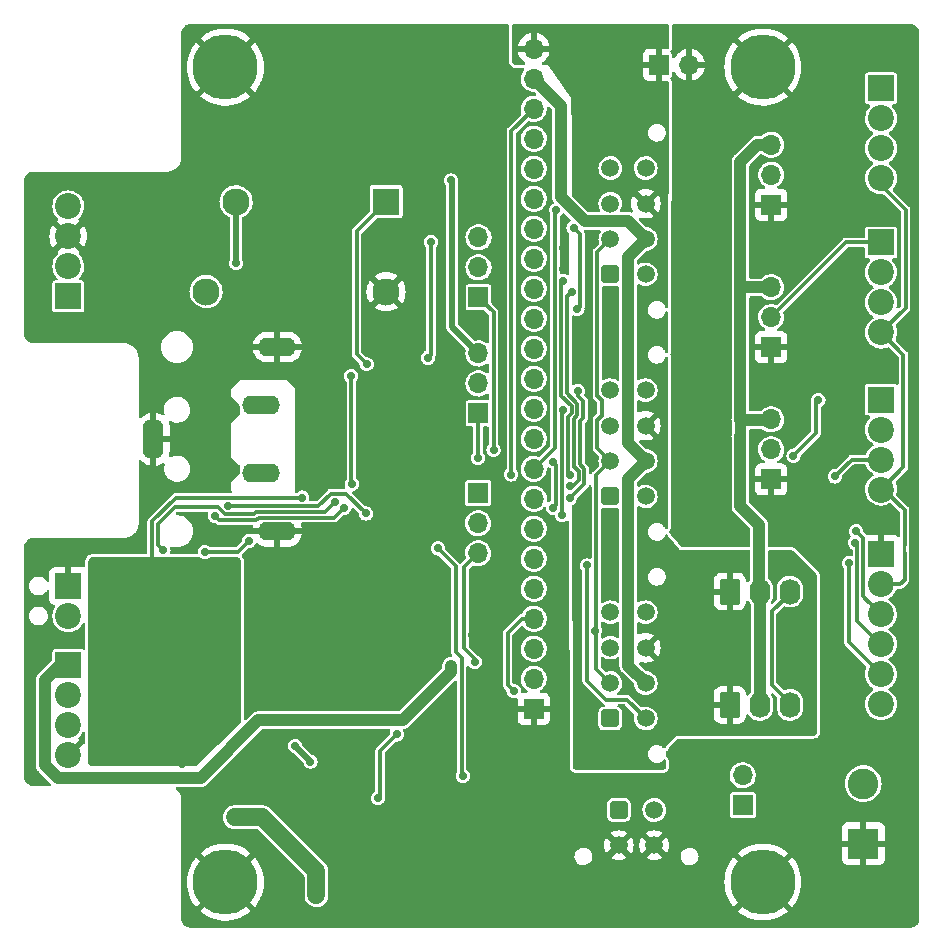
<source format=gbr>
%TF.GenerationSoftware,KiCad,Pcbnew,(6.0.11-0)*%
%TF.CreationDate,2023-07-12T13:15:55+12:00*%
%TF.ProjectId,controller-lower-cut,636f6e74-726f-46c6-9c65-722d6c6f7765,3.2*%
%TF.SameCoordinates,PX1c9c380PY1312d00*%
%TF.FileFunction,Copper,L2,Bot*%
%TF.FilePolarity,Positive*%
%FSLAX46Y46*%
G04 Gerber Fmt 4.6, Leading zero omitted, Abs format (unit mm)*
G04 Created by KiCad (PCBNEW (6.0.11-0)) date 2023-07-12 13:15:55*
%MOMM*%
%LPD*%
G01*
G04 APERTURE LIST*
G04 Aperture macros list*
%AMRoundRect*
0 Rectangle with rounded corners*
0 $1 Rounding radius*
0 $2 $3 $4 $5 $6 $7 $8 $9 X,Y pos of 4 corners*
0 Add a 4 corners polygon primitive as box body*
4,1,4,$2,$3,$4,$5,$6,$7,$8,$9,$2,$3,0*
0 Add four circle primitives for the rounded corners*
1,1,$1+$1,$2,$3*
1,1,$1+$1,$4,$5*
1,1,$1+$1,$6,$7*
1,1,$1+$1,$8,$9*
0 Add four rect primitives between the rounded corners*
20,1,$1+$1,$2,$3,$4,$5,0*
20,1,$1+$1,$4,$5,$6,$7,0*
20,1,$1+$1,$6,$7,$8,$9,0*
20,1,$1+$1,$8,$9,$2,$3,0*%
G04 Aperture macros list end*
%TA.AperFunction,ComponentPad*%
%ADD10R,1.700000X1.700000*%
%TD*%
%TA.AperFunction,ComponentPad*%
%ADD11O,1.700000X1.700000*%
%TD*%
%TA.AperFunction,ComponentPad*%
%ADD12RoundRect,0.250001X0.499999X-0.499999X0.499999X0.499999X-0.499999X0.499999X-0.499999X-0.499999X0*%
%TD*%
%TA.AperFunction,ComponentPad*%
%ADD13C,1.500000*%
%TD*%
%TA.AperFunction,ComponentPad*%
%ADD14C,5.500000*%
%TD*%
%TA.AperFunction,ComponentPad*%
%ADD15C,2.300000*%
%TD*%
%TA.AperFunction,ComponentPad*%
%ADD16R,2.300000X2.300000*%
%TD*%
%TA.AperFunction,ComponentPad*%
%ADD17R,2.200000X2.200000*%
%TD*%
%TA.AperFunction,ComponentPad*%
%ADD18C,2.200000*%
%TD*%
%TA.AperFunction,ComponentPad*%
%ADD19RoundRect,0.250000X-0.620000X-0.845000X0.620000X-0.845000X0.620000X0.845000X-0.620000X0.845000X0*%
%TD*%
%TA.AperFunction,ComponentPad*%
%ADD20O,1.740000X2.190000*%
%TD*%
%TA.AperFunction,ComponentPad*%
%ADD21R,2.600000X2.600000*%
%TD*%
%TA.AperFunction,ComponentPad*%
%ADD22C,2.600000*%
%TD*%
%TA.AperFunction,ComponentPad*%
%ADD23RoundRect,0.250001X-0.499999X-0.499999X0.499999X-0.499999X0.499999X0.499999X-0.499999X0.499999X0*%
%TD*%
%TA.AperFunction,ComponentPad*%
%ADD24O,3.200000X1.600000*%
%TD*%
%TA.AperFunction,ComponentPad*%
%ADD25O,1.750000X3.500000*%
%TD*%
%TA.AperFunction,SMDPad,CuDef*%
%ADD26C,0.300000*%
%TD*%
%TA.AperFunction,SMDPad,CuDef*%
%ADD27C,1.000000*%
%TD*%
%TA.AperFunction,ViaPad*%
%ADD28C,0.700000*%
%TD*%
%TA.AperFunction,ViaPad*%
%ADD29C,1.200000*%
%TD*%
%TA.AperFunction,Conductor*%
%ADD30C,0.300000*%
%TD*%
%TA.AperFunction,Conductor*%
%ADD31C,1.500000*%
%TD*%
%TA.AperFunction,Conductor*%
%ADD32C,0.500000*%
%TD*%
%TA.AperFunction,Conductor*%
%ADD33C,1.000000*%
%TD*%
G04 APERTURE END LIST*
%TO.C,NT25*%
G36*
X78618198Y-61798959D02*
G01*
X78406066Y-62011091D01*
X77981802Y-61586827D01*
X78193934Y-61374695D01*
X78618198Y-61798959D01*
G37*
%TO.C,NT28*%
G36*
X68100000Y-45270000D02*
G01*
X67100000Y-45270000D01*
X67100000Y-43830000D01*
X68100000Y-43830000D01*
X68100000Y-45270000D01*
G37*
%TO.C,NT26*%
G36*
X78618198Y-59206066D02*
G01*
X78406066Y-59418198D01*
X77981802Y-58993934D01*
X78193934Y-58781802D01*
X78618198Y-59206066D01*
G37*
%TO.C,NT27*%
G36*
X81650000Y-55100000D02*
G01*
X81350000Y-55100000D01*
X81350000Y-54500000D01*
X81650000Y-54500000D01*
X81650000Y-55100000D01*
G37*
%TD*%
D10*
%TO.P,JP6,1,A*%
%TO.N,/Connectors & Jumpers/X_P17_OUT*%
X45425000Y-43325000D03*
D11*
%TO.P,JP6,2,C*%
%TO.N,/Connectors & Jumpers/P17_IN*%
X45425000Y-40785000D03*
%TO.P,JP6,3,B*%
%TO.N,/Connectors & Jumpers/VFD_PWM*%
X45425000Y-38245000D03*
%TD*%
D12*
%TO.P,J12,1,Pin_1*%
%TO.N,unconnected-(J12-Pad1)*%
X56585000Y-31550000D03*
D13*
%TO.P,J12,2,Pin_2*%
%TO.N,/Connectors & Jumpers/HOLD_OUT*%
X56585000Y-28550000D03*
%TO.P,J12,3,Pin_3*%
%TO.N,/Connectors & Jumpers/XMIN_OUT*%
X56585000Y-25550000D03*
%TO.P,J12,4,Pin_4*%
%TO.N,unconnected-(J12-Pad4)*%
X56585000Y-22550000D03*
%TO.P,J12,5,Pin_5*%
%TO.N,unconnected-(J12-Pad5)*%
X59585000Y-31550000D03*
%TO.P,J12,6,Pin_6*%
%TO.N,+5V*%
X59585000Y-28550000D03*
%TO.P,J12,7,Pin_7*%
%TO.N,GNDA*%
X59585000Y-25550000D03*
%TO.P,J12,8,Pin_8*%
%TO.N,unconnected-(J12-Pad8)*%
X59585000Y-22550000D03*
%TD*%
D10*
%TO.P,JP3,1,A*%
%TO.N,/Connectors & Jumpers/RELAY4*%
X45400000Y-50075000D03*
D11*
%TO.P,JP3,2,C*%
%TO.N,/Connectors & Jumpers/P1_IN*%
X45400000Y-52615000D03*
%TO.P,JP3,3,B*%
%TO.N,/Connectors & Jumpers/CHARGE_PUMP_OUT*%
X45400000Y-55155000D03*
%TD*%
D14*
%TO.P,H7,1,1*%
%TO.N,GND*%
X69500000Y-13992893D03*
%TD*%
D15*
%TO.P,K1,1*%
%TO.N,GND*%
X37600000Y-33020000D03*
%TO.P,K1,3*%
%TO.N,/Connectors & Jumpers/VFD_XGND*%
X22360000Y-33000000D03*
%TO.P,K1,5*%
%TO.N,/Connectors & Jumpers/VFD_FWD*%
X24900000Y-25400000D03*
D16*
%TO.P,K1,6*%
%TO.N,Net-(D7-Pad1)*%
X37600000Y-25400000D03*
%TD*%
D17*
%TO.P,J13,1,Pin_1*%
%TO.N,/Connectors & Jumpers/Y_COM*%
X79508381Y-28848381D03*
D18*
%TO.P,J13,2,Pin_2*%
%TO.N,/Connectors & Jumpers/YCLK_IN*%
X79508381Y-31388381D03*
%TO.P,J13,3,Pin_3*%
%TO.N,/Connectors & Jumpers/YDIR_IN*%
X79508381Y-33928381D03*
%TO.P,J13,4,Pin_4*%
%TO.N,/Connectors & Jumpers/EN_IN*%
X79508381Y-36468381D03*
%TD*%
D19*
%TO.P,J18,1,Pin_1*%
%TO.N,GNDA*%
X66710000Y-58400000D03*
D20*
%TO.P,J18,2,Pin_2*%
%TO.N,+5V*%
X69250000Y-58400000D03*
%TO.P,J18,3,Pin_3*%
%TO.N,/Connectors & Jumpers/PROBE_OUT*%
X71790000Y-58400000D03*
%TD*%
D10*
%TO.P,JP5,1,A*%
%TO.N,GND*%
X70200000Y-37713380D03*
D11*
%TO.P,JP5,2,C*%
%TO.N,/Connectors & Jumpers/Y_COM*%
X70200000Y-35173380D03*
%TO.P,JP5,3,B*%
%TO.N,/Connectors & Jumpers/STP_5V*%
X70200000Y-32633380D03*
%TD*%
D10*
%TO.P,JP4,1,A*%
%TO.N,GND*%
X70200000Y-25650000D03*
D11*
%TO.P,JP4,2,C*%
%TO.N,/Connectors & Jumpers/X_COM*%
X70200000Y-23110000D03*
%TO.P,JP4,3,B*%
%TO.N,/Connectors & Jumpers/STP_5V*%
X70200000Y-20570000D03*
%TD*%
D10*
%TO.P,JP1,1,A*%
%TO.N,/Power/Q1_E*%
X67800000Y-76492893D03*
D11*
%TO.P,JP1,2,B*%
%TO.N,/Power/Q1_C*%
X67800000Y-73952893D03*
%TD*%
D12*
%TO.P,J14,1,Pin_1*%
%TO.N,unconnected-(J14-Pad1)*%
X56585000Y-50350000D03*
D13*
%TO.P,J14,2,Pin_2*%
%TO.N,/Connectors & Jumpers/HOLD_OUT*%
X56585000Y-47350000D03*
%TO.P,J14,3,Pin_3*%
%TO.N,unconnected-(J14-Pad3)*%
X56585000Y-44350000D03*
%TO.P,J14,4,Pin_4*%
%TO.N,/Connectors & Jumpers/YMIN_OUT*%
X56585000Y-41350000D03*
%TO.P,J14,5,Pin_5*%
%TO.N,unconnected-(J14-Pad5)*%
X59585000Y-50350000D03*
%TO.P,J14,6,Pin_6*%
%TO.N,+5V*%
X59585000Y-47350000D03*
%TO.P,J14,7,Pin_7*%
%TO.N,GNDA*%
X59585000Y-44350000D03*
%TO.P,J14,8,Pin_8*%
%TO.N,unconnected-(J14-Pad8)*%
X59585000Y-41350000D03*
%TD*%
D10*
%TO.P,JP2,1,A*%
%TO.N,GNDA*%
X60725000Y-13800000D03*
D11*
%TO.P,JP2,2,B*%
%TO.N,GND*%
X63265000Y-13800000D03*
%TD*%
D21*
%TO.P,J6,1,Pin_1*%
%TO.N,GND*%
X78005000Y-79737893D03*
D22*
%TO.P,J6,2,Pin_2*%
%TO.N,24V_SAFE*%
X78005000Y-74657893D03*
%TD*%
D23*
%TO.P,J5,1,Pin_1*%
%TO.N,Net-(D4-Pad1)*%
X57300000Y-76892893D03*
D13*
%TO.P,J5,2,Pin_2*%
%TO.N,/Power/PLED*%
X60300000Y-76892893D03*
%TO.P,J5,3,Pin_3*%
%TO.N,GND*%
X57300000Y-79892893D03*
%TO.P,J5,4,Pin_4*%
X60300000Y-79892893D03*
%TD*%
D17*
%TO.P,J8,1,Pin_1*%
%TO.N,GND*%
X10700000Y-57930000D03*
D18*
%TO.P,J8,2,Pin_2*%
%TO.N,/Connectors & Jumpers/ESTOP_OUT*%
X10700000Y-60470000D03*
%TD*%
D10*
%TO.P,JP7,1,A*%
%TO.N,/Connectors & Jumpers/X_P16_OUT*%
X45425000Y-33500000D03*
D11*
%TO.P,JP7,2,C*%
%TO.N,/Connectors & Jumpers/P16_IN*%
X45425000Y-30960000D03*
%TO.P,JP7,3,B*%
%TO.N,Net-(JP7-Pad3)*%
X45425000Y-28420000D03*
%TD*%
D17*
%TO.P,J11,1,Pin_1*%
%TO.N,/Connectors & Jumpers/X_COM*%
X79508381Y-15795001D03*
D18*
%TO.P,J11,2,Pin_2*%
%TO.N,/Connectors & Jumpers/XCLK_IN*%
X79508381Y-18335001D03*
%TO.P,J11,3,Pin_3*%
%TO.N,/Connectors & Jumpers/XDIR_IN*%
X79508381Y-20875001D03*
%TO.P,J11,4,Pin_4*%
%TO.N,/Connectors & Jumpers/EN_IN*%
X79508381Y-23415001D03*
%TD*%
D14*
%TO.P,H6,1,1*%
%TO.N,GND*%
X24000000Y-83000000D03*
%TD*%
D10*
%TO.P,J3,1,Pin_1*%
%TO.N,GND*%
X50100000Y-68330000D03*
D11*
%TO.P,J3,2,Pin_2*%
%TO.N,+5V*%
X50100000Y-65790000D03*
%TO.P,J3,3,Pin_3*%
%TO.N,/Connectors & Jumpers/HOLD_OUT*%
X50100000Y-63250000D03*
%TO.P,J3,4,Pin_4*%
%TO.N,/Power/nCE_OUT*%
X50100000Y-60710000D03*
%TO.P,J3,5,Pin_5*%
%TO.N,/Connectors & Jumpers/P1_IN*%
X50100000Y-58170000D03*
%TO.P,J3,6,Pin_6*%
%TO.N,/Connectors & Jumpers/PROBE_OUT*%
X50100000Y-55630000D03*
%TO.P,J3,7,Pin_7*%
%TO.N,/Connectors & Jumpers/ZMIN_OUT*%
X50100000Y-53090000D03*
%TO.P,J3,8,Pin_8*%
%TO.N,/Connectors & Jumpers/YMIN_OUT*%
X50100000Y-50550000D03*
%TO.P,J3,9,Pin_9*%
%TO.N,/Connectors & Jumpers/XMIN_OUT*%
X50100000Y-48010000D03*
%TO.P,J3,10,Pin_10*%
%TO.N,/Connectors & Jumpers/RELAY3_IN*%
X50100000Y-45470000D03*
%TO.P,J3,11,Pin_11*%
%TO.N,/Connectors & Jumpers/RELAY2_IN*%
X50100000Y-42930000D03*
%TO.P,J3,12,Pin_12*%
%TO.N,/Connectors & Jumpers/P17_IN*%
X50100000Y-40390000D03*
%TO.P,J3,13,Pin_13*%
%TO.N,/Connectors & Jumpers/P16_IN*%
X50100000Y-37850000D03*
%TO.P,J3,14,Pin_14*%
%TO.N,/Connectors & Jumpers/EN_IN*%
X50100000Y-35310000D03*
%TO.P,J3,15,Pin_15*%
%TO.N,/Connectors & Jumpers/ZDIR_IN*%
X50100000Y-32770000D03*
%TO.P,J3,16,Pin_16*%
%TO.N,/Connectors & Jumpers/ZCLK_IN*%
X50100000Y-30230000D03*
%TO.P,J3,17,Pin_17*%
%TO.N,/Connectors & Jumpers/YDIR_IN*%
X50100000Y-27690000D03*
%TO.P,J3,18,Pin_18*%
%TO.N,/Connectors & Jumpers/YCLK_IN*%
X50100000Y-25150000D03*
%TO.P,J3,19,Pin_19*%
%TO.N,/Connectors & Jumpers/XDIR_IN*%
X50100000Y-22610000D03*
%TO.P,J3,20,Pin_20*%
%TO.N,/Connectors & Jumpers/XCLK_IN*%
X50100000Y-20070000D03*
%TO.P,J3,21,Pin_21*%
%TO.N,/Connectors & Jumpers/ESTOP_OUT*%
X50100000Y-17530000D03*
%TO.P,J3,22,Pin_22*%
%TO.N,+5V*%
X50100000Y-14990000D03*
%TO.P,J3,23,Pin_23*%
%TO.N,GNDA*%
X50100000Y-12450000D03*
%TD*%
D19*
%TO.P,J19,1,Pin_1*%
%TO.N,GNDA*%
X66710000Y-68000000D03*
D20*
%TO.P,J19,2,Pin_2*%
%TO.N,+5V*%
X69250000Y-68000000D03*
%TO.P,J19,3,Pin_3*%
%TO.N,/Connectors & Jumpers/PROBE_OUT*%
X71790000Y-68000000D03*
%TD*%
D24*
%TO.P,J4,1*%
%TO.N,24V_IN*%
X27050000Y-48400000D03*
%TO.P,J4,2*%
%TO.N,GND*%
X23400000Y-48000000D03*
%TO.P,J4,3*%
X23400000Y-43000000D03*
%TO.P,J4,4*%
%TO.N,24V_IN*%
X27050000Y-42600000D03*
%TO.P,J4,SH*%
%TO.N,GND*%
X28400000Y-37700000D03*
D25*
X17900000Y-45500000D03*
D24*
X28400000Y-53300000D03*
%TD*%
D12*
%TO.P,J17,1,Pin_1*%
%TO.N,unconnected-(J17-Pad1)*%
X56585000Y-69150000D03*
D13*
%TO.P,J17,2,Pin_2*%
%TO.N,/Connectors & Jumpers/HOLD_OUT*%
X56585000Y-66150000D03*
%TO.P,J17,3,Pin_3*%
%TO.N,unconnected-(J17-Pad3)*%
X56585000Y-63150000D03*
%TO.P,J17,4,Pin_4*%
%TO.N,unconnected-(J17-Pad4)*%
X56585000Y-60150000D03*
%TO.P,J17,5,Pin_5*%
%TO.N,/Connectors & Jumpers/ZMIN_OUT*%
X59585000Y-69150000D03*
%TO.P,J17,6,Pin_6*%
%TO.N,+5V*%
X59585000Y-66150000D03*
%TO.P,J17,7,Pin_7*%
%TO.N,GNDA*%
X59585000Y-63150000D03*
%TO.P,J17,8,Pin_8*%
%TO.N,unconnected-(J17-Pad8)*%
X59585000Y-60150000D03*
%TD*%
D10*
%TO.P,JP8,1,A*%
%TO.N,GND*%
X70200000Y-48910000D03*
D11*
%TO.P,JP8,2,C*%
%TO.N,/Connectors & Jumpers/Z_COM*%
X70200000Y-46370000D03*
%TO.P,JP8,3,B*%
%TO.N,/Connectors & Jumpers/STP_5V*%
X70200000Y-43830000D03*
%TD*%
D17*
%TO.P,J15,1,Pin_1*%
%TO.N,+5V*%
X10700000Y-64620000D03*
D18*
%TO.P,J15,2,Pin_2*%
%TO.N,/Connectors & Jumpers/X_P17_OUT*%
X10700000Y-67160000D03*
%TO.P,J15,3,Pin_3*%
%TO.N,/Connectors & Jumpers/X_P16_OUT*%
X10700000Y-69700000D03*
%TO.P,J15,4,Pin_4*%
%TO.N,GND*%
X10700000Y-72240000D03*
%TD*%
D17*
%TO.P,J16,1,Pin_1*%
%TO.N,/Connectors & Jumpers/Z_COM*%
X79508381Y-42145001D03*
D18*
%TO.P,J16,2,Pin_2*%
%TO.N,/Connectors & Jumpers/ZCLK_IN*%
X79508381Y-44685001D03*
%TO.P,J16,3,Pin_3*%
%TO.N,/Connectors & Jumpers/ZDIR_IN*%
X79508381Y-47225001D03*
%TO.P,J16,4,Pin_4*%
%TO.N,/Connectors & Jumpers/EN_IN*%
X79508381Y-49765001D03*
%TD*%
D14*
%TO.P,H8,1,1*%
%TO.N,GND*%
X69500000Y-82992893D03*
%TD*%
D17*
%TO.P,J10,1,Pin_1*%
%TO.N,GND*%
X79500000Y-55250000D03*
D18*
%TO.P,J10,2,Pin_2*%
%TO.N,/Connectors & Jumpers/RELAY1*%
X79500000Y-57790000D03*
%TO.P,J10,3,Pin_3*%
%TO.N,/Connectors & Jumpers/RELAY2*%
X79500000Y-60330000D03*
%TO.P,J10,4,Pin_4*%
%TO.N,/Connectors & Jumpers/RELAY3*%
X79500000Y-62870000D03*
%TO.P,J10,5,Pin_5*%
%TO.N,/Connectors & Jumpers/RELAY4*%
X79500000Y-65410000D03*
%TO.P,J10,6,Pin_6*%
%TO.N,+5V*%
X79500000Y-67950000D03*
%TD*%
D14*
%TO.P,H5,1,1*%
%TO.N,GND*%
X24000000Y-14000000D03*
%TD*%
D17*
%TO.P,J20,1,Pin_1*%
%TO.N,/Connectors & Jumpers/VFD_XGND*%
X10700000Y-33414999D03*
D18*
%TO.P,J20,2,Pin_2*%
%TO.N,/Connectors & Jumpers/VFD_FWD*%
X10700000Y-30874999D03*
%TO.P,J20,3,Pin_3*%
%TO.N,GND*%
X10700000Y-28334999D03*
%TO.P,J20,4,Pin_4*%
%TO.N,/Connectors & Jumpers/VFD_PWM*%
X10700000Y-25794999D03*
%TD*%
D26*
%TO.P,NT25,1,1*%
%TO.N,/Connectors & Jumpers/RELAY3_IN*%
X78087868Y-61480761D03*
%TO.P,NT25,2,2*%
%TO.N,/Connectors & Jumpers/RELAY3*%
X78512132Y-61905025D03*
%TD*%
D27*
%TO.P,NT28,1,1*%
%TO.N,/Connectors & Jumpers/STP_5V*%
X67600000Y-43850000D03*
%TO.P,NT28,2,2*%
%TO.N,+5V*%
X67600000Y-45250000D03*
%TD*%
D26*
%TO.P,NT26,1,1*%
%TO.N,/Connectors & Jumpers/RELAY2_IN*%
X78087868Y-58887868D03*
%TO.P,NT26,2,2*%
%TO.N,/Connectors & Jumpers/RELAY2*%
X78512132Y-59312132D03*
%TD*%
%TO.P,NT27,1,1*%
%TO.N,/Connectors & Jumpers/EN_IN*%
X81500000Y-54500000D03*
%TO.P,NT27,2,2*%
%TO.N,/Connectors & Jumpers/RELAY1*%
X81500000Y-55100000D03*
%TD*%
D28*
%TO.N,GND*%
X42700000Y-83500000D03*
X65800000Y-48000000D03*
X47200000Y-10792893D03*
X74750000Y-71350000D03*
X62700000Y-71350000D03*
X12800000Y-54500000D03*
X28300000Y-76500000D03*
X77300000Y-21850000D03*
X74850000Y-43850000D03*
X39450000Y-83250000D03*
X70450000Y-53400000D03*
X31600000Y-75950000D03*
X26900000Y-71500000D03*
D29*
X37050000Y-83250000D03*
D28*
X59300000Y-74142893D03*
X49300000Y-76650000D03*
X23000000Y-29450000D03*
X80000000Y-25792893D03*
X35800000Y-22600000D03*
X44900000Y-62100000D03*
X45450000Y-36350000D03*
X36850000Y-52450000D03*
X62500000Y-10792893D03*
X7600000Y-29700000D03*
X64100000Y-78192893D03*
X82200000Y-86192893D03*
X77750000Y-15200000D03*
X82200000Y-70500000D03*
X77600000Y-41550000D03*
X47400000Y-71450000D03*
X80600000Y-40192893D03*
X75800000Y-74700000D03*
X34800000Y-10792893D03*
X39350000Y-75100000D03*
X42800000Y-81367893D03*
X66000000Y-74300000D03*
X45559355Y-70487998D03*
X33300000Y-83200000D03*
X58850000Y-76342893D03*
X68850000Y-41850000D03*
X51300000Y-72450000D03*
X69550000Y-77100000D03*
X77750000Y-19600000D03*
X44725000Y-67742893D03*
X26500000Y-22592893D03*
X20200000Y-32400000D03*
X42700000Y-76800000D03*
X81600000Y-49792893D03*
X43100000Y-72550000D03*
X40500000Y-49692893D03*
X62250000Y-35000000D03*
X68750000Y-28450000D03*
X81350000Y-19600000D03*
X71900000Y-10792893D03*
X66400000Y-41850000D03*
X30100000Y-82792893D03*
X66000000Y-50500000D03*
X79200000Y-69900000D03*
X34650000Y-83200000D03*
X39900000Y-62600000D03*
X26900000Y-75300000D03*
X48850000Y-82850000D03*
X12600000Y-32200000D03*
X23000000Y-25892893D03*
X73200000Y-80192893D03*
X39500000Y-70900000D03*
X52350000Y-66800000D03*
X72000000Y-21100000D03*
X12600000Y-34392893D03*
X17050000Y-36950000D03*
X31700000Y-86292893D03*
X36450000Y-43000000D03*
X80600000Y-51950000D03*
X81600000Y-36492893D03*
X38300000Y-72500000D03*
X52800000Y-74000000D03*
X11500000Y-62392893D03*
X74550000Y-27100000D03*
X73550000Y-23150000D03*
X35900000Y-49700000D03*
X34950000Y-71450000D03*
X69250000Y-45100000D03*
X32200000Y-72700000D03*
X34450000Y-76000000D03*
X52600000Y-31100000D03*
X7600000Y-36700000D03*
X66400000Y-27750000D03*
X67950000Y-53400000D03*
X62150000Y-21950000D03*
X17100000Y-51750000D03*
X48400000Y-67900000D03*
X30900000Y-78400000D03*
X7650000Y-74250000D03*
X39750000Y-53700000D03*
X42700000Y-67400000D03*
X40500000Y-56992893D03*
X62200000Y-19892893D03*
X77600000Y-43792893D03*
X33250000Y-78300000D03*
X30400000Y-49150000D03*
X35800000Y-24492893D03*
X77600000Y-48450000D03*
X75350000Y-53450000D03*
X39900000Y-64600000D03*
X26600000Y-24492893D03*
X43950000Y-50850000D03*
X41000000Y-72300000D03*
X77750000Y-37400000D03*
X77750000Y-32650000D03*
X76900000Y-68800000D03*
X49200000Y-74900000D03*
X75500000Y-61800000D03*
X52600000Y-59000000D03*
X76450000Y-46692893D03*
X7600000Y-23392893D03*
X51100000Y-18792893D03*
X41525000Y-60000000D03*
X77750000Y-24400000D03*
X39400000Y-24492893D03*
X41540000Y-57000000D03*
X35950000Y-83200000D03*
X24900000Y-31850000D03*
X62100000Y-41850000D03*
X73300000Y-28500000D03*
X77800000Y-64900000D03*
X81100000Y-59100000D03*
X45400000Y-75500000D03*
X77750000Y-35200000D03*
X37700000Y-37900000D03*
X39900000Y-60150000D03*
X62100000Y-47850000D03*
X53350000Y-78200000D03*
X74530000Y-56200000D03*
X34600000Y-78300000D03*
X39550000Y-44450000D03*
X48200000Y-51085786D03*
X43700000Y-79600000D03*
X42600000Y-56992893D03*
X35500000Y-42300000D03*
X48200000Y-53142893D03*
X42700000Y-75200000D03*
X68750000Y-31000000D03*
X72000000Y-35300000D03*
X66000000Y-76400000D03*
X61700000Y-76342893D03*
X51100000Y-23942893D03*
X39600000Y-67000000D03*
X20200000Y-34400000D03*
X26600000Y-79192893D03*
X37000000Y-40600000D03*
X45000000Y-56792893D03*
X59700000Y-86342893D03*
X51800000Y-83492893D03*
X73000000Y-42200000D03*
X62250000Y-37350000D03*
X59700000Y-83492893D03*
X7600000Y-62400000D03*
X71950000Y-45750000D03*
X46150000Y-64750000D03*
X62100000Y-53400000D03*
X75750000Y-17150000D03*
X73500000Y-49800000D03*
X62100000Y-50500000D03*
X72000000Y-32250000D03*
X82200000Y-10792893D03*
X65150000Y-35000000D03*
X81100000Y-64175000D03*
X33750000Y-48800000D03*
X20600000Y-22800000D03*
X74750000Y-68900000D03*
X51800000Y-86342893D03*
X40500000Y-81367893D03*
X16500000Y-53900000D03*
X48950000Y-79950000D03*
X30400000Y-42050000D03*
X77750000Y-27850000D03*
X52600000Y-29350000D03*
X33250000Y-80800000D03*
X33585002Y-71300000D03*
X49150000Y-59400000D03*
X81300000Y-24492893D03*
X39300000Y-76600000D03*
X49200000Y-61992893D03*
X39750000Y-55550000D03*
D29*
X37100000Y-78300000D03*
D28*
X35900000Y-78300000D03*
X52600000Y-60800000D03*
X73200000Y-77192893D03*
X65200000Y-37300000D03*
X64650000Y-24000000D03*
X42700000Y-86342893D03*
X7600000Y-54500000D03*
X65700000Y-82692893D03*
X21300000Y-76192893D03*
X28450000Y-71490000D03*
X66350000Y-22300000D03*
%TO.N,24V_SAFE*%
X14400000Y-71792893D03*
D29*
X17400000Y-64050000D03*
D28*
X14600000Y-58700000D03*
X14600000Y-56800000D03*
X20300000Y-71350000D03*
D29*
X18900000Y-62550000D03*
D28*
X19150000Y-58000000D03*
X13000000Y-71000000D03*
X14400000Y-69900000D03*
X15400000Y-68592893D03*
X13700000Y-60750000D03*
X30500000Y-50450000D03*
X17600000Y-56800000D03*
D29*
X18900000Y-67050000D03*
D28*
X16100000Y-56800000D03*
D29*
X21900000Y-65550000D03*
D28*
X17300000Y-69300000D03*
D29*
X20400000Y-67050000D03*
D28*
X17600000Y-58700000D03*
D29*
X24797918Y-77502082D03*
D28*
X13700000Y-62550000D03*
X19150000Y-56100000D03*
D29*
X31700000Y-84100000D03*
D28*
X34700000Y-49300000D03*
D29*
X18900000Y-65550000D03*
D28*
X13700000Y-64750000D03*
X34650000Y-40150000D03*
X13000000Y-72692893D03*
X20300000Y-73004164D03*
X20300000Y-69100000D03*
X15400000Y-60750000D03*
X15400000Y-67050000D03*
X16100000Y-58700000D03*
D29*
X18900000Y-64050000D03*
X21900000Y-64050000D03*
X20400000Y-64050000D03*
D28*
X15400000Y-62550000D03*
D29*
X21900000Y-67050000D03*
D28*
X18700000Y-72750000D03*
D29*
X17400000Y-65550000D03*
X21900000Y-62550000D03*
X17400000Y-67050000D03*
D28*
X15400000Y-64750000D03*
D29*
X17400000Y-62550000D03*
D28*
X15800000Y-71050000D03*
D29*
X20400000Y-65550000D03*
D28*
X13700000Y-67050000D03*
X18700000Y-69900000D03*
X22400000Y-69300000D03*
X13000000Y-68900000D03*
X15800000Y-72692893D03*
D29*
X20400000Y-62550000D03*
D28*
%TO.N,/Power/U2_BST*%
X29902207Y-71457243D03*
X31195332Y-72795332D03*
%TO.N,/Power/nCE_OUT*%
X48400000Y-66800000D03*
%TO.N,/Connectors & Jumpers/RELAY4*%
X76800000Y-55999500D03*
%TO.N,/Power/U2_ON_nOFF*%
X36900000Y-75900000D03*
X38500000Y-70500000D03*
%TO.N,/Connectors & Jumpers/ZDIR_IN*%
X53299500Y-33000000D03*
X75600000Y-48650000D03*
X53199500Y-49492893D03*
%TO.N,/Connectors & Jumpers/ZCLK_IN*%
X53199500Y-48521264D03*
X52599500Y-32100500D03*
%TO.N,/Connectors & Jumpers/YDIR_IN*%
X53475000Y-27592393D03*
X53800000Y-34500000D03*
%TO.N,Net-(D7-Pad1)*%
X35950000Y-39150000D03*
%TO.N,/Connectors & Jumpers/ESTOP_OUT*%
X35900000Y-51793393D03*
X48200000Y-48492893D03*
X24250000Y-51149500D03*
%TO.N,/Connectors & Jumpers/ZMIN_OUT*%
X54610000Y-56192893D03*
%TO.N,/Connectors & Jumpers/YMIN_OUT*%
X53850000Y-41400000D03*
X53200000Y-50492893D03*
%TO.N,/Connectors & Jumpers/XMIN_OUT*%
X52019622Y-26130378D03*
%TO.N,/Connectors & Jumpers/RELAY2_IN*%
X52500000Y-51942893D03*
X52599500Y-42992893D03*
X77400000Y-53300000D03*
%TO.N,/Connectors & Jumpers/RELAY3_IN*%
X51750000Y-51299500D03*
X51750000Y-47399244D03*
X77300500Y-54250000D03*
%TO.N,+5V*%
X43100000Y-64700000D03*
%TO.N,GNDA*%
X61050000Y-27742893D03*
X60850000Y-48100000D03*
X53800000Y-40300000D03*
X53800000Y-24600000D03*
X54400000Y-19892893D03*
X59300000Y-39842893D03*
X56600000Y-39800000D03*
X68350000Y-70250000D03*
X54050000Y-50850000D03*
X64600000Y-70192893D03*
X71700000Y-66000000D03*
X59300000Y-56150000D03*
X57950000Y-25900000D03*
X53750000Y-67100000D03*
X56550000Y-56150000D03*
X56550000Y-33200000D03*
X59300000Y-57250000D03*
X67950000Y-56150000D03*
X56550000Y-36200000D03*
X58000000Y-68742893D03*
X56600000Y-53400000D03*
X61100000Y-18200000D03*
X68100000Y-63200000D03*
X64600000Y-66700000D03*
X62100000Y-57250000D03*
X71150000Y-60900000D03*
X53800000Y-36192893D03*
X58000000Y-21992893D03*
X68100000Y-60900000D03*
X58050000Y-66500000D03*
X59850000Y-30092893D03*
X61050000Y-22000000D03*
X53700000Y-57200000D03*
X59300000Y-37300000D03*
X61150000Y-70942893D03*
X53750000Y-73000000D03*
X55400000Y-67992893D03*
X64600000Y-64400000D03*
X60950000Y-59100000D03*
X54500000Y-53100000D03*
X61000000Y-10792893D03*
X59300000Y-34450000D03*
X71100000Y-63200000D03*
X59250000Y-19892893D03*
X56600000Y-61650000D03*
X56600000Y-51950000D03*
X73700000Y-68900000D03*
X72780000Y-56390000D03*
X55050000Y-47300000D03*
X70450000Y-56142893D03*
X56550000Y-57250000D03*
X59300000Y-53300000D03*
X53700000Y-59000000D03*
X60750000Y-51300000D03*
X53800000Y-21992893D03*
X59300000Y-73100000D03*
%TO.N,/Connectors & Jumpers/HOLD_OUT*%
X55309500Y-61700000D03*
%TO.N,Net-(JP7-Pad3)*%
X41400000Y-28800000D03*
X41150000Y-38600000D03*
%TO.N,/Connectors & Jumpers/Z_COM*%
X72092893Y-46892893D03*
X74200000Y-42200000D03*
%TO.N,/Power/Q1_C*%
X26000000Y-54100000D03*
X41985786Y-54750000D03*
X22250000Y-55050000D03*
X44100000Y-74000000D03*
%TO.N,/Connectors & Jumpers/VFD_PWM*%
X43100000Y-23592893D03*
%TO.N,/Connectors & Jumpers/VFD_FWD*%
X24900000Y-30592893D03*
%TO.N,/Connectors & Jumpers/CHARGE_PUMP_OUT*%
X45100000Y-64349500D03*
%TO.N,/Connectors & Jumpers/X_P16_OUT*%
X33307607Y-50801000D03*
X18750000Y-54900000D03*
X46700000Y-46392893D03*
%TO.N,/Connectors & Jumpers/X_P17_OUT*%
X45375001Y-47092393D03*
X34055338Y-51301000D03*
X23110653Y-51989347D03*
%TD*%
D30*
%TO.N,24V_SAFE*%
X34700000Y-49300000D02*
X34650000Y-49250000D01*
X30500000Y-50450000D02*
X19808435Y-50450000D01*
D31*
X27109189Y-77502082D02*
X24797918Y-77502082D01*
D30*
X17800000Y-62150000D02*
X17400000Y-62550000D01*
X34650000Y-49250000D02*
X34650000Y-40150000D01*
X19808435Y-50450000D02*
X17800000Y-52458435D01*
D31*
X31700000Y-82092893D02*
X27109189Y-77502082D01*
D30*
X17800000Y-52458435D02*
X17800000Y-62150000D01*
D31*
X31700000Y-84100000D02*
X31700000Y-82092893D01*
D32*
%TO.N,/Power/U2_BST*%
X31195332Y-72750368D02*
X31195332Y-72795332D01*
X29902207Y-71457243D02*
X31195332Y-72750368D01*
D30*
%TO.N,/Power/nCE_OUT*%
X47900000Y-66300000D02*
X48400000Y-66800000D01*
X50100000Y-60710000D02*
X49082893Y-60710000D01*
X47900000Y-61892893D02*
X47900000Y-66300000D01*
X49082893Y-60710000D02*
X47900000Y-61892893D01*
%TO.N,/Connectors & Jumpers/RELAY4*%
X76800000Y-62710000D02*
X79500000Y-65410000D01*
X76800000Y-55999500D02*
X76800000Y-62710000D01*
%TO.N,/Connectors & Jumpers/RELAY3*%
X78512132Y-61905025D02*
X79477107Y-62870000D01*
%TO.N,/Connectors & Jumpers/RELAY2*%
X78512132Y-59312132D02*
X79500000Y-60300000D01*
X79500000Y-60300000D02*
X79500000Y-60330000D01*
%TO.N,/Connectors & Jumpers/RELAY1*%
X81500000Y-57392893D02*
X81500000Y-55100000D01*
X79500000Y-57790000D02*
X81102893Y-57790000D01*
X81102893Y-57790000D02*
X81500000Y-57392893D01*
D33*
%TO.N,/Connectors & Jumpers/STP_5V*%
X70200000Y-32633380D02*
X70183380Y-32650000D01*
X69030000Y-20570000D02*
X70200000Y-20570000D01*
X67600000Y-43850000D02*
X70180000Y-43850000D01*
X70180000Y-43850000D02*
X70200000Y-43830000D01*
X70183380Y-32650000D02*
X67600000Y-32650000D01*
X67600000Y-22000000D02*
X69030000Y-20570000D01*
X67600000Y-43850000D02*
X67600000Y-22000000D01*
D30*
%TO.N,/Power/U2_ON_nOFF*%
X37100000Y-75700000D02*
X37100000Y-71900000D01*
X36900000Y-75900000D02*
X37100000Y-75700000D01*
X37100000Y-71900000D02*
X38500000Y-70500000D01*
%TO.N,/Connectors & Jumpers/ZDIR_IN*%
X53799500Y-42495837D02*
X53799500Y-43489949D01*
X53500000Y-43789449D02*
X53500000Y-47831814D01*
X52900000Y-33399500D02*
X52900000Y-41596337D01*
X77024999Y-47225001D02*
X79508381Y-47225001D01*
X52900000Y-41596337D02*
X53799500Y-42495837D01*
X53400000Y-49492893D02*
X53199500Y-49492893D01*
X53899500Y-48993393D02*
X53400000Y-49492893D01*
X53299500Y-33000000D02*
X52900000Y-33399500D01*
X53799500Y-43489949D02*
X53500000Y-43789449D01*
X75600000Y-48650000D02*
X77024999Y-47225001D01*
X53500000Y-47831814D02*
X53899500Y-48231314D01*
X53899500Y-48231314D02*
X53899500Y-48993393D01*
%TO.N,/Connectors & Jumpers/ZCLK_IN*%
X52400000Y-32300000D02*
X52400000Y-41803443D01*
X53299500Y-42702943D02*
X53299500Y-43282843D01*
X52599500Y-32100500D02*
X52400000Y-32300000D01*
X53299500Y-43282843D02*
X53000000Y-43582343D01*
X52400000Y-41803443D02*
X53299500Y-42702943D01*
X53000000Y-48321764D02*
X53199500Y-48521264D01*
X53000000Y-43582343D02*
X53000000Y-48321764D01*
%TO.N,/Connectors & Jumpers/YDIR_IN*%
X54000000Y-28117393D02*
X54000000Y-34300000D01*
X54000000Y-34300000D02*
X53800000Y-34500000D01*
X53475000Y-27592393D02*
X54000000Y-28117393D01*
%TO.N,Net-(D7-Pad1)*%
X35100000Y-38300000D02*
X35100000Y-27900000D01*
X35950000Y-39150000D02*
X35100000Y-38300000D01*
X35100000Y-27900000D02*
X37600000Y-25400000D01*
%TO.N,/Connectors & Jumpers/ESTOP_OUT*%
X34207107Y-50100500D02*
X35900000Y-51793393D01*
X32906606Y-50100500D02*
X34207107Y-50100500D01*
X26385788Y-51150000D02*
X31857106Y-51150000D01*
X48200000Y-19430000D02*
X50100000Y-17530000D01*
X24250000Y-51149500D02*
X26385288Y-51149500D01*
X26385288Y-51149500D02*
X26385788Y-51150000D01*
X31857106Y-51150000D02*
X32906606Y-50100500D01*
X48200000Y-48492893D02*
X48200000Y-19430000D01*
%TO.N,/Connectors & Jumpers/EN_IN*%
X79508381Y-36468381D02*
X81600000Y-34376762D01*
X79508381Y-24001274D02*
X79508381Y-23415001D01*
X81500000Y-54500000D02*
X81500000Y-51500000D01*
X79508381Y-49765001D02*
X81400500Y-47872882D01*
X81600000Y-26092893D02*
X79508381Y-24001274D01*
X81400500Y-38360500D02*
X79508381Y-36468381D01*
X81400500Y-47872882D02*
X81400500Y-38360500D01*
X79765001Y-49765001D02*
X79508381Y-49765001D01*
X81500000Y-51500000D02*
X79765001Y-49765001D01*
X81600000Y-34376762D02*
X81600000Y-26092893D01*
%TO.N,/Connectors & Jumpers/PROBE_OUT*%
X71940000Y-68000000D02*
X70250000Y-66310000D01*
X70250000Y-66310000D02*
X70250000Y-60090000D01*
X70250000Y-60090000D02*
X71940000Y-58400000D01*
%TO.N,/Connectors & Jumpers/ZMIN_OUT*%
X54610000Y-56192893D02*
X54610000Y-65952893D01*
X57977893Y-67542893D02*
X59585000Y-69150000D01*
X54610000Y-65952893D02*
X56200000Y-67542893D01*
X56200000Y-67542893D02*
X57977893Y-67542893D01*
%TO.N,/Connectors & Jumpers/YMIN_OUT*%
X54399500Y-49293393D02*
X53200000Y-50492893D01*
X54399500Y-48024207D02*
X54399500Y-49293393D01*
X53850000Y-41839231D02*
X54299500Y-42288731D01*
X54299500Y-43697056D02*
X54000000Y-43996555D01*
X53850000Y-41400000D02*
X53850000Y-41839231D01*
X54000000Y-47624708D02*
X54399500Y-48024207D01*
X54000000Y-43996555D02*
X54000000Y-47624708D01*
X54299500Y-42288731D02*
X54299500Y-43697056D01*
%TO.N,/Connectors & Jumpers/XMIN_OUT*%
X51900000Y-26250000D02*
X51900000Y-46210000D01*
X51900000Y-46210000D02*
X50100000Y-48010000D01*
X52019622Y-26130378D02*
X51900000Y-26250000D01*
%TO.N,/Connectors & Jumpers/RELAY2_IN*%
X78000000Y-58800000D02*
X78087868Y-58887868D01*
X78000000Y-53900000D02*
X78000000Y-58800000D01*
X52599500Y-42992893D02*
X52500000Y-43092393D01*
X77400000Y-53300000D02*
X78000000Y-53900000D01*
X52500000Y-43092393D02*
X52500000Y-51942893D01*
%TO.N,/Connectors & Jumpers/RELAY3_IN*%
X52000000Y-51049500D02*
X51750000Y-51299500D01*
X77500000Y-54449500D02*
X77500000Y-60892893D01*
X77500000Y-60892893D02*
X78087868Y-61480761D01*
X52000000Y-47649244D02*
X52000000Y-51049500D01*
X77300500Y-54250000D02*
X77500000Y-54449500D01*
X51750000Y-47399244D02*
X52000000Y-47649244D01*
D33*
%TO.N,+5V*%
X43100000Y-64700000D02*
X43100000Y-65200000D01*
X8700000Y-65900000D02*
X9980000Y-64620000D01*
X43100000Y-65200000D02*
X39000000Y-69300000D01*
X54424418Y-27024418D02*
X52400000Y-25000000D01*
X59585000Y-66150000D02*
X58100000Y-64665000D01*
X58100000Y-64665000D02*
X58100000Y-48835000D01*
X59585000Y-28550000D02*
X58059418Y-27024418D01*
X58100000Y-30035000D02*
X59585000Y-28550000D01*
X39000000Y-69300000D02*
X26792893Y-69300000D01*
X9800000Y-74200000D02*
X8700000Y-73100000D01*
X59585000Y-47350000D02*
X58100000Y-45865000D01*
X58100000Y-45865000D02*
X58100000Y-30035000D01*
X21892893Y-74200000D02*
X9800000Y-74200000D01*
X69250000Y-58250000D02*
X69200000Y-58200000D01*
X69250000Y-68000000D02*
X69250000Y-58250000D01*
X8700000Y-73100000D02*
X8700000Y-65900000D01*
X67600000Y-51150000D02*
X67600000Y-45250000D01*
X52400000Y-25000000D02*
X52400000Y-17290000D01*
X9980000Y-64620000D02*
X10700000Y-64620000D01*
X26792893Y-69300000D02*
X21892893Y-74200000D01*
X69200000Y-58200000D02*
X69200000Y-52750000D01*
X58100000Y-48835000D02*
X59585000Y-47350000D01*
X69200000Y-52750000D02*
X67600000Y-51150000D01*
X58059418Y-27024418D02*
X54424418Y-27024418D01*
X52400000Y-17290000D02*
X50100000Y-14990000D01*
D30*
%TO.N,/Connectors & Jumpers/Y_COM*%
X76524999Y-28848381D02*
X70200000Y-35173380D01*
X79508381Y-28848381D02*
X76524999Y-28848381D01*
%TO.N,/Connectors & Jumpers/HOLD_OUT*%
X55309500Y-61700000D02*
X55400000Y-61609500D01*
X55850000Y-43529365D02*
X55850000Y-42170635D01*
X55309500Y-61700000D02*
X55372000Y-61762500D01*
X55850000Y-42170635D02*
X55485000Y-41805635D01*
X55400000Y-61609500D02*
X55400000Y-48535000D01*
X55485000Y-41805635D02*
X55485000Y-29650000D01*
X55372000Y-64937000D02*
X56585000Y-66150000D01*
X55400000Y-48535000D02*
X56585000Y-47350000D01*
X55372000Y-61762500D02*
X55372000Y-64937000D01*
X56585000Y-47350000D02*
X55485000Y-46250000D01*
X55485000Y-29650000D02*
X56585000Y-28550000D01*
X55485000Y-43894365D02*
X55850000Y-43529365D01*
X55485000Y-46250000D02*
X55485000Y-43894365D01*
%TO.N,Net-(JP7-Pad3)*%
X41150000Y-38600000D02*
X41400000Y-38350000D01*
X41400000Y-38350000D02*
X41400000Y-28800000D01*
%TO.N,/Connectors & Jumpers/Z_COM*%
X72092893Y-46892893D02*
X74000000Y-44985786D01*
X74000000Y-44985786D02*
X74000000Y-42400000D01*
X74000000Y-42400000D02*
X74200000Y-42200000D01*
%TO.N,/Power/Q1_C*%
X43500000Y-63496446D02*
X44000000Y-63996446D01*
X25050000Y-55050000D02*
X26000000Y-54100000D01*
X43500000Y-56264214D02*
X43500000Y-63496446D01*
X41985786Y-54750000D02*
X43500000Y-56264214D01*
X22250000Y-55050000D02*
X25050000Y-55050000D01*
X44000000Y-73900000D02*
X44100000Y-74000000D01*
X44000000Y-63996446D02*
X44000000Y-73900000D01*
D32*
%TO.N,/Connectors & Jumpers/VFD_PWM*%
X43200000Y-36020000D02*
X45425000Y-38245000D01*
X43200000Y-23692893D02*
X43200000Y-36020000D01*
X43100000Y-23592893D02*
X43200000Y-23692893D01*
%TO.N,/Connectors & Jumpers/VFD_FWD*%
X24900000Y-30592893D02*
X24900000Y-25400000D01*
D30*
%TO.N,/Connectors & Jumpers/CHARGE_PUMP_OUT*%
X44200000Y-56355000D02*
X45400000Y-55155000D01*
X45100000Y-64349500D02*
X45100000Y-64085787D01*
X44200000Y-63185787D02*
X44200000Y-56355000D01*
X45100000Y-64085787D02*
X44200000Y-63185787D01*
%TO.N,/Connectors & Jumpers/X_P16_OUT*%
X23360550Y-51250000D02*
X23960050Y-51849500D01*
X32458607Y-51650000D02*
X33307607Y-50801000D01*
X18319999Y-52645542D02*
X19715541Y-51250000D01*
X18319999Y-54469999D02*
X18319999Y-52645542D01*
X19715541Y-51250000D02*
X23360550Y-51250000D01*
X26393394Y-51849500D02*
X26592894Y-51650000D01*
X46700000Y-46392893D02*
X46700000Y-34775000D01*
X46700000Y-34775000D02*
X45425000Y-33500000D01*
X23960050Y-51849500D02*
X26393394Y-51849500D01*
X26592894Y-51650000D02*
X32458607Y-51650000D01*
X18750000Y-54900000D02*
X18319999Y-54469999D01*
%TO.N,/Connectors & Jumpers/X_P17_OUT*%
X33206338Y-52150000D02*
X34055338Y-51301000D01*
X45375001Y-47092393D02*
X45375001Y-43374999D01*
X23471306Y-52350000D02*
X26600000Y-52350000D01*
X26800000Y-52150000D02*
X33206338Y-52150000D01*
X26600000Y-52350000D02*
X26800000Y-52150000D01*
X45375001Y-43374999D02*
X45425000Y-43325000D01*
X23110653Y-51989347D02*
X23471306Y-52350000D01*
%TD*%
%TA.AperFunction,Conductor*%
%TO.N,GNDA*%
G36*
X61491666Y-10370185D02*
G01*
X61537421Y-10422989D01*
X61548627Y-10474782D01*
X61546713Y-11312560D01*
X61544415Y-12318283D01*
X61524577Y-12385278D01*
X61471669Y-12430912D01*
X61420415Y-12442000D01*
X60996830Y-12442000D01*
X60981831Y-12446404D01*
X60980644Y-12447774D01*
X60979000Y-12455332D01*
X60979000Y-15140169D01*
X60983404Y-15155168D01*
X60984774Y-15156355D01*
X60992332Y-15157999D01*
X61413643Y-15157999D01*
X61480682Y-15177684D01*
X61526437Y-15230488D01*
X61537643Y-15282282D01*
X61494173Y-34309483D01*
X61474335Y-34376478D01*
X61421427Y-34422112D01*
X61352246Y-34431897D01*
X61288756Y-34402727D01*
X61251218Y-34344210D01*
X61251087Y-34343764D01*
X61249866Y-34336660D01*
X61181346Y-34175627D01*
X61173410Y-34164843D01*
X61081888Y-34040479D01*
X61081886Y-34040477D01*
X61077617Y-34034676D01*
X61007920Y-33975464D01*
X60949739Y-33926035D01*
X60949736Y-33926033D01*
X60944245Y-33921368D01*
X60937828Y-33918091D01*
X60937826Y-33918090D01*
X60825679Y-33860825D01*
X60788384Y-33841781D01*
X60781388Y-33840069D01*
X60781385Y-33840068D01*
X60703957Y-33821122D01*
X60618394Y-33800185D01*
X60612886Y-33799843D01*
X60612884Y-33799843D01*
X60609256Y-33799618D01*
X60609252Y-33799618D01*
X60607352Y-33799500D01*
X60481178Y-33799500D01*
X60351172Y-33814657D01*
X60344405Y-33817113D01*
X60344402Y-33817114D01*
X60210386Y-33865760D01*
X60186669Y-33874369D01*
X60040315Y-33970323D01*
X60035363Y-33975551D01*
X60035360Y-33975553D01*
X59944262Y-34071718D01*
X59919960Y-34097372D01*
X59916344Y-34103597D01*
X59916342Y-34103600D01*
X59880951Y-34164531D01*
X59832061Y-34248702D01*
X59781333Y-34416193D01*
X59780887Y-34423385D01*
X59771685Y-34571718D01*
X59770497Y-34590862D01*
X59800134Y-34763340D01*
X59802957Y-34769973D01*
X59802957Y-34769975D01*
X59807339Y-34780273D01*
X59868654Y-34924373D01*
X59872921Y-34930171D01*
X59872922Y-34930173D01*
X59944655Y-35027646D01*
X59972383Y-35065324D01*
X59977874Y-35069989D01*
X59977875Y-35069990D01*
X60100261Y-35173965D01*
X60100264Y-35173967D01*
X60105755Y-35178632D01*
X60112172Y-35181909D01*
X60112174Y-35181910D01*
X60178616Y-35215837D01*
X60261616Y-35258219D01*
X60268612Y-35259931D01*
X60268615Y-35259932D01*
X60339763Y-35277341D01*
X60431606Y-35299815D01*
X60437114Y-35300157D01*
X60437116Y-35300157D01*
X60440744Y-35300382D01*
X60440748Y-35300382D01*
X60442648Y-35300500D01*
X60568822Y-35300500D01*
X60698828Y-35285343D01*
X60705595Y-35282887D01*
X60705598Y-35282886D01*
X60856557Y-35228090D01*
X60856558Y-35228089D01*
X60863331Y-35225631D01*
X61009685Y-35129677D01*
X61014637Y-35124449D01*
X61014640Y-35124447D01*
X61125087Y-35007857D01*
X61125089Y-35007855D01*
X61130040Y-35002628D01*
X61133656Y-34996403D01*
X61133658Y-34996400D01*
X61214322Y-34857525D01*
X61217939Y-34851298D01*
X61250422Y-34744048D01*
X61288694Y-34685593D01*
X61352494Y-34657109D01*
X61421566Y-34667639D01*
X61473979Y-34713841D01*
X61493098Y-34780273D01*
X61485645Y-38042475D01*
X61485553Y-38082722D01*
X61465715Y-38149717D01*
X61412807Y-38195351D01*
X61343626Y-38205136D01*
X61280136Y-38175966D01*
X61247453Y-38130989D01*
X61184166Y-37982255D01*
X61181346Y-37975627D01*
X61151480Y-37935044D01*
X61081888Y-37840479D01*
X61081886Y-37840477D01*
X61077617Y-37834676D01*
X61072125Y-37830010D01*
X60949739Y-37726035D01*
X60949736Y-37726033D01*
X60944245Y-37721368D01*
X60937828Y-37718091D01*
X60937826Y-37718090D01*
X60847388Y-37671910D01*
X60788384Y-37641781D01*
X60781388Y-37640069D01*
X60781385Y-37640068D01*
X60700242Y-37620213D01*
X60618394Y-37600185D01*
X60612886Y-37599843D01*
X60612884Y-37599843D01*
X60609256Y-37599618D01*
X60609252Y-37599618D01*
X60607352Y-37599500D01*
X60481178Y-37599500D01*
X60351172Y-37614657D01*
X60344405Y-37617113D01*
X60344402Y-37617114D01*
X60245977Y-37652841D01*
X60186669Y-37674369D01*
X60040315Y-37770323D01*
X60035363Y-37775551D01*
X60035360Y-37775553D01*
X59931638Y-37885044D01*
X59919960Y-37897372D01*
X59916344Y-37903597D01*
X59916342Y-37903600D01*
X59898078Y-37935044D01*
X59832061Y-38048702D01*
X59781333Y-38216193D01*
X59770497Y-38390862D01*
X59800134Y-38563340D01*
X59868654Y-38724373D01*
X59872921Y-38730171D01*
X59872922Y-38730173D01*
X59939972Y-38821282D01*
X59972383Y-38865324D01*
X59977874Y-38869989D01*
X59977875Y-38869990D01*
X60100261Y-38973965D01*
X60100264Y-38973967D01*
X60105755Y-38978632D01*
X60112172Y-38981909D01*
X60112174Y-38981910D01*
X60178616Y-39015837D01*
X60261616Y-39058219D01*
X60268612Y-39059931D01*
X60268615Y-39059932D01*
X60339763Y-39077341D01*
X60431606Y-39099815D01*
X60437114Y-39100157D01*
X60437116Y-39100157D01*
X60440744Y-39100382D01*
X60440748Y-39100382D01*
X60442648Y-39100500D01*
X60568822Y-39100500D01*
X60698828Y-39085343D01*
X60705595Y-39082887D01*
X60705598Y-39082886D01*
X60856557Y-39028090D01*
X60856558Y-39028089D01*
X60863331Y-39025631D01*
X60973044Y-38953700D01*
X61003656Y-38933630D01*
X61003657Y-38933629D01*
X61009685Y-38929677D01*
X61014637Y-38924449D01*
X61014640Y-38924447D01*
X61125087Y-38807857D01*
X61125089Y-38807855D01*
X61130040Y-38802628D01*
X61133656Y-38796403D01*
X61133658Y-38796400D01*
X61214322Y-38657525D01*
X61217939Y-38651298D01*
X61241674Y-38572931D01*
X61279946Y-38514475D01*
X61343745Y-38485991D01*
X61412817Y-38496521D01*
X61465231Y-38542722D01*
X61484350Y-38609157D01*
X61451466Y-53002616D01*
X61431629Y-53069608D01*
X61378721Y-53115242D01*
X61309540Y-53125027D01*
X61246050Y-53095857D01*
X61213367Y-53050881D01*
X61184165Y-52982253D01*
X61181346Y-52975627D01*
X61128340Y-52903600D01*
X61081888Y-52840479D01*
X61081886Y-52840477D01*
X61077617Y-52834676D01*
X61030113Y-52794318D01*
X60949739Y-52726035D01*
X60949736Y-52726033D01*
X60944245Y-52721368D01*
X60937828Y-52718091D01*
X60937826Y-52718090D01*
X60837876Y-52667053D01*
X60788384Y-52641781D01*
X60781388Y-52640069D01*
X60781385Y-52640068D01*
X60692657Y-52618357D01*
X60618394Y-52600185D01*
X60612886Y-52599843D01*
X60612884Y-52599843D01*
X60609256Y-52599618D01*
X60609252Y-52599618D01*
X60607352Y-52599500D01*
X60481178Y-52599500D01*
X60351172Y-52614657D01*
X60344405Y-52617113D01*
X60344402Y-52617114D01*
X60206824Y-52667053D01*
X60186669Y-52674369D01*
X60040315Y-52770323D01*
X60035363Y-52775551D01*
X60035360Y-52775553D01*
X59928278Y-52888591D01*
X59919960Y-52897372D01*
X59916344Y-52903597D01*
X59916342Y-52903600D01*
X59874506Y-52975627D01*
X59832061Y-53048702D01*
X59781333Y-53216193D01*
X59780887Y-53223385D01*
X59773156Y-53348007D01*
X59770497Y-53390862D01*
X59800134Y-53563340D01*
X59868654Y-53724373D01*
X59872921Y-53730171D01*
X59872922Y-53730173D01*
X59930092Y-53807857D01*
X59972383Y-53865324D01*
X59977874Y-53869989D01*
X59977875Y-53869990D01*
X60100261Y-53973965D01*
X60100264Y-53973967D01*
X60105755Y-53978632D01*
X60112172Y-53981909D01*
X60112174Y-53981910D01*
X60158729Y-54005682D01*
X60261616Y-54058219D01*
X60268612Y-54059931D01*
X60268615Y-54059932D01*
X60339763Y-54077341D01*
X60431606Y-54099815D01*
X60437114Y-54100157D01*
X60437116Y-54100157D01*
X60440744Y-54100382D01*
X60440748Y-54100382D01*
X60442648Y-54100500D01*
X60568822Y-54100500D01*
X60698828Y-54085343D01*
X60705595Y-54082887D01*
X60705598Y-54082886D01*
X60856557Y-54028090D01*
X60856558Y-54028089D01*
X60863331Y-54025631D01*
X61009685Y-53929677D01*
X61014637Y-53924449D01*
X61014640Y-53924447D01*
X61125087Y-53807857D01*
X61125089Y-53807855D01*
X61130040Y-53802628D01*
X61133656Y-53796403D01*
X61133658Y-53796400D01*
X61214322Y-53657525D01*
X61217939Y-53651298D01*
X61221358Y-53640010D01*
X61259630Y-53581556D01*
X61323430Y-53553073D01*
X61392501Y-53563603D01*
X61444914Y-53609805D01*
X61450049Y-53623028D01*
X61449871Y-53700826D01*
X61528122Y-53790183D01*
X61528124Y-53790186D01*
X62406013Y-54792674D01*
X62406016Y-54792676D01*
X62500000Y-54900000D01*
X68325500Y-54900000D01*
X68392539Y-54919685D01*
X68438294Y-54972489D01*
X68449500Y-55024000D01*
X68449500Y-57341056D01*
X68429815Y-57408095D01*
X68415073Y-57426804D01*
X68366658Y-57477379D01*
X68316774Y-57554636D01*
X68315285Y-57556942D01*
X68262383Y-57602583D01*
X68193203Y-57612379D01*
X68129710Y-57583218D01*
X68092061Y-57524359D01*
X68087775Y-57502476D01*
X68077732Y-57405682D01*
X68074886Y-57392506D01*
X68023373Y-57238100D01*
X68017302Y-57225141D01*
X67931874Y-57087091D01*
X67922984Y-57075875D01*
X67808094Y-56961184D01*
X67796855Y-56952308D01*
X67658652Y-56867119D01*
X67645693Y-56861076D01*
X67491186Y-56809828D01*
X67478020Y-56807006D01*
X67383510Y-56797322D01*
X67377202Y-56797000D01*
X66981830Y-56797000D01*
X66966831Y-56801404D01*
X66965644Y-56802774D01*
X66964000Y-56810332D01*
X66964000Y-59985169D01*
X66968404Y-60000168D01*
X66969774Y-60001355D01*
X66977332Y-60002999D01*
X67377165Y-60002999D01*
X67383541Y-60002669D01*
X67479318Y-59992732D01*
X67492494Y-59989886D01*
X67646900Y-59938373D01*
X67659859Y-59932302D01*
X67797909Y-59846874D01*
X67809125Y-59837984D01*
X67923816Y-59723094D01*
X67932692Y-59711855D01*
X68017881Y-59573652D01*
X68023924Y-59560693D01*
X68075172Y-59406186D01*
X68077994Y-59393021D01*
X68087147Y-59303691D01*
X68113562Y-59239007D01*
X68170755Y-59198873D01*
X68240566Y-59196030D01*
X68300833Y-59231382D01*
X68308011Y-59239730D01*
X68434874Y-59401234D01*
X68439329Y-59405100D01*
X68439332Y-59405103D01*
X68456771Y-59420236D01*
X68494503Y-59479042D01*
X68499500Y-59513890D01*
X68499500Y-66888826D01*
X68479815Y-66955865D01*
X68465074Y-66974573D01*
X68366658Y-67077379D01*
X68325880Y-67140533D01*
X68315285Y-67156942D01*
X68262383Y-67202583D01*
X68193203Y-67212379D01*
X68129710Y-67183218D01*
X68092061Y-67124359D01*
X68087775Y-67102476D01*
X68077732Y-67005682D01*
X68074886Y-66992506D01*
X68023373Y-66838100D01*
X68017302Y-66825141D01*
X67931874Y-66687091D01*
X67922984Y-66675875D01*
X67808094Y-66561184D01*
X67796855Y-66552308D01*
X67658652Y-66467119D01*
X67645693Y-66461076D01*
X67491186Y-66409828D01*
X67478020Y-66407006D01*
X67383510Y-66397322D01*
X67377202Y-66397000D01*
X66981830Y-66397000D01*
X66966831Y-66401404D01*
X66965644Y-66402774D01*
X66964000Y-66410332D01*
X66964000Y-69585169D01*
X66968404Y-69600168D01*
X66969774Y-69601355D01*
X66977332Y-69602999D01*
X67377165Y-69602999D01*
X67383541Y-69602669D01*
X67479318Y-69592732D01*
X67492494Y-69589886D01*
X67646900Y-69538373D01*
X67659859Y-69532302D01*
X67797909Y-69446874D01*
X67809125Y-69437984D01*
X67923816Y-69323094D01*
X67932692Y-69311855D01*
X68017881Y-69173652D01*
X68023924Y-69160693D01*
X68075172Y-69006186D01*
X68077994Y-68993021D01*
X68087147Y-68903691D01*
X68113562Y-68839007D01*
X68170755Y-68798873D01*
X68240566Y-68796030D01*
X68300833Y-68831382D01*
X68308011Y-68839730D01*
X68434874Y-69001234D01*
X68567250Y-69116104D01*
X68590136Y-69135963D01*
X68596362Y-69141366D01*
X68601467Y-69144319D01*
X68601468Y-69144320D01*
X68665763Y-69181515D01*
X68781436Y-69248433D01*
X68983416Y-69318573D01*
X68989256Y-69319420D01*
X68989257Y-69319420D01*
X69014597Y-69323094D01*
X69195015Y-69349253D01*
X69408598Y-69339368D01*
X69616459Y-69289273D01*
X69621823Y-69286834D01*
X69621829Y-69286832D01*
X69805727Y-69203217D01*
X69811096Y-69200776D01*
X69985488Y-69077071D01*
X70133342Y-68922621D01*
X70249322Y-68742999D01*
X70291904Y-68637341D01*
X70327037Y-68550167D01*
X70327038Y-68550162D01*
X70329245Y-68544687D01*
X70370225Y-68334839D01*
X70370500Y-68329216D01*
X70370500Y-67721577D01*
X70355290Y-67562155D01*
X70328759Y-67471718D01*
X70296765Y-67362659D01*
X70296763Y-67362653D01*
X70295101Y-67356989D01*
X70197202Y-67166907D01*
X70198928Y-67166018D01*
X70181763Y-67107463D01*
X70201477Y-67040432D01*
X70254301Y-66994701D01*
X70323464Y-66984788D01*
X70387007Y-67013841D01*
X70393444Y-67019837D01*
X70686717Y-67313110D01*
X70720202Y-67374433D01*
X70714308Y-67444080D01*
X70714638Y-67444178D01*
X70714165Y-67445774D01*
X70714050Y-67447135D01*
X70712963Y-67449832D01*
X70712960Y-67449841D01*
X70710755Y-67455313D01*
X70669775Y-67665161D01*
X70669500Y-67670784D01*
X70669500Y-68278423D01*
X70684710Y-68437845D01*
X70686372Y-68443511D01*
X70686373Y-68443515D01*
X70743235Y-68637341D01*
X70743237Y-68637347D01*
X70744899Y-68643011D01*
X70747603Y-68648261D01*
X70793575Y-68737520D01*
X70842798Y-68833093D01*
X70846443Y-68837733D01*
X70846444Y-68837735D01*
X70933783Y-68948923D01*
X70974874Y-69001234D01*
X71107250Y-69116104D01*
X71130136Y-69135963D01*
X71136362Y-69141366D01*
X71141467Y-69144319D01*
X71141468Y-69144320D01*
X71205763Y-69181515D01*
X71321436Y-69248433D01*
X71523416Y-69318573D01*
X71529256Y-69319420D01*
X71529257Y-69319420D01*
X71554597Y-69323094D01*
X71735015Y-69349253D01*
X71948598Y-69339368D01*
X72156459Y-69289273D01*
X72161823Y-69286834D01*
X72161829Y-69286832D01*
X72345727Y-69203217D01*
X72351096Y-69200776D01*
X72525488Y-69077071D01*
X72673342Y-68922621D01*
X72789322Y-68742999D01*
X72831904Y-68637341D01*
X72867037Y-68550167D01*
X72867038Y-68550162D01*
X72869245Y-68544687D01*
X72910225Y-68334839D01*
X72910500Y-68329216D01*
X72910500Y-67721577D01*
X72895290Y-67562155D01*
X72868759Y-67471718D01*
X72836765Y-67362659D01*
X72836763Y-67362653D01*
X72835101Y-67356989D01*
X72773513Y-67237409D01*
X72739903Y-67172151D01*
X72739902Y-67172150D01*
X72737202Y-67166907D01*
X72729375Y-67156942D01*
X72608774Y-67003410D01*
X72608773Y-67003409D01*
X72605126Y-66998766D01*
X72443638Y-66858634D01*
X72408144Y-66838100D01*
X72263672Y-66754522D01*
X72258564Y-66751567D01*
X72056584Y-66681427D01*
X72050744Y-66680580D01*
X72050743Y-66680580D01*
X72008480Y-66674452D01*
X71844985Y-66650747D01*
X71631402Y-66660632D01*
X71512835Y-66689207D01*
X71429283Y-66709343D01*
X71429281Y-66709344D01*
X71423541Y-66710727D01*
X71418168Y-66713170D01*
X71418162Y-66713172D01*
X71359873Y-66739675D01*
X71290698Y-66749503D01*
X71227191Y-66720372D01*
X71220869Y-66714476D01*
X70686819Y-66180426D01*
X70653334Y-66119103D01*
X70650500Y-66092745D01*
X70650500Y-60307255D01*
X70670185Y-60240216D01*
X70686819Y-60219574D01*
X71219372Y-59687021D01*
X71280695Y-59653536D01*
X71347730Y-59657564D01*
X71421776Y-59683277D01*
X71517840Y-59716637D01*
X71517843Y-59716638D01*
X71523416Y-59718573D01*
X71529256Y-59719420D01*
X71529257Y-59719420D01*
X71554597Y-59723094D01*
X71735015Y-59749253D01*
X71948598Y-59739368D01*
X72156459Y-59689273D01*
X72161823Y-59686834D01*
X72161829Y-59686832D01*
X72328964Y-59610839D01*
X72351096Y-59600776D01*
X72525488Y-59477071D01*
X72673342Y-59322621D01*
X72789322Y-59142999D01*
X72846953Y-59000000D01*
X72867037Y-58950167D01*
X72867038Y-58950162D01*
X72869245Y-58944687D01*
X72910225Y-58734839D01*
X72910500Y-58729216D01*
X72910500Y-58121577D01*
X72895290Y-57962155D01*
X72888853Y-57940213D01*
X72836765Y-57762659D01*
X72836763Y-57762653D01*
X72835101Y-57756989D01*
X72787890Y-57665324D01*
X72739903Y-57572151D01*
X72739902Y-57572150D01*
X72737202Y-57566907D01*
X72729375Y-57556942D01*
X72608774Y-57403410D01*
X72608773Y-57403409D01*
X72605126Y-57398766D01*
X72443638Y-57258634D01*
X72408144Y-57238100D01*
X72263672Y-57154522D01*
X72258564Y-57151567D01*
X72056584Y-57081427D01*
X72050744Y-57080580D01*
X72050743Y-57080580D01*
X72008480Y-57074452D01*
X71844985Y-57050747D01*
X71631402Y-57060632D01*
X71423541Y-57110727D01*
X71418177Y-57113166D01*
X71418171Y-57113168D01*
X71287792Y-57172449D01*
X71228904Y-57199224D01*
X71054512Y-57322929D01*
X71050432Y-57327191D01*
X70974051Y-57406980D01*
X70906658Y-57477379D01*
X70790678Y-57657001D01*
X70788470Y-57662480D01*
X70712963Y-57849833D01*
X70712962Y-57849838D01*
X70710755Y-57855313D01*
X70669775Y-58065161D01*
X70669500Y-58070784D01*
X70669500Y-58678423D01*
X70684710Y-58837845D01*
X70714353Y-58938888D01*
X70720950Y-58961375D01*
X70720933Y-59031245D01*
X70689645Y-59083962D01*
X70378323Y-59395284D01*
X70317000Y-59428769D01*
X70247308Y-59423785D01*
X70191375Y-59381913D01*
X70166958Y-59316449D01*
X70181810Y-59248176D01*
X70186470Y-59240340D01*
X70246120Y-59147958D01*
X70249322Y-59142999D01*
X70306953Y-59000000D01*
X70327037Y-58950167D01*
X70327038Y-58950162D01*
X70329245Y-58944687D01*
X70370225Y-58734839D01*
X70370500Y-58729216D01*
X70370500Y-58121577D01*
X70355290Y-57962155D01*
X70348853Y-57940213D01*
X70296765Y-57762659D01*
X70296763Y-57762653D01*
X70295101Y-57756989D01*
X70247890Y-57665324D01*
X70199903Y-57572151D01*
X70199902Y-57572150D01*
X70197202Y-57566907D01*
X70193556Y-57562265D01*
X70068779Y-57403416D01*
X70068777Y-57403414D01*
X70065126Y-57398766D01*
X69993231Y-57336379D01*
X69955498Y-57277574D01*
X69950500Y-57242724D01*
X69950500Y-55024000D01*
X69970185Y-54956961D01*
X70022989Y-54911206D01*
X70074500Y-54900000D01*
X71863525Y-54900000D01*
X71887716Y-54902383D01*
X71966349Y-54918024D01*
X72011049Y-54936539D01*
X72077715Y-54981084D01*
X72096505Y-54996505D01*
X74003495Y-56903495D01*
X74018916Y-56922285D01*
X74063461Y-56988951D01*
X74081976Y-57033651D01*
X74097617Y-57112284D01*
X74100000Y-57136475D01*
X74100000Y-70280682D01*
X74097617Y-70304873D01*
X74081976Y-70383506D01*
X74063461Y-70428206D01*
X74025835Y-70484517D01*
X73991624Y-70518728D01*
X73935313Y-70556354D01*
X73890613Y-70574869D01*
X73811980Y-70590510D01*
X73787789Y-70592893D01*
X62200000Y-70592893D01*
X61300000Y-71492893D01*
X61300004Y-71602245D01*
X61272407Y-71655004D01*
X61211693Y-71689580D01*
X61141923Y-71685842D01*
X61087252Y-71645328D01*
X61086801Y-71645748D01*
X61084525Y-71643307D01*
X61083302Y-71642401D01*
X61081888Y-71640479D01*
X61081886Y-71640477D01*
X61077617Y-71634676D01*
X61072125Y-71630010D01*
X60949739Y-71526035D01*
X60949736Y-71526033D01*
X60944245Y-71521368D01*
X60937828Y-71518091D01*
X60937826Y-71518090D01*
X60847388Y-71471910D01*
X60788384Y-71441781D01*
X60781388Y-71440069D01*
X60781385Y-71440068D01*
X60710237Y-71422659D01*
X60618394Y-71400185D01*
X60612886Y-71399843D01*
X60612884Y-71399843D01*
X60609256Y-71399618D01*
X60609252Y-71399618D01*
X60607352Y-71399500D01*
X60481178Y-71399500D01*
X60351172Y-71414657D01*
X60344405Y-71417113D01*
X60344402Y-71417114D01*
X60193443Y-71471910D01*
X60186669Y-71474369D01*
X60040315Y-71570323D01*
X60035363Y-71575551D01*
X60035360Y-71575553D01*
X59927341Y-71689580D01*
X59919960Y-71697372D01*
X59916344Y-71703597D01*
X59916342Y-71703600D01*
X59874506Y-71775627D01*
X59832061Y-71848702D01*
X59781333Y-72016193D01*
X59770497Y-72190862D01*
X59800134Y-72363340D01*
X59868654Y-72524373D01*
X59872921Y-72530171D01*
X59872922Y-72530173D01*
X59960443Y-72649099D01*
X59972383Y-72665324D01*
X59977874Y-72669989D01*
X59977875Y-72669990D01*
X60100261Y-72773965D01*
X60100264Y-72773967D01*
X60105755Y-72778632D01*
X60112172Y-72781909D01*
X60112174Y-72781910D01*
X60178616Y-72815837D01*
X60261616Y-72858219D01*
X60268612Y-72859931D01*
X60268615Y-72859932D01*
X60339763Y-72877341D01*
X60431606Y-72899815D01*
X60437114Y-72900157D01*
X60437116Y-72900157D01*
X60440744Y-72900382D01*
X60440748Y-72900382D01*
X60442648Y-72900500D01*
X60568822Y-72900500D01*
X60698828Y-72885343D01*
X60705595Y-72882887D01*
X60705598Y-72882886D01*
X60856557Y-72828090D01*
X60856558Y-72828089D01*
X60863331Y-72825631D01*
X61009685Y-72729677D01*
X61014640Y-72724446D01*
X61014644Y-72724443D01*
X61086018Y-72649099D01*
X61146413Y-72613967D01*
X61216214Y-72617065D01*
X61273260Y-72657408D01*
X61299439Y-72722188D01*
X61300039Y-72734372D01*
X61300054Y-73187746D01*
X61297673Y-73211929D01*
X61297112Y-73214755D01*
X61282039Y-73290557D01*
X61263532Y-73335249D01*
X61225921Y-73391555D01*
X61191721Y-73425767D01*
X61135429Y-73463397D01*
X61090743Y-73481919D01*
X61012121Y-73497581D01*
X60987939Y-73499970D01*
X59713528Y-73500371D01*
X53707903Y-73502262D01*
X53683732Y-73499891D01*
X53605161Y-73484302D01*
X53560492Y-73465835D01*
X53504201Y-73428293D01*
X53469984Y-73394147D01*
X53432321Y-73337929D01*
X53413760Y-73293295D01*
X53398009Y-73214755D01*
X53395588Y-73190591D01*
X53390980Y-70570057D01*
X53356847Y-51160973D01*
X53376414Y-51093900D01*
X53433394Y-51046195D01*
X53495333Y-51020539D01*
X53502841Y-51017429D01*
X53565561Y-50969302D01*
X53621835Y-50926122D01*
X53628282Y-50921175D01*
X53724536Y-50795734D01*
X53737605Y-50764182D01*
X53781934Y-50657164D01*
X53781935Y-50657162D01*
X53785044Y-50649655D01*
X53805682Y-50492893D01*
X53808373Y-50493247D01*
X53824306Y-50438987D01*
X53840940Y-50418345D01*
X54727550Y-49531735D01*
X54737608Y-49511996D01*
X54747774Y-49495406D01*
X54755059Y-49485379D01*
X54760796Y-49477483D01*
X54763813Y-49468199D01*
X54765014Y-49465841D01*
X54812988Y-49415044D01*
X54880809Y-49398248D01*
X54946944Y-49420784D01*
X54990396Y-49475499D01*
X54999500Y-49522134D01*
X54999500Y-55518673D01*
X54979815Y-55585712D01*
X54927011Y-55631467D01*
X54857853Y-55641411D01*
X54828047Y-55633234D01*
X54819896Y-55629858D01*
X54766762Y-55607849D01*
X54610000Y-55587211D01*
X54453238Y-55607849D01*
X54445731Y-55610958D01*
X54445729Y-55610959D01*
X54396219Y-55631467D01*
X54307159Y-55668357D01*
X54181718Y-55764611D01*
X54176771Y-55771058D01*
X54133591Y-55827331D01*
X54085464Y-55890052D01*
X54024956Y-56036131D01*
X54004318Y-56192893D01*
X54024956Y-56349655D01*
X54028065Y-56357162D01*
X54028066Y-56357164D01*
X54045775Y-56399916D01*
X54085464Y-56495734D01*
X54090411Y-56502181D01*
X54181718Y-56621175D01*
X54179564Y-56622828D01*
X54206666Y-56672461D01*
X54209500Y-56698819D01*
X54209500Y-66016326D01*
X54212515Y-66025604D01*
X54216345Y-66037392D01*
X54220889Y-66056317D01*
X54224354Y-66078197D01*
X54228783Y-66086890D01*
X54228785Y-66086895D01*
X54234413Y-66097941D01*
X54241857Y-66115912D01*
X54242894Y-66119103D01*
X54248704Y-66136983D01*
X54261728Y-66154909D01*
X54271892Y-66171495D01*
X54281950Y-66191235D01*
X54304513Y-66213798D01*
X54304516Y-66213802D01*
X55939091Y-67848377D01*
X55939095Y-67848380D01*
X55961658Y-67870943D01*
X55981398Y-67881001D01*
X55997981Y-67891163D01*
X56015911Y-67904190D01*
X56036981Y-67911036D01*
X56054115Y-67918057D01*
X56054175Y-67918087D01*
X56105334Y-67965674D01*
X56122644Y-68033366D01*
X56100609Y-68099670D01*
X56046225Y-68143536D01*
X56012115Y-68152270D01*
X55984154Y-68155308D01*
X55984147Y-68155310D01*
X55976421Y-68156149D01*
X55842177Y-68206474D01*
X55835112Y-68211769D01*
X55835110Y-68211770D01*
X55742235Y-68281376D01*
X55727454Y-68292454D01*
X55641474Y-68407177D01*
X55638374Y-68415445D01*
X55638374Y-68415446D01*
X55632182Y-68431963D01*
X55591149Y-68541421D01*
X55584500Y-68602624D01*
X55584500Y-69697376D01*
X55591149Y-69758579D01*
X55641474Y-69892823D01*
X55727454Y-70007546D01*
X55734519Y-70012841D01*
X55835110Y-70088230D01*
X55835112Y-70088231D01*
X55842177Y-70093526D01*
X55976421Y-70143851D01*
X56037624Y-70150500D01*
X57132376Y-70150500D01*
X57193579Y-70143851D01*
X57327823Y-70093526D01*
X57334888Y-70088231D01*
X57334890Y-70088230D01*
X57435481Y-70012841D01*
X57442546Y-70007546D01*
X57528526Y-69892823D01*
X57578851Y-69758579D01*
X57585500Y-69697376D01*
X57585500Y-68602624D01*
X57578851Y-68541421D01*
X57537818Y-68431963D01*
X57531626Y-68415446D01*
X57531626Y-68415445D01*
X57528526Y-68407177D01*
X57442546Y-68292454D01*
X57427765Y-68281376D01*
X57334890Y-68211770D01*
X57334888Y-68211769D01*
X57327823Y-68206474D01*
X57319553Y-68203374D01*
X57319548Y-68203371D01*
X57266547Y-68183502D01*
X57210683Y-68141538D01*
X57186375Y-68076033D01*
X57201341Y-68007785D01*
X57250828Y-67958462D01*
X57310074Y-67943393D01*
X57760638Y-67943393D01*
X57827677Y-67963078D01*
X57848319Y-67979712D01*
X58598398Y-68729791D01*
X58631883Y-68791114D01*
X58628912Y-68854966D01*
X58603463Y-68935190D01*
X58603461Y-68935200D01*
X58601628Y-68940978D01*
X58579757Y-69135963D01*
X58596175Y-69331483D01*
X58650258Y-69520091D01*
X58653030Y-69525486D01*
X58653031Y-69525487D01*
X58656831Y-69532881D01*
X58739944Y-69694601D01*
X58743709Y-69699351D01*
X58743712Y-69699356D01*
X58858049Y-69843614D01*
X58861818Y-69848369D01*
X59011238Y-69975535D01*
X59016536Y-69978496D01*
X59068515Y-70007546D01*
X59182513Y-70071257D01*
X59369118Y-70131889D01*
X59563946Y-70155121D01*
X59569990Y-70154656D01*
X59569991Y-70154656D01*
X59661761Y-70147594D01*
X59759576Y-70140068D01*
X59948556Y-70087303D01*
X60123689Y-69998837D01*
X60278303Y-69878040D01*
X60282259Y-69873456D01*
X60282263Y-69873453D01*
X60402547Y-69734101D01*
X60406509Y-69729511D01*
X60424765Y-69697376D01*
X60447823Y-69656785D01*
X60503425Y-69558909D01*
X60543375Y-69438816D01*
X60563446Y-69378480D01*
X60563446Y-69378479D01*
X60565358Y-69372732D01*
X60566891Y-69360601D01*
X60589514Y-69181515D01*
X60589514Y-69181514D01*
X60589949Y-69178071D01*
X60590341Y-69150000D01*
X60571194Y-68954728D01*
X60552305Y-68892165D01*
X65332001Y-68892165D01*
X65332331Y-68898541D01*
X65342268Y-68994318D01*
X65345114Y-69007494D01*
X65396627Y-69161900D01*
X65402698Y-69174859D01*
X65488126Y-69312909D01*
X65497016Y-69324125D01*
X65611906Y-69438816D01*
X65623145Y-69447692D01*
X65761348Y-69532881D01*
X65774307Y-69538924D01*
X65928814Y-69590172D01*
X65941980Y-69592994D01*
X66036490Y-69602678D01*
X66042798Y-69603000D01*
X66438170Y-69603000D01*
X66453169Y-69598596D01*
X66454356Y-69597226D01*
X66456000Y-69589668D01*
X66456000Y-68271830D01*
X66451596Y-68256831D01*
X66450226Y-68255644D01*
X66442668Y-68254000D01*
X65349831Y-68254000D01*
X65334832Y-68258404D01*
X65333645Y-68259774D01*
X65332001Y-68267332D01*
X65332001Y-68892165D01*
X60552305Y-68892165D01*
X60514484Y-68766894D01*
X60422370Y-68593653D01*
X60298361Y-68441602D01*
X60256748Y-68407177D01*
X60151856Y-68320403D01*
X60151854Y-68320402D01*
X60147180Y-68316535D01*
X59974585Y-68223213D01*
X59787152Y-68165193D01*
X59592019Y-68144683D01*
X59585986Y-68145232D01*
X59585982Y-68145232D01*
X59436054Y-68158877D01*
X59396618Y-68162466D01*
X59325145Y-68183502D01*
X59287417Y-68194606D01*
X59217547Y-68194650D01*
X59164725Y-68163332D01*
X58729563Y-67728170D01*
X65332000Y-67728170D01*
X65336404Y-67743169D01*
X65337774Y-67744356D01*
X65345332Y-67746000D01*
X66438170Y-67746000D01*
X66453169Y-67741596D01*
X66454356Y-67740226D01*
X66456000Y-67732668D01*
X66456000Y-66414831D01*
X66451596Y-66399832D01*
X66450226Y-66398645D01*
X66442668Y-66397001D01*
X66042835Y-66397001D01*
X66036459Y-66397331D01*
X65940682Y-66407268D01*
X65927506Y-66410114D01*
X65773100Y-66461627D01*
X65760141Y-66467698D01*
X65622091Y-66553126D01*
X65610875Y-66562016D01*
X65496184Y-66676906D01*
X65487308Y-66688145D01*
X65402119Y-66826348D01*
X65396076Y-66839307D01*
X65344828Y-66993814D01*
X65342006Y-67006980D01*
X65332322Y-67101490D01*
X65332000Y-67107798D01*
X65332000Y-67728170D01*
X58729563Y-67728170D01*
X58238802Y-67237409D01*
X58238798Y-67237406D01*
X58216235Y-67214843D01*
X58196495Y-67204785D01*
X58179909Y-67194621D01*
X58161983Y-67181597D01*
X58149546Y-67177556D01*
X58140912Y-67174750D01*
X58122941Y-67167306D01*
X58111895Y-67161678D01*
X58111890Y-67161676D01*
X58103197Y-67157247D01*
X58081317Y-67153782D01*
X58062392Y-67149238D01*
X58062000Y-67149111D01*
X58041326Y-67142393D01*
X57300069Y-67142393D01*
X57233030Y-67122708D01*
X57187275Y-67069904D01*
X57177331Y-67000746D01*
X57206356Y-66937190D01*
X57223727Y-66920679D01*
X57273529Y-66881770D01*
X57273530Y-66881769D01*
X57278303Y-66878040D01*
X57282259Y-66873456D01*
X57282263Y-66873453D01*
X57402547Y-66734101D01*
X57406509Y-66729511D01*
X57503425Y-66558909D01*
X57534121Y-66466633D01*
X57563446Y-66378480D01*
X57563446Y-66378479D01*
X57565358Y-66372732D01*
X57585290Y-66214956D01*
X57589514Y-66181515D01*
X57589514Y-66181514D01*
X57589949Y-66178071D01*
X57590341Y-66150000D01*
X57571194Y-65954728D01*
X57514484Y-65766894D01*
X57422370Y-65593653D01*
X57298361Y-65441602D01*
X57191953Y-65353574D01*
X57151856Y-65320403D01*
X57151854Y-65320402D01*
X57147180Y-65316535D01*
X56974585Y-65223213D01*
X56787152Y-65165193D01*
X56592019Y-65144683D01*
X56585986Y-65145232D01*
X56585982Y-65145232D01*
X56422278Y-65160131D01*
X56396618Y-65162466D01*
X56311440Y-65187536D01*
X56287417Y-65194606D01*
X56217547Y-65194650D01*
X56164725Y-65163332D01*
X55808819Y-64807426D01*
X55775334Y-64746103D01*
X55772500Y-64719745D01*
X55772500Y-64040714D01*
X55792185Y-63973675D01*
X55844989Y-63927920D01*
X55914147Y-63917976D01*
X55976867Y-63946283D01*
X56011238Y-63975535D01*
X56016536Y-63978496D01*
X56177213Y-64068295D01*
X56182513Y-64071257D01*
X56188285Y-64073132D01*
X56188284Y-64073132D01*
X56298406Y-64108913D01*
X56369118Y-64131889D01*
X56563946Y-64155121D01*
X56569990Y-64154656D01*
X56569991Y-64154656D01*
X56661761Y-64147595D01*
X56759576Y-64140068D01*
X56948556Y-64087303D01*
X57123689Y-63998837D01*
X57128461Y-63995109D01*
X57128470Y-63995103D01*
X57149159Y-63978939D01*
X57214107Y-63953178D01*
X57282671Y-63966619D01*
X57333084Y-64014996D01*
X57349500Y-64076653D01*
X57349500Y-64598696D01*
X57348090Y-64617344D01*
X57344852Y-64638630D01*
X57345436Y-64645811D01*
X57345436Y-64645813D01*
X57349092Y-64690761D01*
X57349500Y-64700813D01*
X57349500Y-64708822D01*
X57349916Y-64712387D01*
X57352759Y-64736774D01*
X57353185Y-64741082D01*
X57358404Y-64805246D01*
X57359039Y-64813059D01*
X57361257Y-64819907D01*
X57362438Y-64825815D01*
X57363823Y-64831672D01*
X57364657Y-64838828D01*
X57367115Y-64845599D01*
X57389313Y-64906754D01*
X57390715Y-64910841D01*
X57412973Y-64979546D01*
X57416711Y-64985705D01*
X57419219Y-64991184D01*
X57421912Y-64996562D01*
X57424369Y-65003331D01*
X57428318Y-65009354D01*
X57463977Y-65063744D01*
X57466277Y-65067389D01*
X57503761Y-65129160D01*
X57507416Y-65133298D01*
X57511085Y-65137452D01*
X57511057Y-65137477D01*
X57513618Y-65140366D01*
X57516375Y-65143663D01*
X57520323Y-65149685D01*
X57567789Y-65194650D01*
X57575971Y-65202401D01*
X57578374Y-65204741D01*
X58554102Y-66180469D01*
X58587587Y-66241792D01*
X58589986Y-66257774D01*
X58596175Y-66331483D01*
X58597847Y-66337315D01*
X58597848Y-66337319D01*
X58617831Y-66407006D01*
X58650258Y-66520091D01*
X58653030Y-66525486D01*
X58653031Y-66525487D01*
X58672918Y-66564182D01*
X58739944Y-66694601D01*
X58743709Y-66699351D01*
X58743712Y-66699356D01*
X58856074Y-66841122D01*
X58861818Y-66848369D01*
X59011238Y-66975535D01*
X59016536Y-66978496D01*
X59061115Y-67003410D01*
X59182513Y-67071257D01*
X59216601Y-67082333D01*
X59348781Y-67125281D01*
X59369118Y-67131889D01*
X59563946Y-67155121D01*
X59569990Y-67154656D01*
X59569991Y-67154656D01*
X59661761Y-67147594D01*
X59759576Y-67140068D01*
X59948556Y-67087303D01*
X60123689Y-66998837D01*
X60278303Y-66878040D01*
X60282259Y-66873456D01*
X60282263Y-66873453D01*
X60402547Y-66734101D01*
X60406509Y-66729511D01*
X60503425Y-66558909D01*
X60534121Y-66466633D01*
X60563446Y-66378480D01*
X60563446Y-66378479D01*
X60565358Y-66372732D01*
X60585290Y-66214956D01*
X60589514Y-66181515D01*
X60589514Y-66181514D01*
X60589949Y-66178071D01*
X60590341Y-66150000D01*
X60571194Y-65954728D01*
X60514484Y-65766894D01*
X60422370Y-65593653D01*
X60298361Y-65441602D01*
X60191953Y-65353574D01*
X60151856Y-65320403D01*
X60151854Y-65320402D01*
X60147180Y-65316535D01*
X59974585Y-65223213D01*
X59787152Y-65165193D01*
X59690478Y-65155032D01*
X59625864Y-65128447D01*
X59615759Y-65119392D01*
X59043089Y-64546722D01*
X59009604Y-64485399D01*
X59014588Y-64415707D01*
X59056460Y-64359774D01*
X59121924Y-64335357D01*
X59162863Y-64339266D01*
X59360491Y-64392220D01*
X59371106Y-64394092D01*
X59579605Y-64412333D01*
X59590395Y-64412333D01*
X59798894Y-64394092D01*
X59809509Y-64392220D01*
X60011672Y-64338051D01*
X60021815Y-64334359D01*
X60211492Y-64245911D01*
X60220842Y-64240513D01*
X60262383Y-64211425D01*
X60270626Y-64201114D01*
X60263670Y-64187881D01*
X59313471Y-63237681D01*
X59279986Y-63176358D01*
X59281791Y-63151113D01*
X59949325Y-63151113D01*
X59949454Y-63152918D01*
X59953637Y-63159427D01*
X60623592Y-63829381D01*
X60635178Y-63835707D01*
X60647002Y-63826560D01*
X60675512Y-63785842D01*
X60680911Y-63776491D01*
X60769360Y-63586815D01*
X60773051Y-63576672D01*
X60827220Y-63374509D01*
X60829092Y-63363894D01*
X60847333Y-63155395D01*
X60847333Y-63144605D01*
X60829092Y-62936106D01*
X60827220Y-62925491D01*
X60773051Y-62723328D01*
X60769360Y-62713185D01*
X60680911Y-62523509D01*
X60675512Y-62514158D01*
X60646425Y-62472616D01*
X60636114Y-62464374D01*
X60622881Y-62471330D01*
X59956817Y-63137393D01*
X59949325Y-63151113D01*
X59281791Y-63151113D01*
X59284970Y-63106666D01*
X59313471Y-63062319D01*
X59585000Y-62790790D01*
X60264381Y-62111408D01*
X60270707Y-62099822D01*
X60261560Y-62087998D01*
X60220842Y-62059487D01*
X60211492Y-62054089D01*
X60021815Y-61965641D01*
X60011672Y-61961949D01*
X59809509Y-61907780D01*
X59798894Y-61905908D01*
X59590395Y-61887667D01*
X59579605Y-61887667D01*
X59371106Y-61905908D01*
X59360491Y-61907780D01*
X59158328Y-61961949D01*
X59148185Y-61965640D01*
X59026905Y-62022195D01*
X58957828Y-62032687D01*
X58894044Y-62004168D01*
X58855804Y-61945691D01*
X58850500Y-61909813D01*
X58850500Y-61097054D01*
X58870185Y-61030015D01*
X58922989Y-60984260D01*
X58992147Y-60974316D01*
X59034991Y-60988810D01*
X59182513Y-61071257D01*
X59369118Y-61131889D01*
X59563946Y-61155121D01*
X59569990Y-61154656D01*
X59569991Y-61154656D01*
X59661761Y-61147595D01*
X59759576Y-61140068D01*
X59948556Y-61087303D01*
X60123689Y-60998837D01*
X60278303Y-60878040D01*
X60282259Y-60873456D01*
X60282263Y-60873453D01*
X60402547Y-60734101D01*
X60406509Y-60729511D01*
X60503425Y-60558909D01*
X60565358Y-60372732D01*
X60568394Y-60348704D01*
X60589514Y-60181515D01*
X60589514Y-60181514D01*
X60589949Y-60178071D01*
X60590341Y-60150000D01*
X60571194Y-59954728D01*
X60514484Y-59766894D01*
X60422370Y-59593653D01*
X60298361Y-59441602D01*
X60286405Y-59431711D01*
X60151856Y-59320403D01*
X60151854Y-59320402D01*
X60147180Y-59316535D01*
X60102109Y-59292165D01*
X65332001Y-59292165D01*
X65332331Y-59298541D01*
X65342268Y-59394318D01*
X65345114Y-59407494D01*
X65396627Y-59561900D01*
X65402698Y-59574859D01*
X65488126Y-59712909D01*
X65497016Y-59724125D01*
X65611906Y-59838816D01*
X65623145Y-59847692D01*
X65761348Y-59932881D01*
X65774307Y-59938924D01*
X65928814Y-59990172D01*
X65941980Y-59992994D01*
X66036490Y-60002678D01*
X66042798Y-60003000D01*
X66438170Y-60003000D01*
X66453169Y-59998596D01*
X66454356Y-59997226D01*
X66456000Y-59989668D01*
X66456000Y-58671830D01*
X66451596Y-58656831D01*
X66450226Y-58655644D01*
X66442668Y-58654000D01*
X65349831Y-58654000D01*
X65334832Y-58658404D01*
X65333645Y-58659774D01*
X65332001Y-58667332D01*
X65332001Y-59292165D01*
X60102109Y-59292165D01*
X59974585Y-59223213D01*
X59787152Y-59165193D01*
X59592019Y-59144683D01*
X59585986Y-59145232D01*
X59585982Y-59145232D01*
X59422278Y-59160131D01*
X59396618Y-59162466D01*
X59338185Y-59179664D01*
X59214208Y-59216152D01*
X59214203Y-59216154D01*
X59208393Y-59217864D01*
X59203023Y-59220671D01*
X59203019Y-59220673D01*
X59034512Y-59308767D01*
X59033580Y-59306984D01*
X58975517Y-59324551D01*
X58908318Y-59305417D01*
X58862132Y-59252990D01*
X58850500Y-59200555D01*
X58850500Y-58128170D01*
X65332000Y-58128170D01*
X65336404Y-58143169D01*
X65337774Y-58144356D01*
X65345332Y-58146000D01*
X66438170Y-58146000D01*
X66453169Y-58141596D01*
X66454356Y-58140226D01*
X66456000Y-58132668D01*
X66456000Y-56814831D01*
X66451596Y-56799832D01*
X66450226Y-56798645D01*
X66442668Y-56797001D01*
X66042835Y-56797001D01*
X66036459Y-56797331D01*
X65940682Y-56807268D01*
X65927506Y-56810114D01*
X65773100Y-56861627D01*
X65760141Y-56867698D01*
X65622091Y-56953126D01*
X65610875Y-56962016D01*
X65496184Y-57076906D01*
X65487308Y-57088145D01*
X65402119Y-57226348D01*
X65396076Y-57239307D01*
X65344828Y-57393814D01*
X65342006Y-57406980D01*
X65332322Y-57501490D01*
X65332000Y-57507798D01*
X65332000Y-58128170D01*
X58850500Y-58128170D01*
X58850500Y-57190862D01*
X59770497Y-57190862D01*
X59800134Y-57363340D01*
X59868654Y-57524373D01*
X59872921Y-57530171D01*
X59872922Y-57530173D01*
X59966258Y-57657001D01*
X59972383Y-57665324D01*
X59977874Y-57669989D01*
X59977875Y-57669990D01*
X60100261Y-57773965D01*
X60100264Y-57773967D01*
X60105755Y-57778632D01*
X60112172Y-57781909D01*
X60112174Y-57781910D01*
X60178616Y-57815837D01*
X60261616Y-57858219D01*
X60268612Y-57859931D01*
X60268615Y-57859932D01*
X60339763Y-57877341D01*
X60431606Y-57899815D01*
X60437114Y-57900157D01*
X60437116Y-57900157D01*
X60440744Y-57900382D01*
X60440748Y-57900382D01*
X60442648Y-57900500D01*
X60568822Y-57900500D01*
X60698828Y-57885343D01*
X60705595Y-57882887D01*
X60705598Y-57882886D01*
X60856557Y-57828090D01*
X60856558Y-57828089D01*
X60863331Y-57825631D01*
X61009685Y-57729677D01*
X61014637Y-57724449D01*
X61014640Y-57724447D01*
X61125087Y-57607857D01*
X61125089Y-57607855D01*
X61130040Y-57602628D01*
X61133656Y-57596403D01*
X61133658Y-57596400D01*
X61214322Y-57457525D01*
X61217939Y-57451298D01*
X61268667Y-57283807D01*
X61274433Y-57190862D01*
X61279057Y-57116332D01*
X61279057Y-57116329D01*
X61279503Y-57109138D01*
X61249866Y-56936660D01*
X61243750Y-56922285D01*
X61196020Y-56810114D01*
X61181346Y-56775627D01*
X61128340Y-56703600D01*
X61081888Y-56640479D01*
X61081886Y-56640477D01*
X61077617Y-56634676D01*
X61063671Y-56622828D01*
X60949739Y-56526035D01*
X60949736Y-56526033D01*
X60944245Y-56521368D01*
X60937828Y-56518091D01*
X60937826Y-56518090D01*
X60847388Y-56471910D01*
X60788384Y-56441781D01*
X60781388Y-56440069D01*
X60781385Y-56440068D01*
X60710237Y-56422659D01*
X60618394Y-56400185D01*
X60612886Y-56399843D01*
X60612884Y-56399843D01*
X60609256Y-56399618D01*
X60609252Y-56399618D01*
X60607352Y-56399500D01*
X60481178Y-56399500D01*
X60351172Y-56414657D01*
X60344405Y-56417113D01*
X60344402Y-56417114D01*
X60193443Y-56471910D01*
X60186669Y-56474369D01*
X60114984Y-56521368D01*
X60085289Y-56540837D01*
X60040315Y-56570323D01*
X60035363Y-56575551D01*
X60035360Y-56575553D01*
X59924913Y-56692143D01*
X59919960Y-56697372D01*
X59916344Y-56703597D01*
X59916342Y-56703600D01*
X59915716Y-56704678D01*
X59832061Y-56848702D01*
X59781333Y-57016193D01*
X59770497Y-57190862D01*
X58850500Y-57190862D01*
X58850500Y-51297054D01*
X58870185Y-51230015D01*
X58922989Y-51184260D01*
X58992147Y-51174316D01*
X59034991Y-51188810D01*
X59182513Y-51271257D01*
X59369118Y-51331889D01*
X59375139Y-51332607D01*
X59424031Y-51338437D01*
X59563946Y-51355121D01*
X59569990Y-51354656D01*
X59569991Y-51354656D01*
X59686057Y-51345725D01*
X59759576Y-51340068D01*
X59948556Y-51287303D01*
X60123689Y-51198837D01*
X60278303Y-51078040D01*
X60282259Y-51073456D01*
X60282263Y-51073453D01*
X60402547Y-50934101D01*
X60406509Y-50929511D01*
X60503425Y-50758909D01*
X60542450Y-50641596D01*
X60563446Y-50578480D01*
X60563446Y-50578479D01*
X60565358Y-50572732D01*
X60566809Y-50561250D01*
X60589514Y-50381515D01*
X60589514Y-50381514D01*
X60589949Y-50378071D01*
X60590341Y-50350000D01*
X60577820Y-50222299D01*
X60571786Y-50160765D01*
X60571786Y-50160764D01*
X60571194Y-50154728D01*
X60514484Y-49966894D01*
X60422370Y-49793653D01*
X60298361Y-49641602D01*
X60156870Y-49524551D01*
X60151856Y-49520403D01*
X60151854Y-49520402D01*
X60147180Y-49516535D01*
X59974585Y-49423213D01*
X59787152Y-49365193D01*
X59592019Y-49344683D01*
X59585986Y-49345232D01*
X59585982Y-49345232D01*
X59436043Y-49358878D01*
X59396618Y-49362466D01*
X59313217Y-49387012D01*
X59214208Y-49416152D01*
X59214203Y-49416154D01*
X59208393Y-49417864D01*
X59203023Y-49420671D01*
X59203019Y-49420673D01*
X59034512Y-49508767D01*
X59033580Y-49506984D01*
X58975517Y-49524551D01*
X58908318Y-49505417D01*
X58862132Y-49452990D01*
X58850500Y-49400555D01*
X58850500Y-49197229D01*
X58870185Y-49130190D01*
X58886819Y-49109548D01*
X59615255Y-48381112D01*
X59676578Y-48347627D01*
X59693422Y-48345158D01*
X59759576Y-48340068D01*
X59948556Y-48287303D01*
X60123689Y-48198837D01*
X60278303Y-48078040D01*
X60282259Y-48073456D01*
X60282263Y-48073453D01*
X60402547Y-47934101D01*
X60406509Y-47929511D01*
X60418423Y-47908540D01*
X60464445Y-47827526D01*
X60503425Y-47758909D01*
X60565358Y-47572732D01*
X60572447Y-47516622D01*
X60589514Y-47381515D01*
X60589514Y-47381514D01*
X60589949Y-47378071D01*
X60590341Y-47350000D01*
X60571194Y-47154728D01*
X60514484Y-46966894D01*
X60422370Y-46793653D01*
X60298361Y-46641602D01*
X60281927Y-46628007D01*
X60151856Y-46520403D01*
X60151854Y-46520402D01*
X60147180Y-46516535D01*
X59974585Y-46423213D01*
X59787152Y-46365193D01*
X59690478Y-46355032D01*
X59625864Y-46328447D01*
X59615759Y-46319392D01*
X59043089Y-45746722D01*
X59009604Y-45685399D01*
X59014588Y-45615707D01*
X59056460Y-45559774D01*
X59121924Y-45535357D01*
X59162863Y-45539266D01*
X59360491Y-45592220D01*
X59371106Y-45594092D01*
X59579605Y-45612333D01*
X59590395Y-45612333D01*
X59798894Y-45594092D01*
X59809509Y-45592220D01*
X60011672Y-45538051D01*
X60021815Y-45534359D01*
X60211492Y-45445911D01*
X60220842Y-45440513D01*
X60262383Y-45411425D01*
X60270626Y-45401114D01*
X60263670Y-45387881D01*
X59313471Y-44437681D01*
X59279986Y-44376358D01*
X59281791Y-44351113D01*
X59949325Y-44351113D01*
X59949454Y-44352918D01*
X59953637Y-44359427D01*
X60623592Y-45029381D01*
X60635178Y-45035707D01*
X60647002Y-45026560D01*
X60675512Y-44985842D01*
X60680911Y-44976491D01*
X60769360Y-44786815D01*
X60773051Y-44776672D01*
X60827220Y-44574509D01*
X60829092Y-44563894D01*
X60847333Y-44355395D01*
X60847333Y-44344605D01*
X60829092Y-44136106D01*
X60827220Y-44125491D01*
X60773051Y-43923328D01*
X60769360Y-43913185D01*
X60680911Y-43723509D01*
X60675512Y-43714158D01*
X60646425Y-43672616D01*
X60636114Y-43664374D01*
X60622881Y-43671330D01*
X59956817Y-44337393D01*
X59949325Y-44351113D01*
X59281791Y-44351113D01*
X59284970Y-44306666D01*
X59313471Y-44262319D01*
X59585000Y-43990790D01*
X60264381Y-43311408D01*
X60270707Y-43299822D01*
X60261560Y-43287998D01*
X60220842Y-43259487D01*
X60211492Y-43254089D01*
X60021815Y-43165641D01*
X60011672Y-43161949D01*
X59809509Y-43107780D01*
X59798894Y-43105908D01*
X59590395Y-43087667D01*
X59579605Y-43087667D01*
X59371106Y-43105908D01*
X59360491Y-43107780D01*
X59158328Y-43161949D01*
X59148185Y-43165640D01*
X59026905Y-43222195D01*
X58957828Y-43232687D01*
X58894044Y-43204168D01*
X58855804Y-43145691D01*
X58850500Y-43109813D01*
X58850500Y-42297054D01*
X58870185Y-42230015D01*
X58922989Y-42184260D01*
X58992147Y-42174316D01*
X59034991Y-42188810D01*
X59182513Y-42271257D01*
X59369118Y-42331889D01*
X59375139Y-42332607D01*
X59424031Y-42338437D01*
X59563946Y-42355121D01*
X59569990Y-42354656D01*
X59569991Y-42354656D01*
X59661761Y-42347594D01*
X59759576Y-42340068D01*
X59948556Y-42287303D01*
X60123689Y-42198837D01*
X60278303Y-42078040D01*
X60282259Y-42073456D01*
X60282263Y-42073453D01*
X60402547Y-41934101D01*
X60406509Y-41929511D01*
X60411173Y-41921302D01*
X60462563Y-41830839D01*
X60503425Y-41758909D01*
X60565358Y-41572732D01*
X60567376Y-41556762D01*
X60589514Y-41381515D01*
X60589514Y-41381514D01*
X60589949Y-41378071D01*
X60590341Y-41350000D01*
X60571194Y-41154728D01*
X60514484Y-40966894D01*
X60501571Y-40942607D01*
X60446764Y-40839531D01*
X60422370Y-40793653D01*
X60298361Y-40641602D01*
X60179465Y-40543243D01*
X60151856Y-40520403D01*
X60151854Y-40520402D01*
X60147180Y-40516535D01*
X59974585Y-40423213D01*
X59787152Y-40365193D01*
X59592019Y-40344683D01*
X59585986Y-40345232D01*
X59585982Y-40345232D01*
X59422278Y-40360131D01*
X59396618Y-40362466D01*
X59313217Y-40387012D01*
X59214208Y-40416152D01*
X59214203Y-40416154D01*
X59208393Y-40417864D01*
X59203023Y-40420671D01*
X59203019Y-40420673D01*
X59034512Y-40508767D01*
X59033580Y-40506984D01*
X58975517Y-40524551D01*
X58908318Y-40505417D01*
X58862132Y-40452990D01*
X58850500Y-40400555D01*
X58850500Y-32497054D01*
X58870185Y-32430015D01*
X58922989Y-32384260D01*
X58992147Y-32374316D01*
X59034991Y-32388810D01*
X59182513Y-32471257D01*
X59369118Y-32531889D01*
X59563946Y-32555121D01*
X59569990Y-32554656D01*
X59569991Y-32554656D01*
X59686057Y-32545725D01*
X59759576Y-32540068D01*
X59948556Y-32487303D01*
X60123689Y-32398837D01*
X60278303Y-32278040D01*
X60282259Y-32273456D01*
X60282263Y-32273453D01*
X60402547Y-32134101D01*
X60406509Y-32129511D01*
X60503425Y-31958909D01*
X60534121Y-31866633D01*
X60563446Y-31778480D01*
X60563446Y-31778479D01*
X60565358Y-31772732D01*
X60571330Y-31725464D01*
X60589514Y-31581515D01*
X60589514Y-31581514D01*
X60589949Y-31578071D01*
X60590341Y-31550000D01*
X60571194Y-31354728D01*
X60514484Y-31166894D01*
X60422370Y-30993653D01*
X60298361Y-30841602D01*
X60147180Y-30716535D01*
X59974585Y-30623213D01*
X59787152Y-30565193D01*
X59592019Y-30544683D01*
X59585986Y-30545232D01*
X59585982Y-30545232D01*
X59423517Y-30560018D01*
X59396618Y-30562466D01*
X59313217Y-30587012D01*
X59214208Y-30616152D01*
X59214203Y-30616154D01*
X59208393Y-30617864D01*
X59203023Y-30620671D01*
X59203019Y-30620673D01*
X59034512Y-30708767D01*
X59033580Y-30706984D01*
X58975517Y-30724551D01*
X58908318Y-30705417D01*
X58862132Y-30652990D01*
X58850500Y-30600555D01*
X58850500Y-30397229D01*
X58870185Y-30330190D01*
X58886819Y-30309548D01*
X59615255Y-29581112D01*
X59676578Y-29547627D01*
X59693422Y-29545158D01*
X59759576Y-29540068D01*
X59948556Y-29487303D01*
X60123689Y-29398837D01*
X60278303Y-29278040D01*
X60282259Y-29273456D01*
X60282263Y-29273453D01*
X60402547Y-29134101D01*
X60406509Y-29129511D01*
X60503425Y-28958909D01*
X60565358Y-28772732D01*
X60566341Y-28764956D01*
X60589514Y-28581515D01*
X60589514Y-28581514D01*
X60589949Y-28578071D01*
X60590341Y-28550000D01*
X60571194Y-28354728D01*
X60514484Y-28166894D01*
X60510675Y-28159729D01*
X60453841Y-28052841D01*
X60422370Y-27993653D01*
X60298361Y-27841602D01*
X60239187Y-27792649D01*
X60151856Y-27720403D01*
X60151854Y-27720402D01*
X60147180Y-27716535D01*
X59974585Y-27623213D01*
X59787152Y-27565193D01*
X59690478Y-27555032D01*
X59625864Y-27528447D01*
X59615759Y-27519392D01*
X59043089Y-26946722D01*
X59009604Y-26885399D01*
X59014588Y-26815707D01*
X59056460Y-26759774D01*
X59121924Y-26735357D01*
X59162863Y-26739266D01*
X59360491Y-26792220D01*
X59371106Y-26794092D01*
X59579605Y-26812333D01*
X59590395Y-26812333D01*
X59798894Y-26794092D01*
X59809509Y-26792220D01*
X60011672Y-26738051D01*
X60021815Y-26734359D01*
X60211492Y-26645911D01*
X60220842Y-26640513D01*
X60262383Y-26611425D01*
X60270626Y-26601114D01*
X60263670Y-26587881D01*
X59226903Y-25551113D01*
X59949325Y-25551113D01*
X59949454Y-25552918D01*
X59953637Y-25559427D01*
X60623592Y-26229381D01*
X60635178Y-26235707D01*
X60647002Y-26226560D01*
X60675512Y-26185842D01*
X60680911Y-26176491D01*
X60769360Y-25986815D01*
X60773051Y-25976672D01*
X60827220Y-25774509D01*
X60829092Y-25763894D01*
X60847333Y-25555395D01*
X60847333Y-25544605D01*
X60829092Y-25336106D01*
X60827220Y-25325491D01*
X60773051Y-25123328D01*
X60769360Y-25113185D01*
X60680911Y-24923509D01*
X60675512Y-24914158D01*
X60646425Y-24872616D01*
X60636114Y-24864374D01*
X60622881Y-24871330D01*
X59956817Y-25537393D01*
X59949325Y-25551113D01*
X59226903Y-25551113D01*
X59225790Y-25550000D01*
X58546408Y-24870619D01*
X58534822Y-24864293D01*
X58522998Y-24873440D01*
X58494488Y-24914158D01*
X58489089Y-24923509D01*
X58400640Y-25113185D01*
X58396949Y-25123328D01*
X58342780Y-25325491D01*
X58340908Y-25336106D01*
X58322667Y-25544605D01*
X58322667Y-25555395D01*
X58340908Y-25763894D01*
X58342780Y-25774509D01*
X58396949Y-25976672D01*
X58400640Y-25986815D01*
X58475517Y-26147386D01*
X58486009Y-26216463D01*
X58457490Y-26280247D01*
X58399013Y-26318487D01*
X58329146Y-26319042D01*
X58326977Y-26318331D01*
X58322802Y-26316199D01*
X58315804Y-26314487D01*
X58310165Y-26312390D01*
X58304451Y-26310489D01*
X58297925Y-26307439D01*
X58227167Y-26292721D01*
X58222971Y-26291771D01*
X58152812Y-26274603D01*
X58147304Y-26274261D01*
X58147302Y-26274261D01*
X58141770Y-26273918D01*
X58141772Y-26273882D01*
X58137918Y-26273649D01*
X58133640Y-26273267D01*
X58126587Y-26271800D01*
X58058259Y-26273649D01*
X58049981Y-26273873D01*
X58046627Y-26273918D01*
X57537528Y-26273918D01*
X57470489Y-26254233D01*
X57424734Y-26201429D01*
X57414790Y-26132271D01*
X57429711Y-26088669D01*
X57500429Y-25964183D01*
X57500429Y-25964182D01*
X57503425Y-25958909D01*
X57565358Y-25772732D01*
X57566475Y-25763894D01*
X57589514Y-25581515D01*
X57589514Y-25581514D01*
X57589949Y-25578071D01*
X57590341Y-25550000D01*
X57571194Y-25354728D01*
X57514484Y-25166894D01*
X57510675Y-25159729D01*
X57425217Y-24999008D01*
X57422370Y-24993653D01*
X57298361Y-24841602D01*
X57218247Y-24775326D01*
X57151856Y-24720403D01*
X57151854Y-24720402D01*
X57147180Y-24716535D01*
X56974585Y-24623213D01*
X56787152Y-24565193D01*
X56592019Y-24544683D01*
X56585986Y-24545232D01*
X56585982Y-24545232D01*
X56422278Y-24560131D01*
X56396618Y-24562466D01*
X56319905Y-24585044D01*
X56214208Y-24616152D01*
X56214203Y-24616154D01*
X56208393Y-24617864D01*
X56203023Y-24620671D01*
X56203019Y-24620673D01*
X56117256Y-24665510D01*
X56034512Y-24708767D01*
X56029789Y-24712564D01*
X56029788Y-24712565D01*
X55891048Y-24824115D01*
X55881600Y-24831711D01*
X55755480Y-24982016D01*
X55660956Y-25153954D01*
X55659124Y-25159729D01*
X55607365Y-25322894D01*
X55601628Y-25340978D01*
X55600952Y-25347006D01*
X55581668Y-25518928D01*
X55579757Y-25535963D01*
X55596175Y-25731483D01*
X55650258Y-25920091D01*
X55653030Y-25925484D01*
X55653034Y-25925495D01*
X55739243Y-26093238D01*
X55752379Y-26161861D01*
X55726329Y-26226693D01*
X55669364Y-26267149D01*
X55628956Y-26273918D01*
X54786647Y-26273918D01*
X54719608Y-26254233D01*
X54698966Y-26237599D01*
X53346805Y-24885438D01*
X53313320Y-24824115D01*
X53310486Y-24797975D01*
X53309960Y-24498886D01*
X58899374Y-24498886D01*
X58906330Y-24512119D01*
X59572393Y-25178183D01*
X59586113Y-25185675D01*
X59587918Y-25185546D01*
X59594427Y-25181363D01*
X60264381Y-24511408D01*
X60270707Y-24499822D01*
X60261560Y-24487998D01*
X60220842Y-24459487D01*
X60211492Y-24454089D01*
X60021815Y-24365641D01*
X60011672Y-24361949D01*
X59809509Y-24307780D01*
X59798894Y-24305908D01*
X59590395Y-24287667D01*
X59579605Y-24287667D01*
X59371106Y-24305908D01*
X59360491Y-24307780D01*
X59158328Y-24361949D01*
X59148185Y-24365640D01*
X58958509Y-24454089D01*
X58949158Y-24459488D01*
X58907616Y-24488575D01*
X58899374Y-24498886D01*
X53309960Y-24498886D01*
X53306508Y-22535963D01*
X55579757Y-22535963D01*
X55596175Y-22731483D01*
X55650258Y-22920091D01*
X55739944Y-23094601D01*
X55743709Y-23099351D01*
X55743712Y-23099356D01*
X55852015Y-23236001D01*
X55861818Y-23248369D01*
X56011238Y-23375535D01*
X56016536Y-23378496D01*
X56081774Y-23414956D01*
X56182513Y-23471257D01*
X56369118Y-23531889D01*
X56563946Y-23555121D01*
X56569990Y-23554656D01*
X56569991Y-23554656D01*
X56661761Y-23547594D01*
X56759576Y-23540068D01*
X56948556Y-23487303D01*
X57123689Y-23398837D01*
X57278303Y-23278040D01*
X57282259Y-23273456D01*
X57282263Y-23273453D01*
X57402547Y-23134101D01*
X57406509Y-23129511D01*
X57503425Y-22958909D01*
X57565358Y-22772732D01*
X57570974Y-22728282D01*
X57589514Y-22581515D01*
X57589514Y-22581514D01*
X57589949Y-22578071D01*
X57590341Y-22550000D01*
X57588965Y-22535963D01*
X58579757Y-22535963D01*
X58596175Y-22731483D01*
X58650258Y-22920091D01*
X58739944Y-23094601D01*
X58743709Y-23099351D01*
X58743712Y-23099356D01*
X58852015Y-23236001D01*
X58861818Y-23248369D01*
X59011238Y-23375535D01*
X59016536Y-23378496D01*
X59081774Y-23414956D01*
X59182513Y-23471257D01*
X59369118Y-23531889D01*
X59563946Y-23555121D01*
X59569990Y-23554656D01*
X59569991Y-23554656D01*
X59661761Y-23547594D01*
X59759576Y-23540068D01*
X59948556Y-23487303D01*
X60123689Y-23398837D01*
X60278303Y-23278040D01*
X60282259Y-23273456D01*
X60282263Y-23273453D01*
X60402547Y-23134101D01*
X60406509Y-23129511D01*
X60503425Y-22958909D01*
X60565358Y-22772732D01*
X60570974Y-22728282D01*
X60589514Y-22581515D01*
X60589514Y-22581514D01*
X60589949Y-22578071D01*
X60590341Y-22550000D01*
X60571194Y-22354728D01*
X60514484Y-22166894D01*
X60510675Y-22159729D01*
X60431508Y-22010839D01*
X60422370Y-21993653D01*
X60298361Y-21841602D01*
X60239899Y-21793238D01*
X60151856Y-21720403D01*
X60151854Y-21720402D01*
X60147180Y-21716535D01*
X59974585Y-21623213D01*
X59787152Y-21565193D01*
X59592019Y-21544683D01*
X59585986Y-21545232D01*
X59585982Y-21545232D01*
X59422278Y-21560131D01*
X59396618Y-21562466D01*
X59338185Y-21579664D01*
X59214208Y-21616152D01*
X59214203Y-21616154D01*
X59208393Y-21617864D01*
X59203023Y-21620671D01*
X59203019Y-21620673D01*
X59152357Y-21647159D01*
X59034512Y-21708767D01*
X59029789Y-21712564D01*
X59029788Y-21712565D01*
X58983863Y-21749490D01*
X58881600Y-21831711D01*
X58755480Y-21982016D01*
X58660956Y-22153954D01*
X58601628Y-22340978D01*
X58579757Y-22535963D01*
X57588965Y-22535963D01*
X57571194Y-22354728D01*
X57514484Y-22166894D01*
X57510675Y-22159729D01*
X57431508Y-22010839D01*
X57422370Y-21993653D01*
X57298361Y-21841602D01*
X57239899Y-21793238D01*
X57151856Y-21720403D01*
X57151854Y-21720402D01*
X57147180Y-21716535D01*
X56974585Y-21623213D01*
X56787152Y-21565193D01*
X56592019Y-21544683D01*
X56585986Y-21545232D01*
X56585982Y-21545232D01*
X56422278Y-21560131D01*
X56396618Y-21562466D01*
X56338185Y-21579664D01*
X56214208Y-21616152D01*
X56214203Y-21616154D01*
X56208393Y-21617864D01*
X56203023Y-21620671D01*
X56203019Y-21620673D01*
X56152357Y-21647159D01*
X56034512Y-21708767D01*
X56029789Y-21712564D01*
X56029788Y-21712565D01*
X55983863Y-21749490D01*
X55881600Y-21831711D01*
X55755480Y-21982016D01*
X55660956Y-22153954D01*
X55601628Y-22340978D01*
X55579757Y-22535963D01*
X53306508Y-22535963D01*
X53301329Y-19590862D01*
X59770497Y-19590862D01*
X59800134Y-19763340D01*
X59802957Y-19769973D01*
X59802957Y-19769975D01*
X59824030Y-19819500D01*
X59868654Y-19924373D01*
X59872921Y-19930171D01*
X59872922Y-19930173D01*
X59960852Y-20049655D01*
X59972383Y-20065324D01*
X59977874Y-20069989D01*
X59977875Y-20069990D01*
X60100261Y-20173965D01*
X60100264Y-20173967D01*
X60105755Y-20178632D01*
X60112172Y-20181909D01*
X60112174Y-20181910D01*
X60139247Y-20195734D01*
X60261616Y-20258219D01*
X60268612Y-20259931D01*
X60268615Y-20259932D01*
X60339763Y-20277341D01*
X60431606Y-20299815D01*
X60437114Y-20300157D01*
X60437116Y-20300157D01*
X60440744Y-20300382D01*
X60440748Y-20300382D01*
X60442648Y-20300500D01*
X60568822Y-20300500D01*
X60698828Y-20285343D01*
X60705595Y-20282887D01*
X60705598Y-20282886D01*
X60856557Y-20228090D01*
X60856558Y-20228089D01*
X60863331Y-20225631D01*
X61009685Y-20129677D01*
X61014637Y-20124449D01*
X61014640Y-20124447D01*
X61125087Y-20007857D01*
X61125089Y-20007855D01*
X61130040Y-20002628D01*
X61133656Y-19996403D01*
X61133658Y-19996400D01*
X61214322Y-19857525D01*
X61217939Y-19851298D01*
X61268667Y-19683807D01*
X61274483Y-19590052D01*
X61279057Y-19516332D01*
X61279057Y-19516329D01*
X61279503Y-19509138D01*
X61249866Y-19336660D01*
X61224167Y-19276262D01*
X61200727Y-19221175D01*
X61181346Y-19175627D01*
X61128340Y-19103600D01*
X61081888Y-19040479D01*
X61081886Y-19040477D01*
X61077617Y-19034676D01*
X61072125Y-19030010D01*
X60949739Y-18926035D01*
X60949736Y-18926033D01*
X60944245Y-18921368D01*
X60937828Y-18918091D01*
X60937826Y-18918090D01*
X60847388Y-18871910D01*
X60788384Y-18841781D01*
X60781388Y-18840069D01*
X60781385Y-18840068D01*
X60710237Y-18822659D01*
X60618394Y-18800185D01*
X60612886Y-18799843D01*
X60612884Y-18799843D01*
X60609256Y-18799618D01*
X60609252Y-18799618D01*
X60607352Y-18799500D01*
X60481178Y-18799500D01*
X60351172Y-18814657D01*
X60344405Y-18817113D01*
X60344402Y-18817114D01*
X60193443Y-18871910D01*
X60186669Y-18874369D01*
X60040315Y-18970323D01*
X60035363Y-18975551D01*
X60035360Y-18975553D01*
X59924913Y-19092143D01*
X59919960Y-19097372D01*
X59916344Y-19103597D01*
X59916342Y-19103600D01*
X59848050Y-19221175D01*
X59832061Y-19248702D01*
X59781333Y-19416193D01*
X59770497Y-19590862D01*
X53301329Y-19590862D01*
X53301034Y-19423385D01*
X53296072Y-16601587D01*
X51932607Y-14694726D01*
X59367001Y-14694726D01*
X59367364Y-14701431D01*
X59372908Y-14752477D01*
X59376478Y-14767488D01*
X59421727Y-14888190D01*
X59430126Y-14903532D01*
X59506798Y-15005835D01*
X59519165Y-15018202D01*
X59621468Y-15094874D01*
X59636810Y-15103273D01*
X59757515Y-15148524D01*
X59772518Y-15152091D01*
X59823573Y-15157637D01*
X59830271Y-15158000D01*
X60453170Y-15158000D01*
X60468169Y-15153596D01*
X60469356Y-15152226D01*
X60471000Y-15144668D01*
X60471000Y-14071830D01*
X60466596Y-14056831D01*
X60465226Y-14055644D01*
X60457668Y-14054000D01*
X59384831Y-14054000D01*
X59369832Y-14058404D01*
X59368645Y-14059774D01*
X59367001Y-14067332D01*
X59367001Y-14694726D01*
X51932607Y-14694726D01*
X51300000Y-13810000D01*
X50919385Y-13810009D01*
X50852346Y-13790326D01*
X50806590Y-13737523D01*
X50796645Y-13668365D01*
X50825668Y-13604808D01*
X50847376Y-13585058D01*
X50927131Y-13528170D01*
X59367000Y-13528170D01*
X59371404Y-13543169D01*
X59372774Y-13544356D01*
X59380332Y-13546000D01*
X60453170Y-13546000D01*
X60468169Y-13541596D01*
X60469356Y-13540226D01*
X60471000Y-13532668D01*
X60471000Y-12459831D01*
X60466596Y-12444832D01*
X60465226Y-12443645D01*
X60457668Y-12442001D01*
X59830274Y-12442001D01*
X59823569Y-12442364D01*
X59772523Y-12447908D01*
X59757512Y-12451478D01*
X59636810Y-12496727D01*
X59621468Y-12505126D01*
X59519165Y-12581798D01*
X59506798Y-12594165D01*
X59430126Y-12696468D01*
X59421727Y-12711810D01*
X59376476Y-12832515D01*
X59372909Y-12847518D01*
X59367363Y-12898573D01*
X59367000Y-12905271D01*
X59367000Y-13528170D01*
X50927131Y-13528170D01*
X50975402Y-13493739D01*
X50983135Y-13487203D01*
X51134103Y-13336760D01*
X51140687Y-13329024D01*
X51265050Y-13155955D01*
X51270278Y-13147254D01*
X51364707Y-12956193D01*
X51368444Y-12946753D01*
X51430402Y-12742829D01*
X51432544Y-12732918D01*
X51434024Y-12721676D01*
X51431847Y-12707719D01*
X51418898Y-12704000D01*
X48782940Y-12704000D01*
X48769623Y-12707910D01*
X48768208Y-12717748D01*
X48798580Y-12852517D01*
X48801618Y-12862209D01*
X48881800Y-13059675D01*
X48886374Y-13068730D01*
X48997731Y-13250448D01*
X49003725Y-13258639D01*
X49143270Y-13419734D01*
X49150515Y-13426829D01*
X49314497Y-13562969D01*
X49322812Y-13568791D01*
X49340260Y-13578987D01*
X49388209Y-13629806D01*
X49401072Y-13698482D01*
X49374764Y-13763209D01*
X49317638Y-13803438D01*
X49277701Y-13810047D01*
X48877860Y-13810056D01*
X48587335Y-13810063D01*
X48563150Y-13807682D01*
X48498379Y-13794799D01*
X48484504Y-13792039D01*
X48439807Y-13773525D01*
X48385924Y-13737523D01*
X48383495Y-13735900D01*
X48349282Y-13701688D01*
X48311655Y-13645376D01*
X48293139Y-13600674D01*
X48281702Y-13543169D01*
X48277498Y-13522033D01*
X48275116Y-13497844D01*
X48275118Y-13419734D01*
X48275139Y-12184366D01*
X48764338Y-12184366D01*
X48765838Y-12192660D01*
X48778025Y-12196000D01*
X49828170Y-12196000D01*
X49843169Y-12191596D01*
X49844356Y-12190226D01*
X49846000Y-12182668D01*
X49846000Y-12178170D01*
X50354000Y-12178170D01*
X50358404Y-12193169D01*
X50359774Y-12194356D01*
X50367332Y-12196000D01*
X51418629Y-12196000D01*
X51431946Y-12192090D01*
X51433232Y-12183151D01*
X51391193Y-12015790D01*
X51387930Y-12006207D01*
X51302940Y-11810741D01*
X51298149Y-11801805D01*
X51182378Y-11622852D01*
X51176194Y-11614822D01*
X51032751Y-11457180D01*
X51025333Y-11450263D01*
X50858076Y-11318172D01*
X50849629Y-11312560D01*
X50663037Y-11209555D01*
X50653782Y-11205396D01*
X50452890Y-11134256D01*
X50443066Y-11131660D01*
X50371555Y-11118922D01*
X50358468Y-11120358D01*
X50354000Y-11134685D01*
X50354000Y-12178170D01*
X49846000Y-12178170D01*
X49846000Y-11132817D01*
X49842143Y-11119682D01*
X49828094Y-11117727D01*
X49789235Y-11123674D01*
X49779376Y-11126022D01*
X49576785Y-11192239D01*
X49567436Y-11196169D01*
X49378389Y-11294580D01*
X49369804Y-11299987D01*
X49199368Y-11427954D01*
X49191780Y-11434691D01*
X49044532Y-11588778D01*
X49038153Y-11596655D01*
X48918050Y-11772719D01*
X48913035Y-11781547D01*
X48823301Y-11974864D01*
X48819799Y-11984382D01*
X48764338Y-12184366D01*
X48275139Y-12184366D01*
X48275142Y-12006207D01*
X48275169Y-10474498D01*
X48294855Y-10407459D01*
X48347660Y-10361705D01*
X48399169Y-10350500D01*
X61424627Y-10350500D01*
X61491666Y-10370185D01*
G37*
%TD.AperFunction*%
%TA.AperFunction,Conductor*%
G36*
X56001364Y-60968532D02*
G01*
X56001636Y-60968141D01*
X56003743Y-60969605D01*
X56004866Y-60970112D01*
X56011238Y-60975535D01*
X56016536Y-60978496D01*
X56081845Y-61014996D01*
X56182513Y-61071257D01*
X56369118Y-61131889D01*
X56563946Y-61155121D01*
X56569990Y-61154656D01*
X56569991Y-61154656D01*
X56661761Y-61147595D01*
X56759576Y-61140068D01*
X56948556Y-61087303D01*
X57123689Y-60998837D01*
X57128461Y-60995109D01*
X57128470Y-60995103D01*
X57149159Y-60978939D01*
X57214107Y-60953178D01*
X57282671Y-60966619D01*
X57333084Y-61014996D01*
X57349500Y-61076653D01*
X57349500Y-62220505D01*
X57329815Y-62287544D01*
X57277011Y-62333299D01*
X57207853Y-62343243D01*
X57156161Y-62323307D01*
X57151857Y-62320404D01*
X57147180Y-62316535D01*
X56974585Y-62223213D01*
X56787152Y-62165193D01*
X56592019Y-62144683D01*
X56585986Y-62145232D01*
X56585982Y-62145232D01*
X56422278Y-62160131D01*
X56396618Y-62162466D01*
X56328739Y-62182444D01*
X56214208Y-62216152D01*
X56214203Y-62216154D01*
X56208393Y-62217864D01*
X56203023Y-62220671D01*
X56203019Y-62220673D01*
X56126605Y-62260622D01*
X56034512Y-62308767D01*
X55974199Y-62357260D01*
X55909618Y-62383926D01*
X55840872Y-62371444D01*
X55789788Y-62323777D01*
X55772500Y-62260622D01*
X55772500Y-62125129D01*
X55792185Y-62058090D01*
X55798125Y-62049642D01*
X55829086Y-62009293D01*
X55829088Y-62009289D01*
X55834036Y-62002841D01*
X55894544Y-61856762D01*
X55915182Y-61700000D01*
X55894544Y-61543238D01*
X55873116Y-61491505D01*
X55837146Y-61404667D01*
X55834036Y-61397159D01*
X55826125Y-61386849D01*
X55800930Y-61321680D01*
X55800500Y-61311362D01*
X55800500Y-61064544D01*
X55820185Y-60997505D01*
X55872989Y-60951750D01*
X55942147Y-60941806D01*
X56001364Y-60968532D01*
G37*
%TD.AperFunction*%
%TA.AperFunction,Conductor*%
G36*
X55968030Y-51340706D02*
G01*
X55969140Y-51341122D01*
X55969144Y-51341123D01*
X55976421Y-51343851D01*
X56037624Y-51350500D01*
X57132376Y-51350500D01*
X57193579Y-51343851D01*
X57198112Y-51342152D01*
X57266589Y-51345725D01*
X57323318Y-51386512D01*
X57348991Y-51451494D01*
X57349500Y-51462720D01*
X57349500Y-59220505D01*
X57329815Y-59287544D01*
X57277011Y-59333299D01*
X57207853Y-59343243D01*
X57156161Y-59323307D01*
X57151857Y-59320404D01*
X57147180Y-59316535D01*
X56974585Y-59223213D01*
X56787152Y-59165193D01*
X56592019Y-59144683D01*
X56585986Y-59145232D01*
X56585982Y-59145232D01*
X56422278Y-59160131D01*
X56396618Y-59162466D01*
X56338185Y-59179664D01*
X56214208Y-59216152D01*
X56214203Y-59216154D01*
X56208393Y-59217864D01*
X56203023Y-59220671D01*
X56203019Y-59220673D01*
X56141203Y-59252990D01*
X56034512Y-59308767D01*
X56029791Y-59312563D01*
X56029783Y-59312568D01*
X56002198Y-59334747D01*
X55937617Y-59361413D01*
X55868872Y-59348931D01*
X55817788Y-59301263D01*
X55800500Y-59238109D01*
X55800500Y-51456814D01*
X55820185Y-51389775D01*
X55872989Y-51344020D01*
X55942147Y-51334076D01*
X55968030Y-51340706D01*
G37*
%TD.AperFunction*%
%TA.AperFunction,Conductor*%
G36*
X55730376Y-27794603D02*
G01*
X55776131Y-27847407D01*
X55786075Y-27916565D01*
X55761517Y-27971488D01*
X55762803Y-27972368D01*
X55759376Y-27977372D01*
X55755480Y-27982016D01*
X55721029Y-28044682D01*
X55664692Y-28147159D01*
X55660956Y-28153954D01*
X55659124Y-28159729D01*
X55611998Y-28308289D01*
X55601628Y-28340978D01*
X55600952Y-28347006D01*
X55585240Y-28487085D01*
X55579757Y-28535963D01*
X55596175Y-28731483D01*
X55629737Y-28848526D01*
X55629294Y-28918393D01*
X55598222Y-28970385D01*
X55179516Y-29389091D01*
X55179513Y-29389095D01*
X55156950Y-29411658D01*
X55152520Y-29420353D01*
X55146894Y-29431395D01*
X55136728Y-29447984D01*
X55123704Y-29465910D01*
X55120687Y-29475196D01*
X55116857Y-29486981D01*
X55109413Y-29504952D01*
X55103785Y-29515998D01*
X55103783Y-29516003D01*
X55099354Y-29524696D01*
X55096846Y-29540533D01*
X55095889Y-29546575D01*
X55091345Y-29565501D01*
X55084500Y-29586567D01*
X55084500Y-41869068D01*
X55087515Y-41878346D01*
X55091345Y-41890134D01*
X55095889Y-41909059D01*
X55099354Y-41930939D01*
X55103783Y-41939632D01*
X55103785Y-41939637D01*
X55109413Y-41950683D01*
X55116857Y-41968654D01*
X55119663Y-41977288D01*
X55123704Y-41989725D01*
X55136728Y-42007651D01*
X55146892Y-42024237D01*
X55156950Y-42043977D01*
X55179513Y-42066540D01*
X55179516Y-42066544D01*
X55413181Y-42300209D01*
X55446666Y-42361532D01*
X55449500Y-42387890D01*
X55449500Y-43312110D01*
X55429815Y-43379149D01*
X55413181Y-43399791D01*
X55179516Y-43633456D01*
X55179513Y-43633460D01*
X55156950Y-43656023D01*
X55152520Y-43664718D01*
X55146894Y-43675760D01*
X55136728Y-43692349D01*
X55123704Y-43710275D01*
X55120687Y-43719561D01*
X55116857Y-43731346D01*
X55109413Y-43749317D01*
X55103785Y-43760363D01*
X55103783Y-43760368D01*
X55099354Y-43769061D01*
X55097828Y-43778698D01*
X55095889Y-43790940D01*
X55091345Y-43809866D01*
X55084500Y-43830932D01*
X55084500Y-46313433D01*
X55087515Y-46322711D01*
X55091345Y-46334499D01*
X55095889Y-46353424D01*
X55099354Y-46375304D01*
X55103783Y-46383997D01*
X55103785Y-46384002D01*
X55109413Y-46395048D01*
X55116857Y-46413019D01*
X55117629Y-46415394D01*
X55123704Y-46434090D01*
X55136728Y-46452016D01*
X55146892Y-46468602D01*
X55156950Y-46488342D01*
X55179513Y-46510905D01*
X55179516Y-46510909D01*
X55598398Y-46929791D01*
X55631883Y-46991114D01*
X55628912Y-47054966D01*
X55603463Y-47135190D01*
X55603461Y-47135200D01*
X55601628Y-47140978D01*
X55600952Y-47147006D01*
X55580935Y-47325464D01*
X55579757Y-47335963D01*
X55596175Y-47531483D01*
X55629737Y-47648526D01*
X55629294Y-47718393D01*
X55598222Y-47770385D01*
X55094516Y-48274091D01*
X55094513Y-48274095D01*
X55071950Y-48296658D01*
X55067520Y-48305353D01*
X55061894Y-48316395D01*
X55051728Y-48332984D01*
X55038704Y-48350910D01*
X55035687Y-48360195D01*
X55034484Y-48362556D01*
X54986509Y-48413351D01*
X54918688Y-48430145D01*
X54852553Y-48407607D01*
X54809102Y-48352891D01*
X54800000Y-48306259D01*
X54800000Y-47960774D01*
X54793155Y-47939708D01*
X54788611Y-47920782D01*
X54786672Y-47908540D01*
X54785146Y-47898903D01*
X54780717Y-47890210D01*
X54780715Y-47890205D01*
X54775087Y-47879159D01*
X54767643Y-47861188D01*
X54763813Y-47849403D01*
X54760796Y-47840117D01*
X54747772Y-47822191D01*
X54737606Y-47805602D01*
X54731980Y-47794560D01*
X54727550Y-47785865D01*
X54704987Y-47763302D01*
X54704984Y-47763298D01*
X54436819Y-47495134D01*
X54403334Y-47433811D01*
X54400500Y-47407453D01*
X54400500Y-44213810D01*
X54420185Y-44146771D01*
X54436814Y-44126134D01*
X54604983Y-43957966D01*
X54604986Y-43957962D01*
X54627550Y-43935398D01*
X54637608Y-43915658D01*
X54647772Y-43899072D01*
X54660796Y-43881146D01*
X54667641Y-43860078D01*
X54675089Y-43842097D01*
X54680716Y-43831054D01*
X54685146Y-43822360D01*
X54688613Y-43800472D01*
X54693154Y-43781556D01*
X54694083Y-43778698D01*
X54699999Y-43760490D01*
X54699999Y-43728580D01*
X54700000Y-43728575D01*
X54700000Y-42225298D01*
X54693155Y-42204232D01*
X54688611Y-42185306D01*
X54687603Y-42178939D01*
X54685146Y-42163427D01*
X54680717Y-42154734D01*
X54680715Y-42154729D01*
X54675087Y-42143683D01*
X54667643Y-42125712D01*
X54663813Y-42113927D01*
X54660796Y-42104641D01*
X54647772Y-42086715D01*
X54637606Y-42070126D01*
X54631980Y-42059084D01*
X54627550Y-42050389D01*
X54604987Y-42027826D01*
X54604984Y-42027822D01*
X54405435Y-41828273D01*
X54371950Y-41766950D01*
X54378555Y-41693139D01*
X54410939Y-41614956D01*
X54435044Y-41556762D01*
X54455682Y-41400000D01*
X54435044Y-41243238D01*
X54395978Y-41148923D01*
X54377646Y-41104667D01*
X54374536Y-41097159D01*
X54278282Y-40971718D01*
X54152841Y-40875464D01*
X54078742Y-40844771D01*
X54014271Y-40818066D01*
X54014269Y-40818065D01*
X54006762Y-40814956D01*
X53850000Y-40794318D01*
X53693238Y-40814956D01*
X53685731Y-40818065D01*
X53685729Y-40818066D01*
X53621258Y-40844771D01*
X53547159Y-40875464D01*
X53540713Y-40880411D01*
X53540710Y-40880412D01*
X53538087Y-40882425D01*
X53535474Y-40883435D01*
X53533673Y-40884475D01*
X53533511Y-40884194D01*
X53472919Y-40907621D01*
X53404473Y-40893584D01*
X53354483Y-40844771D01*
X53338599Y-40784269D01*
X53338064Y-40479827D01*
X53328674Y-35140543D01*
X53348241Y-35073470D01*
X53400964Y-35027622D01*
X53470105Y-35017557D01*
X53500124Y-35025764D01*
X53572920Y-35055917D01*
X53635729Y-35081934D01*
X53635731Y-35081935D01*
X53643238Y-35085044D01*
X53800000Y-35105682D01*
X53808059Y-35104621D01*
X53948703Y-35086105D01*
X53956762Y-35085044D01*
X53964269Y-35081935D01*
X53964271Y-35081934D01*
X54095333Y-35027646D01*
X54102841Y-35024536D01*
X54228282Y-34928282D01*
X54324536Y-34802841D01*
X54385044Y-34656762D01*
X54405682Y-34500000D01*
X54395055Y-34419279D01*
X54398416Y-34382741D01*
X54395958Y-34382352D01*
X54397485Y-34372713D01*
X54400500Y-34363433D01*
X54400500Y-28053960D01*
X54393655Y-28032894D01*
X54389111Y-28013968D01*
X54387172Y-28001726D01*
X54385646Y-27992089D01*
X54381217Y-27983396D01*
X54381215Y-27983391D01*
X54375587Y-27972345D01*
X54368143Y-27954374D01*
X54362575Y-27937239D01*
X54360578Y-27867398D01*
X54396657Y-27807564D01*
X54459357Y-27776735D01*
X54480505Y-27774918D01*
X55663337Y-27774918D01*
X55730376Y-27794603D01*
G37*
%TD.AperFunction*%
%TA.AperFunction,Conductor*%
G36*
X57266589Y-32545725D02*
G01*
X57323318Y-32586512D01*
X57348991Y-32651494D01*
X57349500Y-32662720D01*
X57349500Y-40420505D01*
X57329815Y-40487544D01*
X57277011Y-40533299D01*
X57207853Y-40543243D01*
X57156161Y-40523307D01*
X57151857Y-40520404D01*
X57147180Y-40516535D01*
X56974585Y-40423213D01*
X56787152Y-40365193D01*
X56592019Y-40344683D01*
X56585986Y-40345232D01*
X56585982Y-40345232D01*
X56422278Y-40360131D01*
X56396618Y-40362466D01*
X56313217Y-40387012D01*
X56214208Y-40416152D01*
X56214203Y-40416154D01*
X56208393Y-40417864D01*
X56203023Y-40420671D01*
X56203019Y-40420673D01*
X56066949Y-40491809D01*
X55998418Y-40505424D01*
X55933406Y-40479827D01*
X55892553Y-40423145D01*
X55885500Y-40381920D01*
X55885500Y-32672175D01*
X55905185Y-32605136D01*
X55957989Y-32559381D01*
X56022889Y-32548900D01*
X56034279Y-32550137D01*
X56034286Y-32550137D01*
X56037624Y-32550500D01*
X57132376Y-32550500D01*
X57193579Y-32543851D01*
X57198112Y-32542152D01*
X57266589Y-32545725D01*
G37*
%TD.AperFunction*%
%TD*%
%TA.AperFunction,Conductor*%
%TO.N,24V_SAFE*%
G36*
X18715029Y-55501078D02*
G01*
X18750000Y-55505682D01*
X18758188Y-55504604D01*
X18784971Y-55501078D01*
X18801417Y-55500000D01*
X21807251Y-55500000D01*
X21875372Y-55520002D01*
X21883939Y-55526026D01*
X21947159Y-55574536D01*
X22093238Y-55635044D01*
X22250000Y-55655682D01*
X22258188Y-55654604D01*
X22398574Y-55636122D01*
X22406762Y-55635044D01*
X22552841Y-55574536D01*
X22616048Y-55526036D01*
X22682266Y-55500437D01*
X22692749Y-55500000D01*
X24987590Y-55500000D01*
X25012172Y-55502421D01*
X25090225Y-55517947D01*
X25135642Y-55536759D01*
X25191295Y-55573945D01*
X25226055Y-55608705D01*
X25263241Y-55664358D01*
X25282054Y-55709777D01*
X25297579Y-55787829D01*
X25300000Y-55812410D01*
X25300000Y-69360766D01*
X25297496Y-69385760D01*
X25281450Y-69465044D01*
X25262014Y-69511095D01*
X25216402Y-69577903D01*
X25200242Y-69597133D01*
X21596204Y-73106327D01*
X21577235Y-73121525D01*
X21511652Y-73164386D01*
X21466817Y-73182587D01*
X21389922Y-73197569D01*
X21365728Y-73199895D01*
X17701968Y-73197034D01*
X14924026Y-73194864D01*
X12712165Y-73193137D01*
X12687606Y-73190700D01*
X12609598Y-73175128D01*
X12564212Y-73156297D01*
X12554614Y-73149877D01*
X12508606Y-73119103D01*
X12473874Y-73084343D01*
X12436724Y-73028708D01*
X12417929Y-72983307D01*
X12402419Y-72905293D01*
X12400000Y-72880724D01*
X12400000Y-55812410D01*
X12402421Y-55787829D01*
X12417946Y-55709777D01*
X12436759Y-55664358D01*
X12473945Y-55608705D01*
X12508705Y-55573945D01*
X12564358Y-55536759D01*
X12609775Y-55517947D01*
X12687828Y-55502421D01*
X12712410Y-55500000D01*
X18698583Y-55500000D01*
X18715029Y-55501078D01*
G37*
%TD.AperFunction*%
%TD*%
%TA.AperFunction,Conductor*%
%TO.N,GND*%
G36*
X47961790Y-10370502D02*
G01*
X48008283Y-10424158D01*
X48019669Y-10476502D01*
X48019657Y-11112504D01*
X48019651Y-11471846D01*
X48019643Y-11940500D01*
X48019639Y-12184362D01*
X48019621Y-13240413D01*
X48019616Y-13497840D01*
X48019692Y-13499378D01*
X48019692Y-13499397D01*
X48020410Y-13514007D01*
X48020846Y-13522883D01*
X48020996Y-13524403D01*
X48020997Y-13524421D01*
X48021837Y-13532947D01*
X48023228Y-13547072D01*
X48026906Y-13571873D01*
X48042547Y-13650514D01*
X48057087Y-13698449D01*
X48075603Y-13743151D01*
X48077061Y-13745879D01*
X48077064Y-13745885D01*
X48089381Y-13768928D01*
X48099215Y-13787326D01*
X48136842Y-13843638D01*
X48168619Y-13882356D01*
X48200641Y-13914378D01*
X48200651Y-13914387D01*
X48202832Y-13916568D01*
X48205228Y-13918534D01*
X48205231Y-13918537D01*
X48220246Y-13930859D01*
X48241551Y-13948343D01*
X48297863Y-13985968D01*
X48300595Y-13987428D01*
X48300598Y-13987430D01*
X48320737Y-13998194D01*
X48342032Y-14009576D01*
X48344881Y-14010756D01*
X48344885Y-14010758D01*
X48349844Y-14012812D01*
X48386729Y-14028090D01*
X48434660Y-14042630D01*
X48513306Y-14058273D01*
X48514811Y-14058496D01*
X48514827Y-14058499D01*
X48524039Y-14059865D01*
X48538117Y-14061953D01*
X48562302Y-14064334D01*
X48587341Y-14065563D01*
X48588896Y-14065563D01*
X49167555Y-14065550D01*
X49235676Y-14085551D01*
X49282170Y-14139205D01*
X49292276Y-14209479D01*
X49266509Y-14269553D01*
X49173089Y-14388057D01*
X49078914Y-14567053D01*
X49018937Y-14760213D01*
X48995164Y-14961069D01*
X49008392Y-15162894D01*
X49058178Y-15358928D01*
X49142856Y-15542607D01*
X49146189Y-15547323D01*
X49235371Y-15673513D01*
X49259588Y-15707780D01*
X49404466Y-15848913D01*
X49572637Y-15961282D01*
X49577940Y-15963560D01*
X49577943Y-15963562D01*
X49753163Y-16038842D01*
X49758470Y-16041122D01*
X49857105Y-16063441D01*
X49950104Y-16084485D01*
X49950107Y-16084485D01*
X49955740Y-16085760D01*
X49961511Y-16085987D01*
X49961513Y-16085987D01*
X50092422Y-16091130D01*
X50159705Y-16113791D01*
X50176571Y-16127938D01*
X50263833Y-16215200D01*
X50297859Y-16277512D01*
X50292794Y-16348327D01*
X50250247Y-16405163D01*
X50183727Y-16429974D01*
X50173099Y-16430284D01*
X50013286Y-16428192D01*
X50007589Y-16429171D01*
X50007588Y-16429171D01*
X49819646Y-16461465D01*
X49819645Y-16461465D01*
X49813949Y-16462444D01*
X49624193Y-16532449D01*
X49450371Y-16635862D01*
X49298305Y-16769220D01*
X49173089Y-16928057D01*
X49078914Y-17107053D01*
X49018937Y-17300213D01*
X48995164Y-17501069D01*
X49008392Y-17702894D01*
X49009815Y-17708496D01*
X49052520Y-17876648D01*
X49058178Y-17898928D01*
X49059932Y-17902733D01*
X49063793Y-17973106D01*
X49030229Y-18033378D01*
X47894516Y-19169091D01*
X47894513Y-19169095D01*
X47871950Y-19191658D01*
X47867446Y-19200498D01*
X47861965Y-19211255D01*
X47851639Y-19228107D01*
X47838704Y-19245910D01*
X47831907Y-19266830D01*
X47824341Y-19285094D01*
X47818856Y-19295859D01*
X47818855Y-19295863D01*
X47814354Y-19304696D01*
X47812803Y-19314487D01*
X47812803Y-19314488D01*
X47810913Y-19326422D01*
X47806297Y-19345647D01*
X47802565Y-19357132D01*
X47802564Y-19357136D01*
X47799500Y-19366567D01*
X47799500Y-47986162D01*
X47779498Y-48054283D01*
X47771382Y-48064353D01*
X47771718Y-48064611D01*
X47675464Y-48190052D01*
X47614956Y-48336131D01*
X47594318Y-48492893D01*
X47614956Y-48649655D01*
X47675464Y-48795734D01*
X47771718Y-48921175D01*
X47897159Y-49017429D01*
X48043238Y-49077937D01*
X48200000Y-49098575D01*
X48208188Y-49097497D01*
X48348574Y-49079015D01*
X48356762Y-49077937D01*
X48502841Y-49017429D01*
X48628282Y-48921175D01*
X48724536Y-48795734D01*
X48785044Y-48649655D01*
X48805682Y-48492893D01*
X48785044Y-48336131D01*
X48724536Y-48190052D01*
X48628282Y-48064611D01*
X48630614Y-48062821D01*
X48603379Y-48012945D01*
X48600500Y-47986162D01*
X48600500Y-45441069D01*
X48995164Y-45441069D01*
X49008392Y-45642894D01*
X49030008Y-45728007D01*
X49047710Y-45797708D01*
X49058178Y-45838928D01*
X49142856Y-46022607D01*
X49146189Y-46027323D01*
X49246027Y-46168591D01*
X49259588Y-46187780D01*
X49404466Y-46328913D01*
X49572637Y-46441282D01*
X49577940Y-46443560D01*
X49577943Y-46443562D01*
X49731898Y-46509706D01*
X49758470Y-46521122D01*
X49955740Y-46565760D01*
X49961509Y-46565987D01*
X49961512Y-46565987D01*
X50037683Y-46568979D01*
X50157842Y-46573700D01*
X50244132Y-46561189D01*
X50352286Y-46545508D01*
X50352291Y-46545507D01*
X50358007Y-46544678D01*
X50363479Y-46542820D01*
X50363481Y-46542820D01*
X50544067Y-46481519D01*
X50544069Y-46481518D01*
X50549531Y-46479664D01*
X50672017Y-46411069D01*
X50720964Y-46383658D01*
X50720965Y-46383657D01*
X50726001Y-46380837D01*
X50734578Y-46373704D01*
X50877073Y-46255191D01*
X50881505Y-46251505D01*
X51010837Y-46096001D01*
X51109664Y-45919531D01*
X51120992Y-45886162D01*
X51172820Y-45733481D01*
X51172820Y-45733479D01*
X51174678Y-45728007D01*
X51175507Y-45722291D01*
X51175508Y-45722286D01*
X51203167Y-45531516D01*
X51203700Y-45527842D01*
X51205215Y-45470000D01*
X51186708Y-45268591D01*
X51180359Y-45246077D01*
X51158867Y-45169875D01*
X51131807Y-45073926D01*
X51042351Y-44892527D01*
X51033835Y-44881122D01*
X50924788Y-44735091D01*
X50924787Y-44735090D01*
X50921335Y-44730467D01*
X50898350Y-44709220D01*
X50777053Y-44597094D01*
X50777051Y-44597092D01*
X50772812Y-44593174D01*
X50745374Y-44575862D01*
X50606637Y-44488325D01*
X50601757Y-44485246D01*
X50413898Y-44410298D01*
X50215526Y-44370839D01*
X50209752Y-44370763D01*
X50209748Y-44370763D01*
X50107257Y-44369422D01*
X50013286Y-44368192D01*
X50007589Y-44369171D01*
X50007588Y-44369171D01*
X49819646Y-44401465D01*
X49819645Y-44401465D01*
X49813949Y-44402444D01*
X49624193Y-44472449D01*
X49619232Y-44475401D01*
X49619231Y-44475401D01*
X49481442Y-44557377D01*
X49450371Y-44575862D01*
X49298305Y-44709220D01*
X49173089Y-44868057D01*
X49078914Y-45047053D01*
X49043706Y-45160444D01*
X49021755Y-45231139D01*
X49018937Y-45240213D01*
X48995164Y-45441069D01*
X48600500Y-45441069D01*
X48600500Y-42901069D01*
X48995164Y-42901069D01*
X49008392Y-43102894D01*
X49009815Y-43108496D01*
X49054200Y-43283263D01*
X49058178Y-43298928D01*
X49142856Y-43482607D01*
X49159644Y-43506362D01*
X49255483Y-43641971D01*
X49259588Y-43647780D01*
X49404466Y-43788913D01*
X49572637Y-43901282D01*
X49577940Y-43903560D01*
X49577943Y-43903562D01*
X49703479Y-43957496D01*
X49758470Y-43981122D01*
X49955740Y-44025760D01*
X49961509Y-44025987D01*
X49961512Y-44025987D01*
X50037683Y-44028979D01*
X50157842Y-44033700D01*
X50244132Y-44021189D01*
X50352286Y-44005508D01*
X50352291Y-44005507D01*
X50358007Y-44004678D01*
X50363479Y-44002820D01*
X50363481Y-44002820D01*
X50544067Y-43941519D01*
X50544069Y-43941518D01*
X50549531Y-43939664D01*
X50685401Y-43863574D01*
X50720964Y-43843658D01*
X50720965Y-43843657D01*
X50726001Y-43840837D01*
X50734578Y-43833704D01*
X50840364Y-43745722D01*
X50881505Y-43711505D01*
X51010837Y-43556001D01*
X51109664Y-43379531D01*
X51111946Y-43372810D01*
X51172820Y-43193481D01*
X51172820Y-43193479D01*
X51174678Y-43188007D01*
X51175507Y-43182291D01*
X51175508Y-43182286D01*
X51203167Y-42991516D01*
X51203700Y-42987842D01*
X51205215Y-42930000D01*
X51186708Y-42728591D01*
X51131807Y-42533926D01*
X51042351Y-42352527D01*
X51024079Y-42328057D01*
X50924788Y-42195091D01*
X50924787Y-42195090D01*
X50921335Y-42190467D01*
X50898350Y-42169220D01*
X50777053Y-42057094D01*
X50777051Y-42057092D01*
X50772812Y-42053174D01*
X50767929Y-42050093D01*
X50606637Y-41948325D01*
X50601757Y-41945246D01*
X50413898Y-41870298D01*
X50215526Y-41830839D01*
X50209752Y-41830763D01*
X50209748Y-41830763D01*
X50107257Y-41829422D01*
X50013286Y-41828192D01*
X50007589Y-41829171D01*
X50007588Y-41829171D01*
X49819646Y-41861465D01*
X49819645Y-41861465D01*
X49813949Y-41862444D01*
X49624193Y-41932449D01*
X49619232Y-41935401D01*
X49619231Y-41935401D01*
X49474063Y-42021767D01*
X49450371Y-42035862D01*
X49298305Y-42169220D01*
X49173089Y-42328057D01*
X49078914Y-42507053D01*
X49018937Y-42700213D01*
X48995164Y-42901069D01*
X48600500Y-42901069D01*
X48600500Y-40361069D01*
X48995164Y-40361069D01*
X49008392Y-40562894D01*
X49058178Y-40758928D01*
X49142856Y-40942607D01*
X49259588Y-41107780D01*
X49404466Y-41248913D01*
X49572637Y-41361282D01*
X49577940Y-41363560D01*
X49577943Y-41363562D01*
X49666291Y-41401519D01*
X49758470Y-41441122D01*
X49955740Y-41485760D01*
X49961509Y-41485987D01*
X49961512Y-41485987D01*
X50037683Y-41488979D01*
X50157842Y-41493700D01*
X50244132Y-41481189D01*
X50352286Y-41465508D01*
X50352291Y-41465507D01*
X50358007Y-41464678D01*
X50363479Y-41462820D01*
X50363481Y-41462820D01*
X50544067Y-41401519D01*
X50544069Y-41401518D01*
X50549531Y-41399664D01*
X50726001Y-41300837D01*
X50788433Y-41248913D01*
X50877073Y-41175191D01*
X50881505Y-41171505D01*
X51010837Y-41016001D01*
X51109664Y-40839531D01*
X51136039Y-40761835D01*
X51172820Y-40653481D01*
X51172820Y-40653479D01*
X51174678Y-40648007D01*
X51175507Y-40642291D01*
X51175508Y-40642286D01*
X51203167Y-40451516D01*
X51203700Y-40447842D01*
X51205215Y-40390000D01*
X51186708Y-40188591D01*
X51178134Y-40158188D01*
X51133376Y-39999490D01*
X51131807Y-39993926D01*
X51042351Y-39812527D01*
X51024079Y-39788057D01*
X50924788Y-39655091D01*
X50924787Y-39655090D01*
X50921335Y-39650467D01*
X50894287Y-39625464D01*
X50777053Y-39517094D01*
X50777051Y-39517092D01*
X50772812Y-39513174D01*
X50745374Y-39495862D01*
X50606637Y-39408325D01*
X50601757Y-39405246D01*
X50413898Y-39330298D01*
X50215526Y-39290839D01*
X50209752Y-39290763D01*
X50209748Y-39290763D01*
X50107257Y-39289422D01*
X50013286Y-39288192D01*
X50007589Y-39289171D01*
X50007588Y-39289171D01*
X49819646Y-39321465D01*
X49819645Y-39321465D01*
X49813949Y-39322444D01*
X49624193Y-39392449D01*
X49619232Y-39395401D01*
X49619231Y-39395401D01*
X49511672Y-39459392D01*
X49450371Y-39495862D01*
X49298305Y-39629220D01*
X49173089Y-39788057D01*
X49078914Y-39967053D01*
X49018937Y-40160213D01*
X48995164Y-40361069D01*
X48600500Y-40361069D01*
X48600500Y-37821069D01*
X48995164Y-37821069D01*
X49008392Y-38022894D01*
X49021743Y-38075464D01*
X49055088Y-38206760D01*
X49058178Y-38218928D01*
X49142856Y-38402607D01*
X49146189Y-38407323D01*
X49248295Y-38551800D01*
X49259588Y-38567780D01*
X49404466Y-38708913D01*
X49409270Y-38712123D01*
X49423630Y-38721718D01*
X49572637Y-38821282D01*
X49577940Y-38823560D01*
X49577943Y-38823562D01*
X49695423Y-38874035D01*
X49758470Y-38901122D01*
X49955740Y-38945760D01*
X49961509Y-38945987D01*
X49961512Y-38945987D01*
X50037683Y-38948979D01*
X50157842Y-38953700D01*
X50244132Y-38941189D01*
X50352286Y-38925508D01*
X50352291Y-38925507D01*
X50358007Y-38924678D01*
X50363479Y-38922820D01*
X50363481Y-38922820D01*
X50544067Y-38861519D01*
X50544069Y-38861518D01*
X50549531Y-38859664D01*
X50726001Y-38760837D01*
X50788433Y-38708913D01*
X50877073Y-38635191D01*
X50881505Y-38631505D01*
X51010837Y-38476001D01*
X51028882Y-38443780D01*
X51063290Y-38382339D01*
X51109664Y-38299531D01*
X51136039Y-38221835D01*
X51172820Y-38113481D01*
X51172820Y-38113479D01*
X51174678Y-38108007D01*
X51175507Y-38102291D01*
X51175508Y-38102286D01*
X51195043Y-37967548D01*
X51203700Y-37907842D01*
X51205215Y-37850000D01*
X51186708Y-37648591D01*
X51184967Y-37642416D01*
X51145641Y-37502979D01*
X51131807Y-37453926D01*
X51042351Y-37272527D01*
X51024079Y-37248057D01*
X50924788Y-37115091D01*
X50924787Y-37115090D01*
X50921335Y-37110467D01*
X50917099Y-37106551D01*
X50777053Y-36977094D01*
X50777051Y-36977092D01*
X50772812Y-36973174D01*
X50745374Y-36955862D01*
X50606637Y-36868325D01*
X50601757Y-36865246D01*
X50413898Y-36790298D01*
X50215526Y-36750839D01*
X50209752Y-36750763D01*
X50209748Y-36750763D01*
X50107257Y-36749422D01*
X50013286Y-36748192D01*
X50007589Y-36749171D01*
X50007588Y-36749171D01*
X49819646Y-36781465D01*
X49819645Y-36781465D01*
X49813949Y-36782444D01*
X49624193Y-36852449D01*
X49619232Y-36855401D01*
X49619231Y-36855401D01*
X49482032Y-36937026D01*
X49450371Y-36955862D01*
X49298305Y-37089220D01*
X49173089Y-37248057D01*
X49078914Y-37427053D01*
X49018937Y-37620213D01*
X48995164Y-37821069D01*
X48600500Y-37821069D01*
X48600500Y-35281069D01*
X48995164Y-35281069D01*
X49008392Y-35482894D01*
X49023481Y-35542308D01*
X49043952Y-35622911D01*
X49058178Y-35678928D01*
X49142856Y-35862607D01*
X49146189Y-35867323D01*
X49239769Y-35999736D01*
X49259588Y-36027780D01*
X49263730Y-36031815D01*
X49304013Y-36071057D01*
X49404466Y-36168913D01*
X49572637Y-36281282D01*
X49577940Y-36283560D01*
X49577943Y-36283562D01*
X49753163Y-36358842D01*
X49758470Y-36361122D01*
X49854361Y-36382820D01*
X49934868Y-36401037D01*
X49955740Y-36405760D01*
X49961509Y-36405987D01*
X49961512Y-36405987D01*
X50037683Y-36408979D01*
X50157842Y-36413700D01*
X50245179Y-36401037D01*
X50352286Y-36385508D01*
X50352291Y-36385507D01*
X50358007Y-36384678D01*
X50363479Y-36382820D01*
X50363481Y-36382820D01*
X50544067Y-36321519D01*
X50544069Y-36321518D01*
X50549531Y-36319664D01*
X50694545Y-36238453D01*
X50720964Y-36223658D01*
X50720965Y-36223657D01*
X50726001Y-36220837D01*
X50788433Y-36168913D01*
X50877073Y-36095191D01*
X50881505Y-36091505D01*
X51010837Y-35936001D01*
X51020708Y-35918376D01*
X51060016Y-35848185D01*
X51109664Y-35759531D01*
X51122831Y-35720744D01*
X51172820Y-35573481D01*
X51172820Y-35573479D01*
X51174678Y-35568007D01*
X51175507Y-35562291D01*
X51175508Y-35562286D01*
X51203167Y-35371516D01*
X51203700Y-35367842D01*
X51205215Y-35310000D01*
X51186708Y-35108591D01*
X51184967Y-35102416D01*
X51133376Y-34919490D01*
X51131807Y-34913926D01*
X51042351Y-34732527D01*
X51028534Y-34714023D01*
X50924788Y-34575091D01*
X50924787Y-34575090D01*
X50921335Y-34570467D01*
X50917099Y-34566551D01*
X50777053Y-34437094D01*
X50777051Y-34437092D01*
X50772812Y-34433174D01*
X50745374Y-34415862D01*
X50606637Y-34328325D01*
X50601757Y-34325246D01*
X50413898Y-34250298D01*
X50215526Y-34210839D01*
X50209752Y-34210763D01*
X50209748Y-34210763D01*
X50107257Y-34209422D01*
X50013286Y-34208192D01*
X50007589Y-34209171D01*
X50007588Y-34209171D01*
X49819646Y-34241465D01*
X49819645Y-34241465D01*
X49813949Y-34242444D01*
X49624193Y-34312449D01*
X49619232Y-34315401D01*
X49619231Y-34315401D01*
X49458653Y-34410935D01*
X49450371Y-34415862D01*
X49298305Y-34549220D01*
X49173089Y-34708057D01*
X49078914Y-34887053D01*
X49018937Y-35080213D01*
X48995164Y-35281069D01*
X48600500Y-35281069D01*
X48600500Y-32741069D01*
X48995164Y-32741069D01*
X49008392Y-32942894D01*
X49025541Y-33010420D01*
X49043952Y-33082911D01*
X49058178Y-33138928D01*
X49142856Y-33322607D01*
X49146189Y-33327323D01*
X49239769Y-33459736D01*
X49259588Y-33487780D01*
X49263730Y-33491815D01*
X49289917Y-33517325D01*
X49404466Y-33628913D01*
X49572637Y-33741282D01*
X49577940Y-33743560D01*
X49577943Y-33743562D01*
X49666291Y-33781519D01*
X49758470Y-33821122D01*
X49955740Y-33865760D01*
X49961509Y-33865987D01*
X49961512Y-33865987D01*
X50037683Y-33868979D01*
X50157842Y-33873700D01*
X50244132Y-33861189D01*
X50352286Y-33845508D01*
X50352291Y-33845507D01*
X50358007Y-33844678D01*
X50363479Y-33842820D01*
X50363481Y-33842820D01*
X50544067Y-33781519D01*
X50544069Y-33781518D01*
X50549531Y-33779664D01*
X50694545Y-33698453D01*
X50720964Y-33683658D01*
X50720965Y-33683657D01*
X50726001Y-33680837D01*
X50788433Y-33628913D01*
X50877073Y-33555191D01*
X50881505Y-33551505D01*
X51010837Y-33396001D01*
X51109664Y-33219531D01*
X51116080Y-33200632D01*
X51172820Y-33033481D01*
X51172820Y-33033479D01*
X51174678Y-33028007D01*
X51175507Y-33022291D01*
X51175508Y-33022286D01*
X51203167Y-32831516D01*
X51203700Y-32827842D01*
X51205215Y-32770000D01*
X51186708Y-32568591D01*
X51184967Y-32562416D01*
X51145063Y-32420928D01*
X51131807Y-32373926D01*
X51042351Y-32192527D01*
X51024079Y-32168057D01*
X50924788Y-32035091D01*
X50924787Y-32035090D01*
X50921335Y-32030467D01*
X50897941Y-32008842D01*
X50777053Y-31897094D01*
X50777051Y-31897092D01*
X50772812Y-31893174D01*
X50741881Y-31873658D01*
X50606637Y-31788325D01*
X50601757Y-31785246D01*
X50413898Y-31710298D01*
X50215526Y-31670839D01*
X50209752Y-31670763D01*
X50209748Y-31670763D01*
X50107257Y-31669422D01*
X50013286Y-31668192D01*
X50007589Y-31669171D01*
X50007588Y-31669171D01*
X49819646Y-31701465D01*
X49819645Y-31701465D01*
X49813949Y-31702444D01*
X49624193Y-31772449D01*
X49619232Y-31775401D01*
X49619231Y-31775401D01*
X49482032Y-31857026D01*
X49450371Y-31875862D01*
X49298305Y-32009220D01*
X49173089Y-32168057D01*
X49078914Y-32347053D01*
X49018937Y-32540213D01*
X48995164Y-32741069D01*
X48600500Y-32741069D01*
X48600500Y-30201069D01*
X48995164Y-30201069D01*
X49008392Y-30402894D01*
X49011885Y-30416646D01*
X49049289Y-30563926D01*
X49058178Y-30598928D01*
X49142856Y-30782607D01*
X49146189Y-30787323D01*
X49239769Y-30919736D01*
X49259588Y-30947780D01*
X49263730Y-30951815D01*
X49320454Y-31007073D01*
X49404466Y-31088913D01*
X49409270Y-31092123D01*
X49444588Y-31115722D01*
X49572637Y-31201282D01*
X49577940Y-31203560D01*
X49577943Y-31203562D01*
X49666291Y-31241519D01*
X49758470Y-31281122D01*
X49955740Y-31325760D01*
X49961509Y-31325987D01*
X49961512Y-31325987D01*
X50036377Y-31328928D01*
X50157842Y-31333700D01*
X50244132Y-31321189D01*
X50352286Y-31305508D01*
X50352291Y-31305507D01*
X50358007Y-31304678D01*
X50363479Y-31302820D01*
X50363481Y-31302820D01*
X50544067Y-31241519D01*
X50544069Y-31241518D01*
X50549531Y-31239664D01*
X50694545Y-31158453D01*
X50720964Y-31143658D01*
X50720965Y-31143657D01*
X50726001Y-31140837D01*
X50788433Y-31088913D01*
X50877073Y-31015191D01*
X50881505Y-31011505D01*
X51010837Y-30856001D01*
X51109664Y-30679531D01*
X51136295Y-30601081D01*
X51172820Y-30493481D01*
X51172820Y-30493479D01*
X51174678Y-30488007D01*
X51175507Y-30482291D01*
X51175508Y-30482286D01*
X51192809Y-30362956D01*
X51203700Y-30287842D01*
X51205215Y-30230000D01*
X51186708Y-30028591D01*
X51131807Y-29833926D01*
X51042351Y-29652527D01*
X51024079Y-29628057D01*
X50924788Y-29495091D01*
X50924787Y-29495090D01*
X50921335Y-29490467D01*
X50897941Y-29468842D01*
X50777053Y-29357094D01*
X50777051Y-29357092D01*
X50772812Y-29353174D01*
X50741881Y-29333658D01*
X50606637Y-29248325D01*
X50601757Y-29245246D01*
X50413898Y-29170298D01*
X50215526Y-29130839D01*
X50209752Y-29130763D01*
X50209748Y-29130763D01*
X50107257Y-29129422D01*
X50013286Y-29128192D01*
X50007589Y-29129171D01*
X50007588Y-29129171D01*
X49819646Y-29161465D01*
X49819645Y-29161465D01*
X49813949Y-29162444D01*
X49624193Y-29232449D01*
X49450371Y-29335862D01*
X49298305Y-29469220D01*
X49173089Y-29628057D01*
X49078914Y-29807053D01*
X49018937Y-30000213D01*
X48995164Y-30201069D01*
X48600500Y-30201069D01*
X48600500Y-27661069D01*
X48995164Y-27661069D01*
X49008392Y-27862894D01*
X49009815Y-27868496D01*
X49051396Y-28032222D01*
X49058178Y-28058928D01*
X49142856Y-28242607D01*
X49259588Y-28407780D01*
X49263730Y-28411815D01*
X49289065Y-28436495D01*
X49404466Y-28548913D01*
X49572637Y-28661282D01*
X49577940Y-28663560D01*
X49577943Y-28663562D01*
X49753163Y-28738842D01*
X49758470Y-28741122D01*
X49955740Y-28785760D01*
X49961509Y-28785987D01*
X49961512Y-28785987D01*
X50036377Y-28788928D01*
X50157842Y-28793700D01*
X50244132Y-28781189D01*
X50352286Y-28765508D01*
X50352291Y-28765507D01*
X50358007Y-28764678D01*
X50363479Y-28762820D01*
X50363481Y-28762820D01*
X50544067Y-28701519D01*
X50544069Y-28701518D01*
X50549531Y-28699664D01*
X50726001Y-28600837D01*
X50788433Y-28548913D01*
X50877073Y-28475191D01*
X50881505Y-28471505D01*
X50990936Y-28339929D01*
X51007146Y-28320439D01*
X51010837Y-28316001D01*
X51109664Y-28139531D01*
X51150011Y-28020675D01*
X51172820Y-27953481D01*
X51172820Y-27953479D01*
X51174678Y-27948007D01*
X51175507Y-27942291D01*
X51175508Y-27942286D01*
X51192809Y-27822956D01*
X51203700Y-27747842D01*
X51205215Y-27690000D01*
X51186708Y-27488591D01*
X51131807Y-27293926D01*
X51042351Y-27112527D01*
X51024079Y-27088057D01*
X50924788Y-26955091D01*
X50924787Y-26955090D01*
X50921335Y-26950467D01*
X50916890Y-26946358D01*
X50777053Y-26817094D01*
X50777051Y-26817092D01*
X50772812Y-26813174D01*
X50740838Y-26793000D01*
X50606637Y-26708325D01*
X50601757Y-26705246D01*
X50413898Y-26630298D01*
X50215526Y-26590839D01*
X50209752Y-26590763D01*
X50209748Y-26590763D01*
X50107257Y-26589422D01*
X50013286Y-26588192D01*
X50007589Y-26589171D01*
X50007588Y-26589171D01*
X49819646Y-26621465D01*
X49819645Y-26621465D01*
X49813949Y-26622444D01*
X49624193Y-26692449D01*
X49619232Y-26695401D01*
X49619231Y-26695401D01*
X49467005Y-26785966D01*
X49450371Y-26795862D01*
X49298305Y-26929220D01*
X49173089Y-27088057D01*
X49078914Y-27267053D01*
X49018937Y-27460213D01*
X48995164Y-27661069D01*
X48600500Y-27661069D01*
X48600500Y-25121069D01*
X48995164Y-25121069D01*
X49008392Y-25322894D01*
X49028555Y-25402286D01*
X49046253Y-25471971D01*
X49058178Y-25518928D01*
X49142856Y-25702607D01*
X49146189Y-25707323D01*
X49250239Y-25854551D01*
X49259588Y-25867780D01*
X49404466Y-26008913D01*
X49572637Y-26121282D01*
X49577940Y-26123560D01*
X49577943Y-26123562D01*
X49666291Y-26161519D01*
X49758470Y-26201122D01*
X49955740Y-26245760D01*
X49961509Y-26245987D01*
X49961512Y-26245987D01*
X50037683Y-26248979D01*
X50157842Y-26253700D01*
X50244132Y-26241189D01*
X50352286Y-26225508D01*
X50352291Y-26225507D01*
X50358007Y-26224678D01*
X50363479Y-26222820D01*
X50363481Y-26222820D01*
X50544067Y-26161519D01*
X50544069Y-26161518D01*
X50549531Y-26159664D01*
X50726001Y-26060837D01*
X50788433Y-26008913D01*
X50861688Y-25947987D01*
X50881505Y-25931505D01*
X50893299Y-25917325D01*
X51007146Y-25780439D01*
X51010837Y-25776001D01*
X51109664Y-25599531D01*
X51123348Y-25559221D01*
X51172820Y-25413481D01*
X51172820Y-25413479D01*
X51174678Y-25408007D01*
X51175507Y-25402291D01*
X51175508Y-25402286D01*
X51198187Y-25245864D01*
X51203700Y-25207842D01*
X51205215Y-25150000D01*
X51186708Y-24948591D01*
X51177165Y-24914752D01*
X51133633Y-24760401D01*
X51131807Y-24753926D01*
X51042351Y-24572527D01*
X51024079Y-24548057D01*
X50924788Y-24415091D01*
X50924787Y-24415090D01*
X50921335Y-24410467D01*
X50898350Y-24389220D01*
X50777053Y-24277094D01*
X50777051Y-24277092D01*
X50772812Y-24273174D01*
X50745374Y-24255862D01*
X50606637Y-24168325D01*
X50601757Y-24165246D01*
X50413898Y-24090298D01*
X50215526Y-24050839D01*
X50209752Y-24050763D01*
X50209748Y-24050763D01*
X50107257Y-24049422D01*
X50013286Y-24048192D01*
X50007589Y-24049171D01*
X50007588Y-24049171D01*
X49819646Y-24081465D01*
X49819645Y-24081465D01*
X49813949Y-24082444D01*
X49624193Y-24152449D01*
X49619232Y-24155401D01*
X49619231Y-24155401D01*
X49501698Y-24225326D01*
X49450371Y-24255862D01*
X49298305Y-24389220D01*
X49173089Y-24548057D01*
X49078914Y-24727053D01*
X49018937Y-24920213D01*
X48995164Y-25121069D01*
X48600500Y-25121069D01*
X48600500Y-22581069D01*
X48995164Y-22581069D01*
X49008392Y-22782894D01*
X49030717Y-22870799D01*
X49052520Y-22956648D01*
X49058178Y-22978928D01*
X49142856Y-23162607D01*
X49146189Y-23167323D01*
X49232925Y-23290052D01*
X49259588Y-23327780D01*
X49404466Y-23468913D01*
X49572637Y-23581282D01*
X49577940Y-23583560D01*
X49577943Y-23583562D01*
X49721231Y-23645123D01*
X49758470Y-23661122D01*
X49955740Y-23705760D01*
X49961509Y-23705987D01*
X49961512Y-23705987D01*
X50037683Y-23708979D01*
X50157842Y-23713700D01*
X50244132Y-23701189D01*
X50352286Y-23685508D01*
X50352291Y-23685507D01*
X50358007Y-23684678D01*
X50363479Y-23682820D01*
X50363481Y-23682820D01*
X50544067Y-23621519D01*
X50544069Y-23621518D01*
X50549531Y-23619664D01*
X50726001Y-23520837D01*
X50788433Y-23468913D01*
X50798625Y-23460436D01*
X50881505Y-23391505D01*
X51010837Y-23236001D01*
X51109664Y-23059531D01*
X51132658Y-22991795D01*
X51172820Y-22873481D01*
X51172820Y-22873479D01*
X51174678Y-22868007D01*
X51175507Y-22862291D01*
X51175508Y-22862286D01*
X51196203Y-22719546D01*
X51203700Y-22667842D01*
X51205215Y-22610000D01*
X51186708Y-22408591D01*
X51168659Y-22344592D01*
X51136686Y-22231226D01*
X51131807Y-22213926D01*
X51042351Y-22032527D01*
X51026998Y-22011966D01*
X50924788Y-21875091D01*
X50924787Y-21875090D01*
X50921335Y-21870467D01*
X50898350Y-21849220D01*
X50777053Y-21737094D01*
X50777051Y-21737092D01*
X50772812Y-21733174D01*
X50745374Y-21715862D01*
X50606637Y-21628325D01*
X50601757Y-21625246D01*
X50413898Y-21550298D01*
X50215526Y-21510839D01*
X50209752Y-21510763D01*
X50209748Y-21510763D01*
X50107257Y-21509422D01*
X50013286Y-21508192D01*
X50007589Y-21509171D01*
X50007588Y-21509171D01*
X49819646Y-21541465D01*
X49819645Y-21541465D01*
X49813949Y-21542444D01*
X49624193Y-21612449D01*
X49619232Y-21615401D01*
X49619231Y-21615401D01*
X49521621Y-21673473D01*
X49450371Y-21715862D01*
X49298305Y-21849220D01*
X49173089Y-22008057D01*
X49078914Y-22187053D01*
X49046187Y-22292454D01*
X49022671Y-22368189D01*
X49018937Y-22380213D01*
X48995164Y-22581069D01*
X48600500Y-22581069D01*
X48600500Y-20041069D01*
X48995164Y-20041069D01*
X49008392Y-20242894D01*
X49009815Y-20248496D01*
X49052520Y-20416648D01*
X49058178Y-20438928D01*
X49142856Y-20622607D01*
X49259588Y-20787780D01*
X49404466Y-20928913D01*
X49572637Y-21041282D01*
X49577940Y-21043560D01*
X49577943Y-21043562D01*
X49733535Y-21110409D01*
X49758470Y-21121122D01*
X49955740Y-21165760D01*
X49961509Y-21165987D01*
X49961512Y-21165987D01*
X50037683Y-21168979D01*
X50157842Y-21173700D01*
X50244132Y-21161189D01*
X50352286Y-21145508D01*
X50352291Y-21145507D01*
X50358007Y-21144678D01*
X50363479Y-21142820D01*
X50363481Y-21142820D01*
X50544067Y-21081519D01*
X50544069Y-21081518D01*
X50549531Y-21079664D01*
X50726001Y-20980837D01*
X50788433Y-20928913D01*
X50877073Y-20855191D01*
X50881505Y-20851505D01*
X51010837Y-20696001D01*
X51109664Y-20519531D01*
X51174678Y-20328007D01*
X51175507Y-20322291D01*
X51175508Y-20322286D01*
X51194301Y-20192667D01*
X51203700Y-20127842D01*
X51205215Y-20070000D01*
X51186708Y-19868591D01*
X51131807Y-19673926D01*
X51042351Y-19492527D01*
X51026998Y-19471966D01*
X50924788Y-19335091D01*
X50924787Y-19335090D01*
X50921335Y-19330467D01*
X50898350Y-19309220D01*
X50777053Y-19197094D01*
X50777051Y-19197092D01*
X50772812Y-19193174D01*
X50745374Y-19175862D01*
X50606637Y-19088325D01*
X50601757Y-19085246D01*
X50413898Y-19010298D01*
X50215526Y-18970839D01*
X50209752Y-18970763D01*
X50209748Y-18970763D01*
X50107257Y-18969422D01*
X50013286Y-18968192D01*
X50007589Y-18969171D01*
X50007588Y-18969171D01*
X49819646Y-19001465D01*
X49819645Y-19001465D01*
X49813949Y-19002444D01*
X49624193Y-19072449D01*
X49450371Y-19175862D01*
X49298305Y-19309220D01*
X49173089Y-19468057D01*
X49078914Y-19647053D01*
X49063376Y-19697094D01*
X49025237Y-19819925D01*
X49018937Y-19840213D01*
X48995164Y-20041069D01*
X48600500Y-20041069D01*
X48600500Y-19648083D01*
X48620502Y-19579962D01*
X48637405Y-19558988D01*
X49597926Y-18598467D01*
X49660238Y-18564441D01*
X49736758Y-18571794D01*
X49753167Y-18578844D01*
X49753170Y-18578845D01*
X49758470Y-18581122D01*
X49764099Y-18582396D01*
X49764100Y-18582396D01*
X49866240Y-18605508D01*
X49955740Y-18625760D01*
X49961509Y-18625987D01*
X49961512Y-18625987D01*
X50037683Y-18628979D01*
X50157842Y-18633700D01*
X50244132Y-18621189D01*
X50352286Y-18605508D01*
X50352291Y-18605507D01*
X50358007Y-18604678D01*
X50363479Y-18602820D01*
X50363481Y-18602820D01*
X50544067Y-18541519D01*
X50544069Y-18541518D01*
X50549531Y-18539664D01*
X50726001Y-18440837D01*
X50881505Y-18311505D01*
X51010837Y-18156001D01*
X51109664Y-17979531D01*
X51174678Y-17788007D01*
X51175507Y-17782291D01*
X51175508Y-17782286D01*
X51198128Y-17626274D01*
X51203700Y-17587842D01*
X51205215Y-17530000D01*
X51203087Y-17506835D01*
X51199323Y-17465881D01*
X51213007Y-17396215D01*
X51262184Y-17345008D01*
X51331238Y-17328516D01*
X51398247Y-17351976D01*
X51413889Y-17365256D01*
X51612595Y-17563962D01*
X51646621Y-17626274D01*
X51649500Y-17653057D01*
X51649500Y-24933546D01*
X51648067Y-24952496D01*
X51644852Y-24973630D01*
X51645445Y-24980922D01*
X51645445Y-24980925D01*
X51649085Y-25025675D01*
X51649500Y-25035889D01*
X51649500Y-25043822D01*
X51649925Y-25047466D01*
X51652754Y-25071736D01*
X51653187Y-25076111D01*
X51659039Y-25148059D01*
X51661294Y-25155021D01*
X51662452Y-25160816D01*
X51663809Y-25166558D01*
X51664657Y-25173828D01*
X51689306Y-25241736D01*
X51690723Y-25245864D01*
X51712973Y-25314546D01*
X51716768Y-25320800D01*
X51719231Y-25326179D01*
X51721873Y-25331455D01*
X51724369Y-25338331D01*
X51760293Y-25393124D01*
X51763948Y-25398699D01*
X51766295Y-25402419D01*
X51778799Y-25423025D01*
X51797038Y-25491638D01*
X51775286Y-25559221D01*
X51730096Y-25596014D01*
X51731562Y-25598553D01*
X51724411Y-25602681D01*
X51716781Y-25605842D01*
X51591340Y-25702096D01*
X51495086Y-25827537D01*
X51434578Y-25973616D01*
X51413940Y-26130378D01*
X51434578Y-26287140D01*
X51437738Y-26294769D01*
X51489909Y-26420721D01*
X51499500Y-26468939D01*
X51499500Y-45991917D01*
X51479498Y-46060038D01*
X51462595Y-46081013D01*
X50600835Y-46942772D01*
X50538523Y-46976797D01*
X50465052Y-46970706D01*
X50413898Y-46950298D01*
X50215526Y-46910839D01*
X50209752Y-46910763D01*
X50209748Y-46910763D01*
X50107257Y-46909422D01*
X50013286Y-46908192D01*
X50007589Y-46909171D01*
X50007588Y-46909171D01*
X49819646Y-46941465D01*
X49819645Y-46941465D01*
X49813949Y-46942444D01*
X49624193Y-47012449D01*
X49619232Y-47015401D01*
X49619231Y-47015401D01*
X49497573Y-47087780D01*
X49450371Y-47115862D01*
X49298305Y-47249220D01*
X49173089Y-47408057D01*
X49078914Y-47587053D01*
X49018937Y-47780213D01*
X48995164Y-47981069D01*
X49008392Y-48182894D01*
X49029877Y-48267491D01*
X49052048Y-48354789D01*
X49058178Y-48378928D01*
X49142856Y-48562607D01*
X49156015Y-48581226D01*
X49255758Y-48722360D01*
X49259588Y-48727780D01*
X49404466Y-48868913D01*
X49572637Y-48981282D01*
X49577940Y-48983560D01*
X49577943Y-48983562D01*
X49703504Y-49037507D01*
X49758470Y-49061122D01*
X49895606Y-49092153D01*
X49932203Y-49100434D01*
X49955740Y-49105760D01*
X49961509Y-49105987D01*
X49961512Y-49105987D01*
X50037683Y-49108979D01*
X50157842Y-49113700D01*
X50252331Y-49100000D01*
X50352286Y-49085508D01*
X50352291Y-49085507D01*
X50358007Y-49084678D01*
X50363479Y-49082820D01*
X50363481Y-49082820D01*
X50544067Y-49021519D01*
X50544069Y-49021518D01*
X50549531Y-49019664D01*
X50704209Y-48933041D01*
X50720964Y-48923658D01*
X50720965Y-48923657D01*
X50726001Y-48920837D01*
X50750246Y-48900673D01*
X50856822Y-48812034D01*
X50881505Y-48791505D01*
X51010837Y-48636001D01*
X51109664Y-48459531D01*
X51116761Y-48438626D01*
X51172820Y-48273481D01*
X51172820Y-48273479D01*
X51174678Y-48268007D01*
X51175507Y-48262291D01*
X51175508Y-48262286D01*
X51195345Y-48125464D01*
X51203700Y-48067842D01*
X51205215Y-48010000D01*
X51204696Y-48004349D01*
X51204795Y-48003846D01*
X51204754Y-48002599D01*
X51205042Y-48002590D01*
X51218386Y-47934685D01*
X51267566Y-47883481D01*
X51336622Y-47866994D01*
X51406872Y-47892866D01*
X51421888Y-47904389D01*
X51440607Y-47918753D01*
X51440610Y-47918755D01*
X51447159Y-47923780D01*
X51521719Y-47954664D01*
X51576999Y-47999211D01*
X51599500Y-48071072D01*
X51599500Y-50627672D01*
X51579498Y-50695793D01*
X51521719Y-50744080D01*
X51447159Y-50774964D01*
X51440606Y-50779992D01*
X51440603Y-50779994D01*
X51391828Y-50817420D01*
X51325608Y-50843021D01*
X51256059Y-50828756D01*
X51205263Y-50779155D01*
X51189347Y-50709965D01*
X51190428Y-50699378D01*
X51191017Y-50695318D01*
X51203700Y-50607842D01*
X51205215Y-50550000D01*
X51186708Y-50348591D01*
X51131807Y-50153926D01*
X51042351Y-49972527D01*
X51024079Y-49948057D01*
X50924788Y-49815091D01*
X50924787Y-49815090D01*
X50921335Y-49810467D01*
X50915063Y-49804669D01*
X50777053Y-49677094D01*
X50777051Y-49677092D01*
X50772812Y-49673174D01*
X50745374Y-49655862D01*
X50606637Y-49568325D01*
X50601757Y-49565246D01*
X50413898Y-49490298D01*
X50215526Y-49450839D01*
X50209752Y-49450763D01*
X50209748Y-49450763D01*
X50107257Y-49449422D01*
X50013286Y-49448192D01*
X50007589Y-49449171D01*
X50007588Y-49449171D01*
X49819646Y-49481465D01*
X49819645Y-49481465D01*
X49813949Y-49482444D01*
X49624193Y-49552449D01*
X49450371Y-49655862D01*
X49298305Y-49789220D01*
X49173089Y-49948057D01*
X49078914Y-50127053D01*
X49018937Y-50320213D01*
X48995164Y-50521069D01*
X49008392Y-50722894D01*
X49030008Y-50808007D01*
X49047998Y-50878842D01*
X49058178Y-50918928D01*
X49142856Y-51102607D01*
X49162869Y-51130925D01*
X49250307Y-51254647D01*
X49259588Y-51267780D01*
X49263730Y-51271815D01*
X49300757Y-51307885D01*
X49404466Y-51408913D01*
X49572637Y-51521282D01*
X49577940Y-51523560D01*
X49577943Y-51523562D01*
X49666291Y-51561519D01*
X49758470Y-51601122D01*
X49955740Y-51645760D01*
X49961509Y-51645987D01*
X49961512Y-51645987D01*
X50037683Y-51648979D01*
X50157842Y-51653700D01*
X50244132Y-51641189D01*
X50352286Y-51625508D01*
X50352291Y-51625507D01*
X50358007Y-51624678D01*
X50363479Y-51622820D01*
X50363481Y-51622820D01*
X50544067Y-51561519D01*
X50544069Y-51561518D01*
X50549531Y-51559664D01*
X50698606Y-51476179D01*
X50720964Y-51463658D01*
X50720965Y-51463657D01*
X50726001Y-51460837D01*
X50788433Y-51408913D01*
X50877073Y-51335191D01*
X50881505Y-51331505D01*
X50927843Y-51275790D01*
X50986781Y-51236207D01*
X51057763Y-51234771D01*
X51118253Y-51271938D01*
X51149638Y-51339913D01*
X51164956Y-51456262D01*
X51225464Y-51602341D01*
X51321718Y-51727782D01*
X51328264Y-51732805D01*
X51357918Y-51755559D01*
X51447159Y-51824036D01*
X51487566Y-51840773D01*
X51582488Y-51880091D01*
X51593238Y-51884544D01*
X51601426Y-51885622D01*
X51612820Y-51887122D01*
X51750000Y-51905182D01*
X51762061Y-51903594D01*
X51765330Y-51904104D01*
X51766446Y-51904104D01*
X51766446Y-51904278D01*
X51832209Y-51914536D01*
X51885306Y-51961665D01*
X51903425Y-52012070D01*
X51906777Y-52037527D01*
X51914956Y-52099655D01*
X51975464Y-52245734D01*
X52071718Y-52371175D01*
X52197159Y-52467429D01*
X52343238Y-52527937D01*
X52500000Y-52548575D01*
X52508188Y-52547497D01*
X52648574Y-52529015D01*
X52656762Y-52527937D01*
X52802841Y-52467429D01*
X52900982Y-52392123D01*
X52967203Y-52366523D01*
X53036751Y-52380788D01*
X53087547Y-52430389D01*
X53103686Y-52491864D01*
X53111719Y-57059345D01*
X53110641Y-57076013D01*
X53096542Y-57183107D01*
X53094318Y-57200000D01*
X53095396Y-57208188D01*
X53095396Y-57208189D01*
X53111141Y-57327788D01*
X53112219Y-57344012D01*
X53114842Y-58835619D01*
X53113764Y-58852287D01*
X53108560Y-58891815D01*
X53094318Y-59000000D01*
X53114351Y-59152164D01*
X53115427Y-59168371D01*
X53129879Y-67386122D01*
X53140080Y-73186213D01*
X53140088Y-73191040D01*
X53140166Y-73192565D01*
X53140166Y-73192581D01*
X53140916Y-73207312D01*
X53141361Y-73216062D01*
X53143782Y-73240226D01*
X53147497Y-73264995D01*
X53147798Y-73266498D01*
X53147800Y-73266507D01*
X53162009Y-73337355D01*
X53163248Y-73343535D01*
X53164152Y-73346501D01*
X53164153Y-73346503D01*
X53176903Y-73388310D01*
X53177845Y-73391400D01*
X53196406Y-73436034D01*
X53220054Y-73480136D01*
X53221757Y-73482678D01*
X53221763Y-73482688D01*
X53253424Y-73529946D01*
X53257717Y-73536354D01*
X53259675Y-73538735D01*
X53259677Y-73538737D01*
X53287194Y-73572189D01*
X53289506Y-73575000D01*
X53291690Y-73577179D01*
X53318786Y-73604219D01*
X53323723Y-73609146D01*
X53326102Y-73611095D01*
X53326108Y-73611100D01*
X53349497Y-73630257D01*
X53362437Y-73640856D01*
X53398944Y-73665203D01*
X53416150Y-73676679D01*
X53416155Y-73676682D01*
X53418728Y-73678398D01*
X53421457Y-73679854D01*
X53421467Y-73679860D01*
X53455402Y-73697965D01*
X53462877Y-73701953D01*
X53465722Y-73703129D01*
X53465728Y-73703132D01*
X53504693Y-73719241D01*
X53504702Y-73719244D01*
X53507546Y-73720420D01*
X53510493Y-73721312D01*
X53510504Y-73721316D01*
X53535371Y-73728843D01*
X53555437Y-73734917D01*
X53558461Y-73735517D01*
X53632490Y-73750205D01*
X53632497Y-73750206D01*
X53634008Y-73750506D01*
X53658789Y-73754171D01*
X53660303Y-73754319D01*
X53660315Y-73754321D01*
X53680385Y-73756289D01*
X53682960Y-73756542D01*
X53707983Y-73757762D01*
X53709508Y-73757762D01*
X57316061Y-73756626D01*
X60988019Y-73755470D01*
X60997581Y-73754997D01*
X61011503Y-73754309D01*
X61011508Y-73754309D01*
X61013058Y-73754232D01*
X61025297Y-73753023D01*
X61035716Y-73751994D01*
X61035734Y-73751992D01*
X61037240Y-73751843D01*
X61038750Y-73751619D01*
X61038771Y-73751616D01*
X61056653Y-73748958D01*
X61062037Y-73748158D01*
X61140659Y-73732496D01*
X61188575Y-73717947D01*
X61227162Y-73701953D01*
X61230405Y-73700609D01*
X61230409Y-73700607D01*
X61233261Y-73699425D01*
X61237498Y-73697159D01*
X61274688Y-73677270D01*
X61274694Y-73677267D01*
X61277421Y-73675808D01*
X61333713Y-73638178D01*
X61372418Y-73606401D01*
X61374592Y-73604226D01*
X61374600Y-73604219D01*
X61404429Y-73574379D01*
X61404431Y-73574377D01*
X61406618Y-73572189D01*
X61415063Y-73561896D01*
X61436412Y-73535873D01*
X61438381Y-73533473D01*
X61475992Y-73477167D01*
X61499593Y-73433002D01*
X61502419Y-73426179D01*
X61516910Y-73391184D01*
X61516911Y-73391182D01*
X61518100Y-73388310D01*
X61521465Y-73377216D01*
X61531736Y-73343342D01*
X61532633Y-73340384D01*
X61548267Y-73261756D01*
X61551944Y-73236964D01*
X61553259Y-73223614D01*
X61554174Y-73214316D01*
X61554174Y-73214311D01*
X61554325Y-73212781D01*
X61555116Y-73196655D01*
X61555480Y-73189252D01*
X61555480Y-73189240D01*
X61555554Y-73187738D01*
X61555554Y-73171736D01*
X61555539Y-72735176D01*
X61555539Y-72734364D01*
X61555230Y-72721805D01*
X61554630Y-72709621D01*
X61536327Y-72626457D01*
X61510148Y-72561677D01*
X61489386Y-72521137D01*
X61483187Y-72514600D01*
X61425042Y-72453289D01*
X61425038Y-72453286D01*
X61420786Y-72448802D01*
X61363740Y-72408459D01*
X61331793Y-72389899D01*
X61282938Y-72338385D01*
X61269328Y-72273148D01*
X61269723Y-72266783D01*
X61279503Y-72109138D01*
X61278263Y-72101923D01*
X61278263Y-72101918D01*
X61268629Y-72045852D01*
X61276806Y-71975328D01*
X61321814Y-71920421D01*
X61336853Y-71912027D01*
X61338132Y-71911601D01*
X61398846Y-71877025D01*
X61436253Y-71851052D01*
X61441906Y-71844037D01*
X61494921Y-71778248D01*
X61494922Y-71778247D01*
X61498805Y-71773428D01*
X61526402Y-71720669D01*
X61536059Y-71700012D01*
X61548921Y-71635338D01*
X61583406Y-71570819D01*
X62268927Y-70885298D01*
X62331239Y-70851272D01*
X62358022Y-70848393D01*
X68286376Y-70848393D01*
X68302823Y-70849471D01*
X68350000Y-70855682D01*
X68358188Y-70854604D01*
X68397178Y-70849471D01*
X68413624Y-70848393D01*
X73787789Y-70848393D01*
X73789332Y-70848317D01*
X73789339Y-70848317D01*
X73799823Y-70847802D01*
X73812836Y-70847162D01*
X73814355Y-70847012D01*
X73814360Y-70847012D01*
X73819495Y-70846506D01*
X73837027Y-70844779D01*
X73838540Y-70844555D01*
X73838553Y-70844553D01*
X73856285Y-70841923D01*
X73861825Y-70841101D01*
X73876527Y-70838177D01*
X73937433Y-70826062D01*
X73937439Y-70826061D01*
X73940458Y-70825460D01*
X73988387Y-70810921D01*
X73991237Y-70809740D01*
X73991244Y-70809738D01*
X74030218Y-70793595D01*
X74030229Y-70793590D01*
X74033087Y-70792406D01*
X74077262Y-70768794D01*
X74133573Y-70731168D01*
X74172290Y-70699394D01*
X74206501Y-70665183D01*
X74238275Y-70626466D01*
X74275901Y-70570155D01*
X74299513Y-70525980D01*
X74300697Y-70523122D01*
X74300702Y-70523111D01*
X74316845Y-70484137D01*
X74316847Y-70484130D01*
X74318028Y-70481280D01*
X74332567Y-70433351D01*
X74348208Y-70354718D01*
X74351886Y-70329920D01*
X74354269Y-70305729D01*
X74355500Y-70280682D01*
X74355500Y-57136475D01*
X74354269Y-57111428D01*
X74351886Y-57087237D01*
X74349207Y-57069171D01*
X74348435Y-57063970D01*
X74348208Y-57062439D01*
X74332567Y-56983806D01*
X74318028Y-56935877D01*
X74316845Y-56933020D01*
X74300702Y-56894046D01*
X74300697Y-56894035D01*
X74299513Y-56891177D01*
X74275901Y-56847002D01*
X74231356Y-56780336D01*
X74228655Y-56776694D01*
X74217345Y-56761444D01*
X74217332Y-56761427D01*
X74216418Y-56760195D01*
X74200997Y-56741405D01*
X74199965Y-56740266D01*
X74185191Y-56723965D01*
X74185183Y-56723956D01*
X74184161Y-56722829D01*
X72277171Y-54815839D01*
X72258595Y-54799003D01*
X72239805Y-54783582D01*
X72238573Y-54782668D01*
X72238556Y-54782655D01*
X72220907Y-54769566D01*
X72219664Y-54768644D01*
X72191901Y-54750093D01*
X72155574Y-54725820D01*
X72155571Y-54725818D01*
X72152998Y-54724099D01*
X72108823Y-54700487D01*
X72105965Y-54699303D01*
X72105954Y-54699298D01*
X72066980Y-54683155D01*
X72066973Y-54683153D01*
X72064123Y-54681972D01*
X72016194Y-54667433D01*
X72013175Y-54666832D01*
X72013169Y-54666831D01*
X71939089Y-54652096D01*
X71939092Y-54652096D01*
X71937561Y-54651792D01*
X71927765Y-54650339D01*
X71914289Y-54648340D01*
X71914276Y-54648338D01*
X71912763Y-54648114D01*
X71895231Y-54646387D01*
X71890096Y-54645881D01*
X71890091Y-54645881D01*
X71888572Y-54645731D01*
X71875559Y-54645091D01*
X71865075Y-54644576D01*
X71865068Y-54644576D01*
X71863525Y-54644500D01*
X70076500Y-54644500D01*
X70008379Y-54624498D01*
X69961886Y-54570842D01*
X69950500Y-54518500D01*
X69950500Y-52816460D01*
X69951933Y-52797510D01*
X69954049Y-52783604D01*
X69954049Y-52783600D01*
X69955149Y-52776370D01*
X69952796Y-52747435D01*
X69950915Y-52724317D01*
X69950500Y-52714102D01*
X69950500Y-52706178D01*
X69947244Y-52678251D01*
X69946816Y-52673915D01*
X69941555Y-52609238D01*
X69941554Y-52609234D01*
X69940961Y-52601941D01*
X69938705Y-52594976D01*
X69937545Y-52589173D01*
X69936191Y-52583444D01*
X69935343Y-52576172D01*
X69910694Y-52508264D01*
X69909277Y-52504136D01*
X69889283Y-52442417D01*
X69889282Y-52442415D01*
X69887027Y-52435454D01*
X69883232Y-52429200D01*
X69880769Y-52423821D01*
X69878127Y-52418545D01*
X69875631Y-52411669D01*
X69836046Y-52351291D01*
X69833705Y-52347581D01*
X69799151Y-52290638D01*
X69799148Y-52290634D01*
X69796239Y-52285840D01*
X69788916Y-52277548D01*
X69788940Y-52277527D01*
X69786190Y-52274426D01*
X69783690Y-52271436D01*
X69779677Y-52265315D01*
X69724066Y-52212634D01*
X69721625Y-52210257D01*
X68387405Y-50876038D01*
X68353380Y-50813726D01*
X68350500Y-50786943D01*
X68350500Y-49804669D01*
X68842001Y-49804669D01*
X68842371Y-49811490D01*
X68847895Y-49862352D01*
X68851521Y-49877604D01*
X68896676Y-49998054D01*
X68905214Y-50013649D01*
X68981715Y-50115724D01*
X68994276Y-50128285D01*
X69096351Y-50204786D01*
X69111946Y-50213324D01*
X69232394Y-50258478D01*
X69247649Y-50262105D01*
X69298514Y-50267631D01*
X69305328Y-50268000D01*
X69927885Y-50268000D01*
X69943124Y-50263525D01*
X69944329Y-50262135D01*
X69946000Y-50254452D01*
X69946000Y-50249884D01*
X70454000Y-50249884D01*
X70458475Y-50265123D01*
X70459865Y-50266328D01*
X70467548Y-50267999D01*
X71094669Y-50267999D01*
X71101490Y-50267629D01*
X71152352Y-50262105D01*
X71167604Y-50258479D01*
X71288054Y-50213324D01*
X71303649Y-50204786D01*
X71405724Y-50128285D01*
X71418285Y-50115724D01*
X71494786Y-50013649D01*
X71503324Y-49998054D01*
X71548478Y-49877606D01*
X71552105Y-49862351D01*
X71557631Y-49811486D01*
X71558000Y-49804672D01*
X71558000Y-49182115D01*
X71553525Y-49166876D01*
X71552135Y-49165671D01*
X71544452Y-49164000D01*
X70472115Y-49164000D01*
X70456876Y-49168475D01*
X70455671Y-49169865D01*
X70454000Y-49177548D01*
X70454000Y-50249884D01*
X69946000Y-50249884D01*
X69946000Y-49182115D01*
X69941525Y-49166876D01*
X69940135Y-49165671D01*
X69932452Y-49164000D01*
X68860116Y-49164000D01*
X68844877Y-49168475D01*
X68843672Y-49169865D01*
X68842001Y-49177548D01*
X68842001Y-49804669D01*
X68350500Y-49804669D01*
X68350500Y-48637885D01*
X68842000Y-48637885D01*
X68846475Y-48653124D01*
X68847865Y-48654329D01*
X68855548Y-48656000D01*
X71539884Y-48656000D01*
X71555123Y-48651525D01*
X71556328Y-48650135D01*
X71557999Y-48642452D01*
X71557999Y-48015331D01*
X71557629Y-48008510D01*
X71552105Y-47957648D01*
X71548479Y-47942396D01*
X71503324Y-47821946D01*
X71494786Y-47806351D01*
X71418285Y-47704276D01*
X71405724Y-47691715D01*
X71303649Y-47615214D01*
X71288054Y-47606676D01*
X71167606Y-47561522D01*
X71152351Y-47557895D01*
X71101486Y-47552369D01*
X71094672Y-47552000D01*
X70824662Y-47552000D01*
X70756541Y-47531998D01*
X70710048Y-47478342D01*
X70699944Y-47408068D01*
X70729438Y-47343488D01*
X70763096Y-47316065D01*
X70777664Y-47307907D01*
X70826001Y-47280837D01*
X70849355Y-47261414D01*
X70977073Y-47155191D01*
X70981505Y-47151505D01*
X71110837Y-46996001D01*
X71168580Y-46892893D01*
X71487211Y-46892893D01*
X71493998Y-46944445D01*
X71506420Y-47038797D01*
X71507849Y-47049655D01*
X71568357Y-47195734D01*
X71664611Y-47321175D01*
X71790052Y-47417429D01*
X71936131Y-47477937D01*
X72092893Y-47498575D01*
X72101081Y-47497497D01*
X72241467Y-47479015D01*
X72249655Y-47477937D01*
X72395734Y-47417429D01*
X72521175Y-47321175D01*
X72617429Y-47195734D01*
X72677937Y-47049655D01*
X72679367Y-47038797D01*
X72698575Y-46892893D01*
X72701489Y-46893277D01*
X72717499Y-46838751D01*
X72734402Y-46817777D01*
X74305484Y-45246695D01*
X74305487Y-45246691D01*
X74328050Y-45224128D01*
X74332552Y-45215293D01*
X74338037Y-45204529D01*
X74348366Y-45187673D01*
X74355467Y-45177899D01*
X74361297Y-45169875D01*
X74368096Y-45148950D01*
X74375660Y-45130689D01*
X74381144Y-45119926D01*
X74381144Y-45119925D01*
X74385646Y-45111090D01*
X74389087Y-45089364D01*
X74393703Y-45070138D01*
X74397435Y-45058653D01*
X74397435Y-45058651D01*
X74400500Y-45049219D01*
X74400500Y-42851118D01*
X74420502Y-42782997D01*
X74478281Y-42734710D01*
X74495207Y-42727699D01*
X74495212Y-42727696D01*
X74502841Y-42724536D01*
X74628282Y-42628282D01*
X74724536Y-42502841D01*
X74785044Y-42356762D01*
X74805682Y-42200000D01*
X74785044Y-42043238D01*
X74724536Y-41897159D01*
X74628282Y-41771718D01*
X74610195Y-41757839D01*
X74533068Y-41698658D01*
X74502841Y-41675464D01*
X74356762Y-41614956D01*
X74200000Y-41594318D01*
X74043238Y-41614956D01*
X73897159Y-41675464D01*
X73866932Y-41698658D01*
X73789806Y-41757839D01*
X73771718Y-41771718D01*
X73675464Y-41897159D01*
X73614956Y-42043238D01*
X73594318Y-42200000D01*
X73600365Y-42245928D01*
X73604886Y-42280272D01*
X73601517Y-42316932D01*
X73604116Y-42317344D01*
X73602566Y-42327131D01*
X73599500Y-42336567D01*
X73599500Y-44767703D01*
X73579498Y-44835824D01*
X73562595Y-44856798D01*
X72168009Y-46251384D01*
X72105697Y-46285410D01*
X72092838Y-46286792D01*
X72092893Y-46287211D01*
X71936131Y-46307849D01*
X71790052Y-46368357D01*
X71664611Y-46464611D01*
X71659588Y-46471157D01*
X71653158Y-46479537D01*
X71568357Y-46590052D01*
X71507849Y-46736131D01*
X71487211Y-46892893D01*
X71168580Y-46892893D01*
X71209664Y-46819531D01*
X71214585Y-46805036D01*
X71272820Y-46633481D01*
X71272820Y-46633479D01*
X71274678Y-46628007D01*
X71275507Y-46622291D01*
X71275508Y-46622286D01*
X71299097Y-46459588D01*
X71303700Y-46427842D01*
X71305215Y-46370000D01*
X71286708Y-46168591D01*
X71231807Y-45973926D01*
X71142351Y-45792527D01*
X71124079Y-45768057D01*
X71024788Y-45635091D01*
X71024787Y-45635090D01*
X71021335Y-45630467D01*
X70998350Y-45609220D01*
X70877053Y-45497094D01*
X70877051Y-45497092D01*
X70872812Y-45493174D01*
X70841954Y-45473704D01*
X70706637Y-45388325D01*
X70701757Y-45385246D01*
X70513898Y-45310298D01*
X70315526Y-45270839D01*
X70309752Y-45270763D01*
X70309748Y-45270763D01*
X70207257Y-45269422D01*
X70113286Y-45268192D01*
X70107589Y-45269171D01*
X70107588Y-45269171D01*
X69919646Y-45301465D01*
X69919645Y-45301465D01*
X69913949Y-45302444D01*
X69724193Y-45372449D01*
X69719232Y-45375401D01*
X69719231Y-45375401D01*
X69618493Y-45435334D01*
X69550371Y-45475862D01*
X69398305Y-45609220D01*
X69273089Y-45768057D01*
X69178914Y-45947053D01*
X69118937Y-46140213D01*
X69095164Y-46341069D01*
X69108392Y-46542894D01*
X69118705Y-46583501D01*
X69151627Y-46713132D01*
X69158178Y-46738928D01*
X69242856Y-46922607D01*
X69261629Y-46949171D01*
X69338036Y-47057284D01*
X69359588Y-47087780D01*
X69504466Y-47228913D01*
X69509270Y-47232123D01*
X69642636Y-47321236D01*
X69688164Y-47375713D01*
X69697011Y-47446156D01*
X69666370Y-47510200D01*
X69605968Y-47547512D01*
X69572634Y-47552001D01*
X69305331Y-47552001D01*
X69298510Y-47552371D01*
X69247648Y-47557895D01*
X69232396Y-47561521D01*
X69111946Y-47606676D01*
X69096351Y-47615214D01*
X68994276Y-47691715D01*
X68981715Y-47704276D01*
X68905214Y-47806351D01*
X68896676Y-47821946D01*
X68851522Y-47942394D01*
X68847895Y-47957649D01*
X68842369Y-48008514D01*
X68842000Y-48015328D01*
X68842000Y-48637885D01*
X68350500Y-48637885D01*
X68350500Y-45311597D01*
X68351726Y-45294060D01*
X68352986Y-45285098D01*
X68352986Y-45285096D01*
X68354385Y-45275141D01*
X68355408Y-45270000D01*
X68354999Y-45267943D01*
X68355249Y-45250000D01*
X68351285Y-45214659D01*
X68350500Y-45200615D01*
X68350500Y-44726500D01*
X68370502Y-44658379D01*
X68424158Y-44611886D01*
X68476500Y-44600500D01*
X69362481Y-44600500D01*
X69430602Y-44620502D01*
X69450395Y-44636240D01*
X69504466Y-44688913D01*
X69672637Y-44801282D01*
X69677940Y-44803560D01*
X69677943Y-44803562D01*
X69766291Y-44841519D01*
X69858470Y-44881122D01*
X70055740Y-44925760D01*
X70061509Y-44925987D01*
X70061512Y-44925987D01*
X70137683Y-44928979D01*
X70257842Y-44933700D01*
X70349510Y-44920409D01*
X70452286Y-44905508D01*
X70452291Y-44905507D01*
X70458007Y-44904678D01*
X70463479Y-44902820D01*
X70463481Y-44902820D01*
X70644067Y-44841519D01*
X70644069Y-44841518D01*
X70649531Y-44839664D01*
X70826001Y-44740837D01*
X70888433Y-44688913D01*
X70977073Y-44615191D01*
X70981505Y-44611505D01*
X71110837Y-44456001D01*
X71209664Y-44279531D01*
X71224952Y-44234496D01*
X71272820Y-44093481D01*
X71272820Y-44093479D01*
X71274678Y-44088007D01*
X71275507Y-44082291D01*
X71275508Y-44082286D01*
X71296595Y-43936845D01*
X71303700Y-43887842D01*
X71305215Y-43830000D01*
X71286708Y-43628591D01*
X71231807Y-43433926D01*
X71142351Y-43252527D01*
X71021335Y-43090467D01*
X70998350Y-43069220D01*
X70877053Y-42957094D01*
X70877051Y-42957092D01*
X70872812Y-42953174D01*
X70841954Y-42933704D01*
X70706637Y-42848325D01*
X70701757Y-42845246D01*
X70513898Y-42770298D01*
X70315526Y-42730839D01*
X70309752Y-42730763D01*
X70309748Y-42730763D01*
X70207257Y-42729422D01*
X70113286Y-42728192D01*
X70107589Y-42729171D01*
X70107588Y-42729171D01*
X69919646Y-42761465D01*
X69919645Y-42761465D01*
X69913949Y-42762444D01*
X69724193Y-42832449D01*
X69719232Y-42835401D01*
X69719231Y-42835401D01*
X69618493Y-42895334D01*
X69550371Y-42935862D01*
X69399430Y-43068233D01*
X69335028Y-43098109D01*
X69316355Y-43099500D01*
X68476500Y-43099500D01*
X68408379Y-43079498D01*
X68361886Y-43025842D01*
X68350500Y-42973500D01*
X68350500Y-38608049D01*
X68842001Y-38608049D01*
X68842371Y-38614870D01*
X68847895Y-38665732D01*
X68851521Y-38680984D01*
X68896676Y-38801434D01*
X68905214Y-38817029D01*
X68981715Y-38919104D01*
X68994276Y-38931665D01*
X69096351Y-39008166D01*
X69111946Y-39016704D01*
X69232394Y-39061858D01*
X69247649Y-39065485D01*
X69298514Y-39071011D01*
X69305328Y-39071380D01*
X69927885Y-39071380D01*
X69943124Y-39066905D01*
X69944329Y-39065515D01*
X69946000Y-39057832D01*
X69946000Y-39053264D01*
X70454000Y-39053264D01*
X70458475Y-39068503D01*
X70459865Y-39069708D01*
X70467548Y-39071379D01*
X71094669Y-39071379D01*
X71101490Y-39071009D01*
X71152352Y-39065485D01*
X71167604Y-39061859D01*
X71288054Y-39016704D01*
X71303649Y-39008166D01*
X71405724Y-38931665D01*
X71418285Y-38919104D01*
X71494786Y-38817029D01*
X71503324Y-38801434D01*
X71548478Y-38680986D01*
X71552105Y-38665731D01*
X71557631Y-38614866D01*
X71558000Y-38608052D01*
X71558000Y-37985495D01*
X71553525Y-37970256D01*
X71552135Y-37969051D01*
X71544452Y-37967380D01*
X70472115Y-37967380D01*
X70456876Y-37971855D01*
X70455671Y-37973245D01*
X70454000Y-37980928D01*
X70454000Y-39053264D01*
X69946000Y-39053264D01*
X69946000Y-37985495D01*
X69941525Y-37970256D01*
X69940135Y-37969051D01*
X69932452Y-37967380D01*
X68860116Y-37967380D01*
X68844877Y-37971855D01*
X68843672Y-37973245D01*
X68842001Y-37980928D01*
X68842001Y-38608049D01*
X68350500Y-38608049D01*
X68350500Y-37441265D01*
X68842000Y-37441265D01*
X68846475Y-37456504D01*
X68847865Y-37457709D01*
X68855548Y-37459380D01*
X71539884Y-37459380D01*
X71555123Y-37454905D01*
X71556328Y-37453515D01*
X71557999Y-37445832D01*
X71557999Y-36818711D01*
X71557629Y-36811890D01*
X71552105Y-36761028D01*
X71548479Y-36745776D01*
X71503324Y-36625326D01*
X71494786Y-36609731D01*
X71418285Y-36507656D01*
X71405724Y-36495095D01*
X71303649Y-36418594D01*
X71288054Y-36410056D01*
X71167606Y-36364902D01*
X71152351Y-36361275D01*
X71101486Y-36355749D01*
X71094672Y-36355380D01*
X70824662Y-36355380D01*
X70756541Y-36335378D01*
X70710048Y-36281722D01*
X70699944Y-36211448D01*
X70729438Y-36146868D01*
X70763096Y-36119445D01*
X70820964Y-36087038D01*
X70820965Y-36087037D01*
X70826001Y-36084217D01*
X70888433Y-36032293D01*
X70977073Y-35958571D01*
X70981505Y-35954885D01*
X71110837Y-35799381D01*
X71115782Y-35790552D01*
X71178293Y-35678928D01*
X71209664Y-35622911D01*
X71218467Y-35596980D01*
X71272820Y-35436861D01*
X71272820Y-35436859D01*
X71274678Y-35431387D01*
X71275507Y-35425671D01*
X71275508Y-35425666D01*
X71303167Y-35234896D01*
X71303700Y-35231222D01*
X71305215Y-35173380D01*
X71286708Y-34971971D01*
X71285139Y-34966407D01*
X71236599Y-34794296D01*
X71237359Y-34723304D01*
X71268773Y-34671000D01*
X76653986Y-29285786D01*
X76716298Y-29251760D01*
X76743081Y-29248881D01*
X78031881Y-29248881D01*
X78100002Y-29268883D01*
X78146495Y-29322539D01*
X78157881Y-29374881D01*
X78157881Y-29973055D01*
X78172415Y-30046121D01*
X78179309Y-30056438D01*
X78179309Y-30056439D01*
X78185605Y-30065862D01*
X78227780Y-30128982D01*
X78310641Y-30184347D01*
X78383707Y-30198881D01*
X78483795Y-30198881D01*
X78551916Y-30218883D01*
X78598409Y-30272539D01*
X78608513Y-30342813D01*
X78579019Y-30407393D01*
X78572890Y-30413976D01*
X78469886Y-30516980D01*
X78334346Y-30710552D01*
X78332025Y-30715530D01*
X78332023Y-30715533D01*
X78244939Y-30902285D01*
X78234478Y-30924718D01*
X78233056Y-30930026D01*
X78233055Y-30930028D01*
X78178698Y-31132894D01*
X78173318Y-31152973D01*
X78152722Y-31388381D01*
X78173318Y-31623789D01*
X78174742Y-31629103D01*
X78174742Y-31629104D01*
X78225601Y-31818913D01*
X78234478Y-31852044D01*
X78236800Y-31857024D01*
X78236801Y-31857026D01*
X78331958Y-32061088D01*
X78334346Y-32066210D01*
X78469886Y-32259782D01*
X78636980Y-32426876D01*
X78641488Y-32430033D01*
X78641491Y-32430035D01*
X78820201Y-32555169D01*
X78864529Y-32610626D01*
X78871838Y-32681246D01*
X78839807Y-32744606D01*
X78820203Y-32761592D01*
X78636980Y-32889886D01*
X78469886Y-33056980D01*
X78334346Y-33250552D01*
X78332025Y-33255530D01*
X78332023Y-33255533D01*
X78255096Y-33420502D01*
X78234478Y-33464718D01*
X78233056Y-33470026D01*
X78233055Y-33470028D01*
X78186696Y-33643044D01*
X78173318Y-33692973D01*
X78152722Y-33928381D01*
X78173318Y-34163789D01*
X78174742Y-34169103D01*
X78174742Y-34169104D01*
X78232950Y-34386340D01*
X78234478Y-34392044D01*
X78236800Y-34397024D01*
X78236801Y-34397026D01*
X78331373Y-34599834D01*
X78334346Y-34606210D01*
X78469886Y-34799782D01*
X78636980Y-34966876D01*
X78641488Y-34970033D01*
X78641491Y-34970035D01*
X78820201Y-35095169D01*
X78864529Y-35150626D01*
X78871838Y-35221246D01*
X78839807Y-35284606D01*
X78820203Y-35301592D01*
X78636980Y-35429886D01*
X78469886Y-35596980D01*
X78334346Y-35790552D01*
X78332025Y-35795530D01*
X78332023Y-35795533D01*
X78255997Y-35958571D01*
X78234478Y-36004718D01*
X78233056Y-36010026D01*
X78233055Y-36010028D01*
X78178499Y-36213637D01*
X78173318Y-36232973D01*
X78152722Y-36468381D01*
X78173318Y-36703789D01*
X78174742Y-36709103D01*
X78174742Y-36709104D01*
X78224266Y-36893930D01*
X78234478Y-36932044D01*
X78236800Y-36937024D01*
X78236801Y-36937026D01*
X78317679Y-37110467D01*
X78334346Y-37146210D01*
X78469886Y-37339782D01*
X78636980Y-37506876D01*
X78641488Y-37510033D01*
X78641491Y-37510035D01*
X78801278Y-37621919D01*
X78830551Y-37642416D01*
X78835533Y-37644739D01*
X78835538Y-37644742D01*
X79007144Y-37724763D01*
X79044718Y-37742284D01*
X79050026Y-37743706D01*
X79050028Y-37743707D01*
X79267658Y-37802020D01*
X79272973Y-37803444D01*
X79508381Y-37824040D01*
X79743789Y-37803444D01*
X79749104Y-37802020D01*
X79966734Y-37743707D01*
X79966736Y-37743706D01*
X79972044Y-37742284D01*
X80058384Y-37702023D01*
X80128576Y-37691362D01*
X80193388Y-37720342D01*
X80200729Y-37727122D01*
X80963095Y-38489487D01*
X80997120Y-38551800D01*
X81000000Y-38578583D01*
X81000000Y-40774651D01*
X80979998Y-40842772D01*
X80926342Y-40889265D01*
X80856068Y-40899369D01*
X80793146Y-40870632D01*
X80788982Y-40864400D01*
X80706121Y-40809035D01*
X80633055Y-40794501D01*
X78383707Y-40794501D01*
X78310641Y-40809035D01*
X78227780Y-40864400D01*
X78172415Y-40947261D01*
X78157881Y-41020327D01*
X78157881Y-43269675D01*
X78172415Y-43342741D01*
X78227780Y-43425602D01*
X78310641Y-43480967D01*
X78383707Y-43495501D01*
X78483795Y-43495501D01*
X78551916Y-43515503D01*
X78598409Y-43569159D01*
X78608513Y-43639433D01*
X78579019Y-43704013D01*
X78572890Y-43710596D01*
X78469886Y-43813600D01*
X78334346Y-44007172D01*
X78332025Y-44012150D01*
X78332023Y-44012153D01*
X78256957Y-44173132D01*
X78234478Y-44221338D01*
X78233056Y-44226646D01*
X78233055Y-44226648D01*
X78176723Y-44436886D01*
X78173318Y-44449593D01*
X78152722Y-44685001D01*
X78173318Y-44920409D01*
X78174742Y-44925723D01*
X78174742Y-44925724D01*
X78229662Y-45130689D01*
X78234478Y-45148664D01*
X78236800Y-45153644D01*
X78236801Y-45153646D01*
X78331315Y-45356329D01*
X78334346Y-45362830D01*
X78469886Y-45556402D01*
X78636980Y-45723496D01*
X78641488Y-45726653D01*
X78641491Y-45726655D01*
X78820201Y-45851789D01*
X78864529Y-45907246D01*
X78871838Y-45977866D01*
X78839807Y-46041226D01*
X78820203Y-46058212D01*
X78636980Y-46186506D01*
X78469886Y-46353600D01*
X78334346Y-46547172D01*
X78332025Y-46552150D01*
X78332023Y-46552153D01*
X78296652Y-46628007D01*
X78242415Y-46744319D01*
X78238949Y-46751751D01*
X78192032Y-46805036D01*
X78124754Y-46824501D01*
X76961566Y-46824501D01*
X76952135Y-46827565D01*
X76952131Y-46827566D01*
X76940646Y-46831298D01*
X76921421Y-46835914D01*
X76909487Y-46837804D01*
X76909486Y-46837804D01*
X76899695Y-46839355D01*
X76890862Y-46843856D01*
X76890858Y-46843857D01*
X76880093Y-46849342D01*
X76861833Y-46856906D01*
X76840909Y-46863705D01*
X76823106Y-46876640D01*
X76806253Y-46886966D01*
X76786657Y-46896951D01*
X76764094Y-46919514D01*
X76764090Y-46919517D01*
X75675116Y-48008491D01*
X75612804Y-48042517D01*
X75599945Y-48043899D01*
X75600000Y-48044318D01*
X75443238Y-48064956D01*
X75297159Y-48125464D01*
X75171718Y-48221718D01*
X75075464Y-48347159D01*
X75014956Y-48493238D01*
X74994318Y-48650000D01*
X75014956Y-48806762D01*
X75075464Y-48952841D01*
X75171718Y-49078282D01*
X75178264Y-49083305D01*
X75200302Y-49100215D01*
X75297159Y-49174536D01*
X75443238Y-49235044D01*
X75600000Y-49255682D01*
X75608188Y-49254604D01*
X75748574Y-49236122D01*
X75756762Y-49235044D01*
X75902841Y-49174536D01*
X75999698Y-49100215D01*
X76021736Y-49083305D01*
X76028282Y-49078282D01*
X76124536Y-48952841D01*
X76185044Y-48806762D01*
X76205682Y-48650000D01*
X76208596Y-48650384D01*
X76224606Y-48595858D01*
X76241509Y-48574884D01*
X77153987Y-47662406D01*
X77216299Y-47628380D01*
X77243082Y-47625501D01*
X78124754Y-47625501D01*
X78192875Y-47645503D01*
X78238948Y-47698250D01*
X78254370Y-47731322D01*
X78307022Y-47844233D01*
X78334346Y-47902830D01*
X78469886Y-48096402D01*
X78636980Y-48263496D01*
X78641488Y-48266653D01*
X78641491Y-48266655D01*
X78820201Y-48391789D01*
X78864529Y-48447246D01*
X78871838Y-48517866D01*
X78839807Y-48581226D01*
X78820203Y-48598212D01*
X78636980Y-48726506D01*
X78469886Y-48893600D01*
X78334346Y-49087172D01*
X78332025Y-49092150D01*
X78332023Y-49092153D01*
X78255768Y-49255682D01*
X78234478Y-49301338D01*
X78233056Y-49306646D01*
X78233055Y-49306648D01*
X78186214Y-49481465D01*
X78173318Y-49529593D01*
X78152722Y-49765001D01*
X78173318Y-50000409D01*
X78174742Y-50005723D01*
X78174742Y-50005724D01*
X78207765Y-50128967D01*
X78234478Y-50228664D01*
X78236800Y-50233644D01*
X78236801Y-50233646D01*
X78279844Y-50325950D01*
X78334346Y-50442830D01*
X78469886Y-50636402D01*
X78636980Y-50803496D01*
X78641488Y-50806653D01*
X78641491Y-50806655D01*
X78807505Y-50922899D01*
X78830551Y-50939036D01*
X78835533Y-50941359D01*
X78835538Y-50941362D01*
X79010054Y-51022740D01*
X79044718Y-51038904D01*
X79050026Y-51040326D01*
X79050028Y-51040327D01*
X79246893Y-51093076D01*
X79272973Y-51100064D01*
X79508381Y-51120660D01*
X79743789Y-51100064D01*
X79769869Y-51093076D01*
X79966734Y-51040327D01*
X79966736Y-51040326D01*
X79972044Y-51038904D01*
X80006708Y-51022740D01*
X80181224Y-50941362D01*
X80181229Y-50941359D01*
X80186211Y-50939036D01*
X80209257Y-50922899D01*
X80276531Y-50900210D01*
X80345392Y-50917494D01*
X80370624Y-50937016D01*
X81062595Y-51628987D01*
X81096621Y-51691299D01*
X81099500Y-51718082D01*
X81099500Y-53637579D01*
X81079498Y-53705700D01*
X81025842Y-53752193D01*
X80955568Y-53762297D01*
X80897935Y-53738405D01*
X80853648Y-53705214D01*
X80838054Y-53696676D01*
X80717606Y-53651522D01*
X80702351Y-53647895D01*
X80651486Y-53642369D01*
X80644672Y-53642000D01*
X79772115Y-53642000D01*
X79756876Y-53646475D01*
X79755671Y-53647865D01*
X79754000Y-53655548D01*
X79754000Y-55378000D01*
X79733998Y-55446121D01*
X79680342Y-55492614D01*
X79628000Y-55504000D01*
X79372000Y-55504000D01*
X79303879Y-55483998D01*
X79257386Y-55430342D01*
X79246000Y-55378000D01*
X79246000Y-53660116D01*
X79241525Y-53644877D01*
X79240135Y-53643672D01*
X79232452Y-53642001D01*
X78360583Y-53642001D01*
X78292462Y-53621999D01*
X78271488Y-53605096D01*
X78041509Y-53375117D01*
X78007483Y-53312805D01*
X78006101Y-53299945D01*
X78005682Y-53300000D01*
X77986122Y-53151426D01*
X77985044Y-53143238D01*
X77924536Y-52997159D01*
X77836960Y-52883027D01*
X77833305Y-52878264D01*
X77828282Y-52871718D01*
X77702841Y-52775464D01*
X77556762Y-52714956D01*
X77528962Y-52711296D01*
X77408188Y-52695396D01*
X77400000Y-52694318D01*
X77391812Y-52695396D01*
X77271039Y-52711296D01*
X77243238Y-52714956D01*
X77097159Y-52775464D01*
X76971718Y-52871718D01*
X76966695Y-52878264D01*
X76963040Y-52883027D01*
X76875464Y-52997159D01*
X76814956Y-53143238D01*
X76794318Y-53300000D01*
X76814956Y-53456762D01*
X76875464Y-53602841D01*
X76880491Y-53609392D01*
X76880493Y-53609396D01*
X76903266Y-53639075D01*
X76928866Y-53705296D01*
X76914601Y-53774844D01*
X76884357Y-53810598D01*
X76884609Y-53810850D01*
X76881595Y-53813864D01*
X76880009Y-53815739D01*
X76878767Y-53816692D01*
X76878764Y-53816695D01*
X76872218Y-53821718D01*
X76867195Y-53828264D01*
X76852832Y-53846982D01*
X76775964Y-53947159D01*
X76715456Y-54093238D01*
X76714378Y-54101426D01*
X76706614Y-54160401D01*
X76694818Y-54250000D01*
X76715456Y-54406762D01*
X76775964Y-54552841D01*
X76872218Y-54678282D01*
X76997659Y-54774536D01*
X77010629Y-54779908D01*
X77021720Y-54784503D01*
X77077000Y-54829052D01*
X77099500Y-54900911D01*
X77099500Y-55289612D01*
X77079498Y-55357733D01*
X77025842Y-55404226D01*
X76956802Y-55414153D01*
X76956762Y-55414456D01*
X76800000Y-55393818D01*
X76643238Y-55414456D01*
X76497159Y-55474964D01*
X76371718Y-55571218D01*
X76275464Y-55696659D01*
X76214956Y-55842738D01*
X76194318Y-55999500D01*
X76214956Y-56156262D01*
X76275464Y-56302341D01*
X76359228Y-56411505D01*
X76371718Y-56427782D01*
X76369386Y-56429572D01*
X76396621Y-56479448D01*
X76399500Y-56506231D01*
X76399500Y-62773433D01*
X76402564Y-62782864D01*
X76402565Y-62782868D01*
X76406297Y-62794353D01*
X76410913Y-62813578D01*
X76414354Y-62835304D01*
X76418855Y-62844137D01*
X76418856Y-62844141D01*
X76424341Y-62854906D01*
X76431905Y-62873166D01*
X76438704Y-62894090D01*
X76451639Y-62911893D01*
X76461965Y-62928745D01*
X76471950Y-62948342D01*
X76494513Y-62970905D01*
X76494516Y-62970909D01*
X78241258Y-64717651D01*
X78275284Y-64779963D01*
X78270219Y-64850778D01*
X78266358Y-64859995D01*
X78231596Y-64934544D01*
X78226097Y-64946337D01*
X78164937Y-65174592D01*
X78144341Y-65410000D01*
X78164937Y-65645408D01*
X78166361Y-65650722D01*
X78166361Y-65650723D01*
X78218185Y-65844133D01*
X78226097Y-65873663D01*
X78228419Y-65878643D01*
X78228420Y-65878645D01*
X78309476Y-66052468D01*
X78325965Y-66087829D01*
X78461505Y-66281401D01*
X78628599Y-66448495D01*
X78633107Y-66451652D01*
X78633110Y-66451654D01*
X78811820Y-66576788D01*
X78856148Y-66632245D01*
X78863457Y-66702865D01*
X78831426Y-66766225D01*
X78811822Y-66783211D01*
X78628599Y-66911505D01*
X78461505Y-67078599D01*
X78325965Y-67272171D01*
X78323644Y-67277149D01*
X78323642Y-67277152D01*
X78247909Y-67439562D01*
X78226097Y-67486337D01*
X78224675Y-67491645D01*
X78224674Y-67491647D01*
X78166361Y-67709277D01*
X78164937Y-67714592D01*
X78144341Y-67950000D01*
X78164937Y-68185408D01*
X78166361Y-68190722D01*
X78166361Y-68190723D01*
X78217679Y-68382245D01*
X78226097Y-68413663D01*
X78228419Y-68418643D01*
X78228420Y-68418645D01*
X78321956Y-68619231D01*
X78325965Y-68627829D01*
X78461505Y-68821401D01*
X78628599Y-68988495D01*
X78633107Y-68991652D01*
X78633110Y-68991654D01*
X78801383Y-69109480D01*
X78822170Y-69124035D01*
X78827152Y-69126358D01*
X78827157Y-69126361D01*
X79018677Y-69215668D01*
X79036337Y-69223903D01*
X79041645Y-69225325D01*
X79041647Y-69225326D01*
X79254474Y-69282352D01*
X79264592Y-69285063D01*
X79500000Y-69305659D01*
X79735408Y-69285063D01*
X79745526Y-69282352D01*
X79958353Y-69225326D01*
X79958355Y-69225325D01*
X79963663Y-69223903D01*
X79981323Y-69215668D01*
X80172843Y-69126361D01*
X80172848Y-69126358D01*
X80177830Y-69124035D01*
X80198617Y-69109480D01*
X80366890Y-68991654D01*
X80366893Y-68991652D01*
X80371401Y-68988495D01*
X80538495Y-68821401D01*
X80674035Y-68627829D01*
X80678045Y-68619231D01*
X80771580Y-68418645D01*
X80771581Y-68418643D01*
X80773903Y-68413663D01*
X80782322Y-68382245D01*
X80833639Y-68190723D01*
X80833639Y-68190722D01*
X80835063Y-68185408D01*
X80855659Y-67950000D01*
X80835063Y-67714592D01*
X80833639Y-67709277D01*
X80775326Y-67491647D01*
X80775325Y-67491645D01*
X80773903Y-67486337D01*
X80752091Y-67439562D01*
X80676358Y-67277152D01*
X80676356Y-67277149D01*
X80674035Y-67272171D01*
X80538495Y-67078599D01*
X80371401Y-66911505D01*
X80366893Y-66908348D01*
X80366890Y-66908346D01*
X80212234Y-66800055D01*
X80188181Y-66783213D01*
X80143853Y-66727756D01*
X80136544Y-66657137D01*
X80168575Y-66593776D01*
X80188181Y-66576787D01*
X80190461Y-66575191D01*
X80283693Y-66509909D01*
X80366890Y-66451654D01*
X80366893Y-66451652D01*
X80371401Y-66448495D01*
X80538495Y-66281401D01*
X80674035Y-66087829D01*
X80690525Y-66052468D01*
X80771580Y-65878645D01*
X80771581Y-65878643D01*
X80773903Y-65873663D01*
X80781816Y-65844133D01*
X80833639Y-65650723D01*
X80833639Y-65650722D01*
X80835063Y-65645408D01*
X80855659Y-65410000D01*
X80835063Y-65174592D01*
X80773903Y-64946337D01*
X80771578Y-64941350D01*
X80676358Y-64737152D01*
X80676356Y-64737149D01*
X80674035Y-64732171D01*
X80538495Y-64538599D01*
X80371401Y-64371505D01*
X80366893Y-64368348D01*
X80366890Y-64368346D01*
X80188181Y-64243213D01*
X80143853Y-64187756D01*
X80136544Y-64117137D01*
X80168575Y-64053776D01*
X80188181Y-64036787D01*
X80190461Y-64035191D01*
X80280971Y-63971815D01*
X80366890Y-63911654D01*
X80366893Y-63911652D01*
X80371401Y-63908495D01*
X80538495Y-63741401D01*
X80674035Y-63547829D01*
X80692605Y-63508007D01*
X80771580Y-63338645D01*
X80771581Y-63338643D01*
X80773903Y-63333663D01*
X80781816Y-63304133D01*
X80833639Y-63110723D01*
X80833639Y-63110722D01*
X80835063Y-63105408D01*
X80855659Y-62870000D01*
X80835063Y-62634592D01*
X80833639Y-62629277D01*
X80775326Y-62411647D01*
X80775325Y-62411645D01*
X80773903Y-62406337D01*
X80750366Y-62355862D01*
X80676358Y-62197152D01*
X80676356Y-62197149D01*
X80674035Y-62192171D01*
X80538495Y-61998599D01*
X80371401Y-61831505D01*
X80366893Y-61828348D01*
X80366890Y-61828346D01*
X80211676Y-61719664D01*
X80188181Y-61703213D01*
X80143853Y-61647756D01*
X80136544Y-61577137D01*
X80168575Y-61513776D01*
X80188181Y-61496787D01*
X80190461Y-61495191D01*
X80280971Y-61431815D01*
X80366890Y-61371654D01*
X80366893Y-61371652D01*
X80371401Y-61368495D01*
X80538495Y-61201401D01*
X80674035Y-61007829D01*
X80687137Y-60979733D01*
X80771580Y-60798645D01*
X80771581Y-60798643D01*
X80773903Y-60793663D01*
X80781816Y-60764133D01*
X80833639Y-60570723D01*
X80833639Y-60570722D01*
X80835063Y-60565408D01*
X80855659Y-60330000D01*
X80835063Y-60094592D01*
X80812838Y-60011647D01*
X80775326Y-59871647D01*
X80775325Y-59871645D01*
X80773903Y-59866337D01*
X80769589Y-59857085D01*
X80676358Y-59657152D01*
X80676356Y-59657149D01*
X80674035Y-59652171D01*
X80538495Y-59458599D01*
X80371401Y-59291505D01*
X80366893Y-59288348D01*
X80366890Y-59288346D01*
X80188181Y-59163213D01*
X80143853Y-59107756D01*
X80136544Y-59037137D01*
X80168575Y-58973776D01*
X80188181Y-58956787D01*
X80190461Y-58955191D01*
X80280971Y-58891815D01*
X80366890Y-58831654D01*
X80366893Y-58831652D01*
X80371401Y-58828495D01*
X80538495Y-58661401D01*
X80674035Y-58467829D01*
X80687137Y-58439733D01*
X80729681Y-58348496D01*
X80769433Y-58263249D01*
X80816349Y-58209965D01*
X80883627Y-58190500D01*
X81166326Y-58190500D01*
X81175757Y-58187436D01*
X81175761Y-58187435D01*
X81187246Y-58183703D01*
X81206471Y-58179087D01*
X81218405Y-58177197D01*
X81218406Y-58177197D01*
X81228197Y-58175646D01*
X81237030Y-58171145D01*
X81237034Y-58171144D01*
X81247799Y-58165659D01*
X81266059Y-58158095D01*
X81286983Y-58151296D01*
X81304786Y-58138361D01*
X81321638Y-58128035D01*
X81332395Y-58122554D01*
X81341235Y-58118050D01*
X81363788Y-58095497D01*
X81363803Y-58095483D01*
X81805483Y-57653802D01*
X81828050Y-57631235D01*
X81832553Y-57622398D01*
X81838038Y-57611634D01*
X81848368Y-57594777D01*
X81855466Y-57585008D01*
X81855467Y-57585005D01*
X81861296Y-57576983D01*
X81868095Y-57556059D01*
X81875659Y-57537799D01*
X81881144Y-57527034D01*
X81881145Y-57527030D01*
X81885646Y-57518197D01*
X81889087Y-57496471D01*
X81893703Y-57477246D01*
X81897435Y-57465761D01*
X81897436Y-57465757D01*
X81900500Y-57456326D01*
X81900500Y-55137085D01*
X81902921Y-55112504D01*
X81902987Y-55112172D01*
X81902987Y-55112171D01*
X81905408Y-55100000D01*
X81902921Y-55087496D01*
X81900500Y-55062915D01*
X81900500Y-54537085D01*
X81902921Y-54512504D01*
X81902987Y-54512172D01*
X81902987Y-54512171D01*
X81905408Y-54500000D01*
X81902921Y-54487496D01*
X81900500Y-54462915D01*
X81900500Y-51436567D01*
X81897436Y-51427136D01*
X81897435Y-51427132D01*
X81893703Y-51415647D01*
X81889087Y-51396422D01*
X81887197Y-51384488D01*
X81887197Y-51384487D01*
X81885646Y-51374696D01*
X81881145Y-51365863D01*
X81881144Y-51365859D01*
X81875659Y-51355094D01*
X81868093Y-51336830D01*
X81867561Y-51335191D01*
X81861296Y-51315910D01*
X81855467Y-51307888D01*
X81855466Y-51307885D01*
X81848368Y-51298116D01*
X81838038Y-51281259D01*
X81832552Y-51270493D01*
X81832551Y-51270492D01*
X81828050Y-51261658D01*
X80836423Y-50270031D01*
X80802397Y-50207719D01*
X80803811Y-50148326D01*
X80842019Y-50005727D01*
X80842020Y-50005724D01*
X80843444Y-50000409D01*
X80864040Y-49765001D01*
X80843444Y-49529593D01*
X80830548Y-49481465D01*
X80783707Y-49306648D01*
X80783706Y-49306646D01*
X80782284Y-49301338D01*
X80742022Y-49214997D01*
X80731361Y-49144806D01*
X80760341Y-49079993D01*
X80767122Y-49072652D01*
X81728550Y-48111224D01*
X81734118Y-48100297D01*
X81738538Y-48091623D01*
X81748868Y-48074766D01*
X81755965Y-48064997D01*
X81761796Y-48056972D01*
X81768594Y-48036050D01*
X81776158Y-48017789D01*
X81781645Y-48007021D01*
X81781646Y-48007017D01*
X81786146Y-47998186D01*
X81787697Y-47988397D01*
X81787699Y-47988389D01*
X81789589Y-47976455D01*
X81794203Y-47957235D01*
X81797935Y-47945749D01*
X81797936Y-47945742D01*
X81800999Y-47936315D01*
X81800999Y-47904407D01*
X81801000Y-47904401D01*
X81801000Y-38328981D01*
X81800999Y-38328975D01*
X81800999Y-38297067D01*
X81797936Y-38287640D01*
X81797935Y-38287633D01*
X81794203Y-38276147D01*
X81789589Y-38256927D01*
X81787699Y-38244993D01*
X81787697Y-38244985D01*
X81786146Y-38235196D01*
X81781646Y-38226365D01*
X81781645Y-38226361D01*
X81776158Y-38215593D01*
X81768594Y-38197332D01*
X81761796Y-38176410D01*
X81750903Y-38161418D01*
X81748868Y-38158616D01*
X81738538Y-38141759D01*
X81733052Y-38130993D01*
X81733051Y-38130992D01*
X81728550Y-38122158D01*
X80767122Y-37160730D01*
X80733096Y-37098418D01*
X80738161Y-37027603D01*
X80742022Y-37018385D01*
X80779961Y-36937026D01*
X80779962Y-36937024D01*
X80782284Y-36932044D01*
X80792497Y-36893930D01*
X80842020Y-36709104D01*
X80842020Y-36709103D01*
X80843444Y-36703789D01*
X80864040Y-36468381D01*
X80843444Y-36232973D01*
X80838263Y-36213637D01*
X80783707Y-36010028D01*
X80783706Y-36010026D01*
X80782284Y-36004718D01*
X80779959Y-35999731D01*
X80742023Y-35918376D01*
X80731362Y-35848185D01*
X80760342Y-35783372D01*
X80767123Y-35776032D01*
X81905484Y-34637671D01*
X81905487Y-34637667D01*
X81928050Y-34615104D01*
X81938035Y-34595507D01*
X81948361Y-34578655D01*
X81961296Y-34560852D01*
X81968095Y-34539928D01*
X81975659Y-34521668D01*
X81981144Y-34510903D01*
X81981145Y-34510899D01*
X81985646Y-34502066D01*
X81989087Y-34480340D01*
X81993703Y-34461115D01*
X81997435Y-34449630D01*
X81997436Y-34449626D01*
X82000500Y-34440195D01*
X82000500Y-26029460D01*
X81997436Y-26020029D01*
X81997435Y-26020025D01*
X81993703Y-26008540D01*
X81989087Y-25989315D01*
X81987197Y-25977381D01*
X81987197Y-25977380D01*
X81985646Y-25967589D01*
X81981145Y-25958756D01*
X81981144Y-25958752D01*
X81975659Y-25947987D01*
X81968093Y-25929723D01*
X81961296Y-25908803D01*
X81948361Y-25891000D01*
X81938035Y-25874148D01*
X81932554Y-25863391D01*
X81928050Y-25854551D01*
X81905487Y-25831988D01*
X81905484Y-25831984D01*
X80542484Y-24468984D01*
X80508458Y-24406672D01*
X80513523Y-24335857D01*
X80539872Y-24294859D01*
X80539450Y-24294505D01*
X80542222Y-24291201D01*
X80542484Y-24290794D01*
X80546876Y-24286402D01*
X80682416Y-24092830D01*
X80686773Y-24083488D01*
X80779961Y-23883646D01*
X80779962Y-23883644D01*
X80782284Y-23878664D01*
X80816441Y-23751189D01*
X80842020Y-23655724D01*
X80842020Y-23655723D01*
X80843444Y-23650409D01*
X80864040Y-23415001D01*
X80843444Y-23179593D01*
X80841184Y-23171157D01*
X80783707Y-22956648D01*
X80783706Y-22956646D01*
X80782284Y-22951338D01*
X80749118Y-22880213D01*
X80684739Y-22742153D01*
X80684737Y-22742150D01*
X80682416Y-22737172D01*
X80546876Y-22543600D01*
X80379782Y-22376506D01*
X80375274Y-22373349D01*
X80375271Y-22373347D01*
X80233334Y-22273962D01*
X80196562Y-22248214D01*
X80152234Y-22192757D01*
X80144925Y-22122138D01*
X80176956Y-22058777D01*
X80196562Y-22041788D01*
X80375271Y-21916655D01*
X80375274Y-21916653D01*
X80379782Y-21913496D01*
X80546876Y-21746402D01*
X80682416Y-21552830D01*
X80695055Y-21525727D01*
X80779961Y-21343646D01*
X80779962Y-21343644D01*
X80782284Y-21338664D01*
X80826486Y-21173700D01*
X80842020Y-21115724D01*
X80842020Y-21115723D01*
X80843444Y-21110409D01*
X80864040Y-20875001D01*
X80843444Y-20639593D01*
X80841280Y-20631516D01*
X80783707Y-20416648D01*
X80783706Y-20416646D01*
X80782284Y-20411338D01*
X80759756Y-20363027D01*
X80684739Y-20202153D01*
X80684737Y-20202150D01*
X80682416Y-20197172D01*
X80546876Y-20003600D01*
X80379782Y-19836506D01*
X80375274Y-19833349D01*
X80375271Y-19833347D01*
X80247789Y-19744083D01*
X80196562Y-19708214D01*
X80152234Y-19652757D01*
X80144925Y-19582138D01*
X80176956Y-19518777D01*
X80196562Y-19501788D01*
X80375271Y-19376655D01*
X80375274Y-19376653D01*
X80379782Y-19373496D01*
X80546876Y-19206402D01*
X80682416Y-19012830D01*
X80701472Y-18971966D01*
X80779961Y-18803646D01*
X80779962Y-18803644D01*
X80782284Y-18798664D01*
X80826486Y-18633700D01*
X80842020Y-18575724D01*
X80842020Y-18575723D01*
X80843444Y-18570409D01*
X80864040Y-18335001D01*
X80843444Y-18099593D01*
X80825702Y-18033378D01*
X80783707Y-17876648D01*
X80783706Y-17876646D01*
X80782284Y-17871338D01*
X80779961Y-17866356D01*
X80684739Y-17662153D01*
X80684737Y-17662150D01*
X80682416Y-17657172D01*
X80546876Y-17463600D01*
X80443872Y-17360596D01*
X80409846Y-17298284D01*
X80414911Y-17227469D01*
X80457458Y-17170633D01*
X80523978Y-17145822D01*
X80532967Y-17145501D01*
X80633055Y-17145501D01*
X80706121Y-17130967D01*
X80788982Y-17075602D01*
X80821921Y-17026305D01*
X80837453Y-17003059D01*
X80837453Y-17003058D01*
X80844347Y-16992741D01*
X80858881Y-16919675D01*
X80858881Y-14670327D01*
X80844347Y-14597261D01*
X80788982Y-14514400D01*
X80706121Y-14459035D01*
X80633055Y-14444501D01*
X78383707Y-14444501D01*
X78310641Y-14459035D01*
X78227780Y-14514400D01*
X78172415Y-14597261D01*
X78157881Y-14670327D01*
X78157881Y-16919675D01*
X78172415Y-16992741D01*
X78179309Y-17003058D01*
X78179309Y-17003059D01*
X78194841Y-17026305D01*
X78227780Y-17075602D01*
X78310641Y-17130967D01*
X78383707Y-17145501D01*
X78483795Y-17145501D01*
X78551916Y-17165503D01*
X78598409Y-17219159D01*
X78608513Y-17289433D01*
X78579019Y-17354013D01*
X78572890Y-17360596D01*
X78469886Y-17463600D01*
X78334346Y-17657172D01*
X78332025Y-17662150D01*
X78332023Y-17662153D01*
X78236801Y-17866356D01*
X78234478Y-17871338D01*
X78233056Y-17876646D01*
X78233055Y-17876648D01*
X78191060Y-18033378D01*
X78173318Y-18099593D01*
X78152722Y-18335001D01*
X78173318Y-18570409D01*
X78174742Y-18575723D01*
X78174742Y-18575724D01*
X78190277Y-18633700D01*
X78234478Y-18798664D01*
X78236800Y-18803644D01*
X78236801Y-18803646D01*
X78315291Y-18971966D01*
X78334346Y-19012830D01*
X78469886Y-19206402D01*
X78636980Y-19373496D01*
X78641488Y-19376653D01*
X78641491Y-19376655D01*
X78820201Y-19501789D01*
X78864529Y-19557246D01*
X78871838Y-19627866D01*
X78839807Y-19691226D01*
X78820203Y-19708212D01*
X78636980Y-19836506D01*
X78469886Y-20003600D01*
X78334346Y-20197172D01*
X78332025Y-20202150D01*
X78332023Y-20202153D01*
X78257006Y-20363027D01*
X78234478Y-20411338D01*
X78233056Y-20416646D01*
X78233055Y-20416648D01*
X78175482Y-20631516D01*
X78173318Y-20639593D01*
X78152722Y-20875001D01*
X78173318Y-21110409D01*
X78174742Y-21115723D01*
X78174742Y-21115724D01*
X78190277Y-21173700D01*
X78234478Y-21338664D01*
X78236800Y-21343644D01*
X78236801Y-21343646D01*
X78321708Y-21525727D01*
X78334346Y-21552830D01*
X78469886Y-21746402D01*
X78636980Y-21913496D01*
X78641488Y-21916653D01*
X78641491Y-21916655D01*
X78820201Y-22041789D01*
X78864529Y-22097246D01*
X78871838Y-22167866D01*
X78839807Y-22231226D01*
X78820203Y-22248212D01*
X78636980Y-22376506D01*
X78469886Y-22543600D01*
X78334346Y-22737172D01*
X78332025Y-22742150D01*
X78332023Y-22742153D01*
X78267644Y-22880213D01*
X78234478Y-22951338D01*
X78233056Y-22956646D01*
X78233055Y-22956648D01*
X78175578Y-23171157D01*
X78173318Y-23179593D01*
X78152722Y-23415001D01*
X78173318Y-23650409D01*
X78174742Y-23655723D01*
X78174742Y-23655724D01*
X78200322Y-23751189D01*
X78234478Y-23878664D01*
X78236800Y-23883644D01*
X78236801Y-23883646D01*
X78329990Y-24083488D01*
X78334346Y-24092830D01*
X78469886Y-24286402D01*
X78636980Y-24453496D01*
X78641488Y-24456653D01*
X78641491Y-24456655D01*
X78818133Y-24580341D01*
X78830551Y-24589036D01*
X78835533Y-24591359D01*
X78835538Y-24591362D01*
X79039736Y-24686581D01*
X79044718Y-24688904D01*
X79050026Y-24690326D01*
X79050028Y-24690327D01*
X79204011Y-24731586D01*
X79272973Y-24750064D01*
X79508381Y-24770660D01*
X79513856Y-24770181D01*
X79636513Y-24759450D01*
X79706118Y-24773439D01*
X79736590Y-24795876D01*
X81162595Y-26221881D01*
X81196621Y-26284193D01*
X81199500Y-26310976D01*
X81199500Y-34158679D01*
X81179498Y-34226800D01*
X81162595Y-34247774D01*
X81028395Y-34381974D01*
X80966083Y-34416000D01*
X80895268Y-34410935D01*
X80838432Y-34368388D01*
X80813621Y-34301868D01*
X80817593Y-34260268D01*
X80842020Y-34169104D01*
X80842020Y-34169103D01*
X80843444Y-34163789D01*
X80864040Y-33928381D01*
X80843444Y-33692973D01*
X80830066Y-33643044D01*
X80783707Y-33470028D01*
X80783706Y-33470026D01*
X80782284Y-33464718D01*
X80761666Y-33420502D01*
X80684739Y-33255533D01*
X80684737Y-33255530D01*
X80682416Y-33250552D01*
X80546876Y-33056980D01*
X80379782Y-32889886D01*
X80375274Y-32886729D01*
X80375271Y-32886727D01*
X80247789Y-32797463D01*
X80196562Y-32761594D01*
X80152234Y-32706137D01*
X80144925Y-32635518D01*
X80176956Y-32572157D01*
X80196562Y-32555168D01*
X80375271Y-32430035D01*
X80375274Y-32430033D01*
X80379782Y-32426876D01*
X80546876Y-32259782D01*
X80682416Y-32066210D01*
X80684805Y-32061088D01*
X80779961Y-31857026D01*
X80779962Y-31857024D01*
X80782284Y-31852044D01*
X80791162Y-31818913D01*
X80842020Y-31629104D01*
X80842020Y-31629103D01*
X80843444Y-31623789D01*
X80864040Y-31388381D01*
X80843444Y-31152973D01*
X80838064Y-31132894D01*
X80783707Y-30930028D01*
X80783706Y-30930026D01*
X80782284Y-30924718D01*
X80771823Y-30902285D01*
X80684739Y-30715533D01*
X80684737Y-30715530D01*
X80682416Y-30710552D01*
X80546876Y-30516980D01*
X80443872Y-30413976D01*
X80409846Y-30351664D01*
X80414911Y-30280849D01*
X80457458Y-30224013D01*
X80523978Y-30199202D01*
X80532967Y-30198881D01*
X80633055Y-30198881D01*
X80706121Y-30184347D01*
X80788982Y-30128982D01*
X80831157Y-30065862D01*
X80837453Y-30056439D01*
X80837453Y-30056438D01*
X80844347Y-30046121D01*
X80858881Y-29973055D01*
X80858881Y-27723707D01*
X80844347Y-27650641D01*
X80788982Y-27567780D01*
X80706121Y-27512415D01*
X80633055Y-27497881D01*
X78383707Y-27497881D01*
X78310641Y-27512415D01*
X78227780Y-27567780D01*
X78172415Y-27650641D01*
X78157881Y-27723707D01*
X78157881Y-28321881D01*
X78137879Y-28390002D01*
X78084223Y-28436495D01*
X78031881Y-28447881D01*
X76493480Y-28447881D01*
X76493476Y-28447882D01*
X76461566Y-28447882D01*
X76452139Y-28450945D01*
X76452132Y-28450946D01*
X76440646Y-28454678D01*
X76421426Y-28459292D01*
X76409492Y-28461182D01*
X76409484Y-28461184D01*
X76399695Y-28462735D01*
X76390864Y-28467235D01*
X76390860Y-28467236D01*
X76380092Y-28472723D01*
X76361831Y-28480287D01*
X76340909Y-28487085D01*
X76325917Y-28497978D01*
X76323115Y-28500013D01*
X76306258Y-28510343D01*
X76295492Y-28515829D01*
X76295491Y-28515830D01*
X76286657Y-28520331D01*
X76264090Y-28542898D01*
X70700836Y-34106151D01*
X70638524Y-34140177D01*
X70565051Y-34134086D01*
X70519267Y-34115820D01*
X70513898Y-34113678D01*
X70339261Y-34078940D01*
X70321192Y-34075346D01*
X70321191Y-34075346D01*
X70315526Y-34074219D01*
X70309752Y-34074143D01*
X70309748Y-34074143D01*
X70207257Y-34072802D01*
X70113286Y-34071572D01*
X70107589Y-34072551D01*
X70107588Y-34072551D01*
X69919646Y-34104845D01*
X69919645Y-34104845D01*
X69913949Y-34105824D01*
X69724193Y-34175829D01*
X69719232Y-34178781D01*
X69719231Y-34178781D01*
X69599022Y-34250298D01*
X69550371Y-34279242D01*
X69398305Y-34412600D01*
X69273089Y-34571437D01*
X69178914Y-34750433D01*
X69118937Y-34943593D01*
X69095164Y-35144449D01*
X69108392Y-35346274D01*
X69109815Y-35351876D01*
X69144512Y-35488496D01*
X69158178Y-35542308D01*
X69242856Y-35725987D01*
X69359588Y-35891160D01*
X69363730Y-35895195D01*
X69420454Y-35950453D01*
X69504466Y-36032293D01*
X69509270Y-36035503D01*
X69642636Y-36124616D01*
X69688164Y-36179093D01*
X69697011Y-36249536D01*
X69666370Y-36313580D01*
X69605968Y-36350892D01*
X69572634Y-36355381D01*
X69305331Y-36355381D01*
X69298510Y-36355751D01*
X69247648Y-36361275D01*
X69232396Y-36364901D01*
X69111946Y-36410056D01*
X69096351Y-36418594D01*
X68994276Y-36495095D01*
X68981715Y-36507656D01*
X68905214Y-36609731D01*
X68896676Y-36625326D01*
X68851522Y-36745774D01*
X68847895Y-36761029D01*
X68842369Y-36811894D01*
X68842000Y-36818708D01*
X68842000Y-37441265D01*
X68350500Y-37441265D01*
X68350500Y-33526500D01*
X68370502Y-33458379D01*
X68424158Y-33411886D01*
X68476500Y-33400500D01*
X69359011Y-33400500D01*
X69427132Y-33420502D01*
X69446930Y-33436244D01*
X69504466Y-33492293D01*
X69672637Y-33604662D01*
X69677940Y-33606940D01*
X69677943Y-33606942D01*
X69766291Y-33644899D01*
X69858470Y-33684502D01*
X69954361Y-33706200D01*
X70032066Y-33723783D01*
X70055740Y-33729140D01*
X70061509Y-33729367D01*
X70061512Y-33729367D01*
X70137683Y-33732359D01*
X70257842Y-33737080D01*
X70349552Y-33723783D01*
X70452286Y-33708888D01*
X70452291Y-33708887D01*
X70458007Y-33708058D01*
X70463479Y-33706200D01*
X70463481Y-33706200D01*
X70644067Y-33644899D01*
X70644069Y-33644898D01*
X70649531Y-33643044D01*
X70772017Y-33574449D01*
X70820964Y-33547038D01*
X70820965Y-33547037D01*
X70826001Y-33544217D01*
X70844150Y-33529123D01*
X70977073Y-33418571D01*
X70981505Y-33414885D01*
X71089544Y-33284983D01*
X71107146Y-33263819D01*
X71110837Y-33259381D01*
X71115782Y-33250552D01*
X71178293Y-33138928D01*
X71209664Y-33082911D01*
X71214506Y-33068649D01*
X71272820Y-32896861D01*
X71272820Y-32896859D01*
X71274678Y-32891387D01*
X71275507Y-32885671D01*
X71275508Y-32885666D01*
X71298816Y-32724904D01*
X71303700Y-32691222D01*
X71305215Y-32633380D01*
X71286708Y-32431971D01*
X71280967Y-32411613D01*
X71233376Y-32242870D01*
X71231807Y-32237306D01*
X71152562Y-32076612D01*
X71144906Y-32061088D01*
X71142351Y-32055907D01*
X71136238Y-32047720D01*
X71024788Y-31898471D01*
X71024787Y-31898470D01*
X71021335Y-31893847D01*
X71006001Y-31879672D01*
X70877053Y-31760474D01*
X70877051Y-31760472D01*
X70872812Y-31756554D01*
X70841937Y-31737073D01*
X70706637Y-31651705D01*
X70701757Y-31648626D01*
X70513898Y-31573678D01*
X70339261Y-31538940D01*
X70321192Y-31535346D01*
X70321191Y-31535346D01*
X70315526Y-31534219D01*
X70309752Y-31534143D01*
X70309748Y-31534143D01*
X70207257Y-31532802D01*
X70113286Y-31531572D01*
X70107589Y-31532551D01*
X70107588Y-31532551D01*
X69919646Y-31564845D01*
X69919645Y-31564845D01*
X69913949Y-31565824D01*
X69724193Y-31635829D01*
X69719232Y-31638781D01*
X69719231Y-31638781D01*
X69599022Y-31710298D01*
X69550371Y-31739242D01*
X69403284Y-31868233D01*
X69338882Y-31898109D01*
X69320209Y-31899500D01*
X68476500Y-31899500D01*
X68408379Y-31879498D01*
X68361886Y-31825842D01*
X68350500Y-31773500D01*
X68350500Y-26544669D01*
X68842001Y-26544669D01*
X68842371Y-26551490D01*
X68847895Y-26602352D01*
X68851521Y-26617604D01*
X68896676Y-26738054D01*
X68905214Y-26753649D01*
X68981715Y-26855724D01*
X68994276Y-26868285D01*
X69096351Y-26944786D01*
X69111946Y-26953324D01*
X69232394Y-26998478D01*
X69247649Y-27002105D01*
X69298514Y-27007631D01*
X69305328Y-27008000D01*
X69927885Y-27008000D01*
X69943124Y-27003525D01*
X69944329Y-27002135D01*
X69946000Y-26994452D01*
X69946000Y-26989884D01*
X70454000Y-26989884D01*
X70458475Y-27005123D01*
X70459865Y-27006328D01*
X70467548Y-27007999D01*
X71094669Y-27007999D01*
X71101490Y-27007629D01*
X71152352Y-27002105D01*
X71167604Y-26998479D01*
X71288054Y-26953324D01*
X71303649Y-26944786D01*
X71405724Y-26868285D01*
X71418285Y-26855724D01*
X71494786Y-26753649D01*
X71503324Y-26738054D01*
X71548478Y-26617606D01*
X71552105Y-26602351D01*
X71557631Y-26551486D01*
X71558000Y-26544672D01*
X71558000Y-25922115D01*
X71553525Y-25906876D01*
X71552135Y-25905671D01*
X71544452Y-25904000D01*
X70472115Y-25904000D01*
X70456876Y-25908475D01*
X70455671Y-25909865D01*
X70454000Y-25917548D01*
X70454000Y-26989884D01*
X69946000Y-26989884D01*
X69946000Y-25922115D01*
X69941525Y-25906876D01*
X69940135Y-25905671D01*
X69932452Y-25904000D01*
X68860116Y-25904000D01*
X68844877Y-25908475D01*
X68843672Y-25909865D01*
X68842001Y-25917548D01*
X68842001Y-26544669D01*
X68350500Y-26544669D01*
X68350500Y-25377885D01*
X68842000Y-25377885D01*
X68846475Y-25393124D01*
X68847865Y-25394329D01*
X68855548Y-25396000D01*
X71539884Y-25396000D01*
X71555123Y-25391525D01*
X71556328Y-25390135D01*
X71557999Y-25382452D01*
X71557999Y-24755331D01*
X71557629Y-24748510D01*
X71552105Y-24697648D01*
X71548479Y-24682396D01*
X71503324Y-24561946D01*
X71494786Y-24546351D01*
X71418285Y-24444276D01*
X71405724Y-24431715D01*
X71303649Y-24355214D01*
X71288054Y-24346676D01*
X71167606Y-24301522D01*
X71152351Y-24297895D01*
X71101486Y-24292369D01*
X71094672Y-24292000D01*
X70824662Y-24292000D01*
X70756541Y-24271998D01*
X70710048Y-24218342D01*
X70699944Y-24148068D01*
X70729438Y-24083488D01*
X70763096Y-24056065D01*
X70770416Y-24051966D01*
X70826001Y-24020837D01*
X70848838Y-24001844D01*
X70898625Y-23960436D01*
X70981505Y-23891505D01*
X71110837Y-23736001D01*
X71127646Y-23705987D01*
X71154875Y-23657364D01*
X71209664Y-23559531D01*
X71221842Y-23523658D01*
X71272820Y-23373481D01*
X71272820Y-23373479D01*
X71274678Y-23368007D01*
X71275507Y-23362291D01*
X71275508Y-23362286D01*
X71298798Y-23201650D01*
X71303700Y-23167842D01*
X71305215Y-23110000D01*
X71286708Y-22908591D01*
X71277409Y-22875617D01*
X71233376Y-22719490D01*
X71231807Y-22713926D01*
X71142351Y-22532527D01*
X71124079Y-22508057D01*
X71024788Y-22375091D01*
X71024787Y-22375090D01*
X71021335Y-22370467D01*
X71001032Y-22351699D01*
X70877053Y-22237094D01*
X70877051Y-22237092D01*
X70872812Y-22233174D01*
X70842306Y-22213926D01*
X70706637Y-22128325D01*
X70701757Y-22125246D01*
X70513898Y-22050298D01*
X70315526Y-22010839D01*
X70309752Y-22010763D01*
X70309748Y-22010763D01*
X70205581Y-22009400D01*
X70113286Y-22008192D01*
X70107589Y-22009171D01*
X70107588Y-22009171D01*
X69919646Y-22041465D01*
X69919645Y-22041465D01*
X69913949Y-22042444D01*
X69724193Y-22112449D01*
X69719232Y-22115401D01*
X69719231Y-22115401D01*
X69598795Y-22187053D01*
X69550371Y-22215862D01*
X69398305Y-22349220D01*
X69273089Y-22508057D01*
X69178914Y-22687053D01*
X69131755Y-22838931D01*
X69121483Y-22872015D01*
X69118937Y-22880213D01*
X69095164Y-23081069D01*
X69108392Y-23282894D01*
X69117888Y-23320286D01*
X69156450Y-23472123D01*
X69158178Y-23478928D01*
X69242856Y-23662607D01*
X69359588Y-23827780D01*
X69504466Y-23968913D01*
X69509270Y-23972123D01*
X69642636Y-24061236D01*
X69688164Y-24115713D01*
X69697011Y-24186156D01*
X69666370Y-24250200D01*
X69605968Y-24287512D01*
X69572634Y-24292001D01*
X69305331Y-24292001D01*
X69298510Y-24292371D01*
X69247648Y-24297895D01*
X69232396Y-24301521D01*
X69111946Y-24346676D01*
X69096351Y-24355214D01*
X68994276Y-24431715D01*
X68981715Y-24444276D01*
X68905214Y-24546351D01*
X68896676Y-24561946D01*
X68851522Y-24682394D01*
X68847895Y-24697649D01*
X68842369Y-24748514D01*
X68842000Y-24755328D01*
X68842000Y-25377885D01*
X68350500Y-25377885D01*
X68350500Y-22363057D01*
X68370502Y-22294936D01*
X68387405Y-22273962D01*
X69278743Y-21382624D01*
X69341055Y-21348598D01*
X69411870Y-21353663D01*
X69455759Y-21381465D01*
X69504466Y-21428913D01*
X69672637Y-21541282D01*
X69677940Y-21543560D01*
X69677943Y-21543562D01*
X69838283Y-21612449D01*
X69858470Y-21621122D01*
X70055740Y-21665760D01*
X70061509Y-21665987D01*
X70061512Y-21665987D01*
X70137683Y-21668979D01*
X70257842Y-21673700D01*
X70344132Y-21661189D01*
X70452286Y-21645508D01*
X70452291Y-21645507D01*
X70458007Y-21644678D01*
X70463479Y-21642820D01*
X70463481Y-21642820D01*
X70644067Y-21581519D01*
X70644069Y-21581518D01*
X70649531Y-21579664D01*
X70795863Y-21497715D01*
X70820964Y-21483658D01*
X70820965Y-21483657D01*
X70826001Y-21480837D01*
X70888433Y-21428913D01*
X70977073Y-21355191D01*
X70981505Y-21351505D01*
X71110837Y-21196001D01*
X71127646Y-21165987D01*
X71197483Y-21041282D01*
X71209664Y-21019531D01*
X71221842Y-20983658D01*
X71272820Y-20833481D01*
X71272820Y-20833479D01*
X71274678Y-20828007D01*
X71275507Y-20822291D01*
X71275508Y-20822286D01*
X71294548Y-20690964D01*
X71303700Y-20627842D01*
X71305215Y-20570000D01*
X71286708Y-20368591D01*
X71231807Y-20173926D01*
X71142351Y-19992527D01*
X71131111Y-19977474D01*
X71024788Y-19835091D01*
X71024787Y-19835090D01*
X71021335Y-19830467D01*
X71005633Y-19815952D01*
X70877053Y-19697094D01*
X70877051Y-19697092D01*
X70872812Y-19693174D01*
X70842306Y-19673926D01*
X70706637Y-19588325D01*
X70701757Y-19585246D01*
X70513898Y-19510298D01*
X70315526Y-19470839D01*
X70309752Y-19470763D01*
X70309748Y-19470763D01*
X70207257Y-19469422D01*
X70113286Y-19468192D01*
X70107589Y-19469171D01*
X70107588Y-19469171D01*
X69919646Y-19501465D01*
X69919645Y-19501465D01*
X69913949Y-19502444D01*
X69724193Y-19572449D01*
X69719232Y-19575401D01*
X69719231Y-19575401D01*
X69598795Y-19647053D01*
X69550371Y-19675862D01*
X69467874Y-19748210D01*
X69422237Y-19788232D01*
X69357833Y-19818109D01*
X69339160Y-19819500D01*
X69096454Y-19819500D01*
X69077504Y-19818067D01*
X69063604Y-19815952D01*
X69063600Y-19815952D01*
X69056370Y-19814852D01*
X69049078Y-19815445D01*
X69049075Y-19815445D01*
X69004325Y-19819085D01*
X68994111Y-19819500D01*
X68986178Y-19819500D01*
X68976882Y-19820584D01*
X68958264Y-19822754D01*
X68953889Y-19823187D01*
X68923726Y-19825640D01*
X68881941Y-19829039D01*
X68874979Y-19831294D01*
X68869184Y-19832452D01*
X68863442Y-19833809D01*
X68856172Y-19834657D01*
X68788264Y-19859306D01*
X68784136Y-19860723D01*
X68722417Y-19880717D01*
X68722415Y-19880718D01*
X68715454Y-19882973D01*
X68709200Y-19886768D01*
X68703821Y-19889231D01*
X68698545Y-19891873D01*
X68691669Y-19894369D01*
X68631301Y-19933948D01*
X68627581Y-19936295D01*
X68570639Y-19970848D01*
X68570632Y-19970853D01*
X68565840Y-19973761D01*
X68557548Y-19981085D01*
X68557526Y-19981060D01*
X68554431Y-19983806D01*
X68551437Y-19986309D01*
X68545315Y-19990323D01*
X68540282Y-19995636D01*
X68492617Y-20045952D01*
X68490239Y-20048394D01*
X67116311Y-21422322D01*
X67101898Y-21434709D01*
X67090575Y-21443041D01*
X67090571Y-21443045D01*
X67084676Y-21447383D01*
X67050849Y-21487200D01*
X67043929Y-21494704D01*
X67038330Y-21500303D01*
X67020886Y-21522351D01*
X67018117Y-21525727D01*
X66976108Y-21575175D01*
X66976106Y-21575178D01*
X66971368Y-21580755D01*
X66968040Y-21587274D01*
X66964765Y-21592184D01*
X66961664Y-21597204D01*
X66957119Y-21602949D01*
X66954017Y-21609587D01*
X66954016Y-21609588D01*
X66926556Y-21668343D01*
X66924628Y-21672289D01*
X66891781Y-21736616D01*
X66890042Y-21743725D01*
X66887983Y-21749260D01*
X66886117Y-21754868D01*
X66883021Y-21761493D01*
X66881532Y-21768653D01*
X66881531Y-21768655D01*
X66868315Y-21832193D01*
X66867344Y-21836482D01*
X66850185Y-21906606D01*
X66849838Y-21912206D01*
X66849837Y-21912210D01*
X66849562Y-21916655D01*
X66849500Y-21917648D01*
X66849468Y-21917646D01*
X66849221Y-21921776D01*
X66848875Y-21925656D01*
X66847382Y-21932831D01*
X66847580Y-21940152D01*
X66847580Y-21940153D01*
X66849454Y-22009400D01*
X66849500Y-22012808D01*
X66849500Y-32622435D01*
X66849258Y-32630237D01*
X66845497Y-32690862D01*
X66846737Y-32698078D01*
X66846737Y-32698079D01*
X66847680Y-32703565D01*
X66849500Y-32724904D01*
X66849500Y-43792917D01*
X66847079Y-43817495D01*
X66844592Y-43830000D01*
X66845465Y-43834389D01*
X66844825Y-43839455D01*
X66845513Y-43846472D01*
X66845513Y-43846473D01*
X66846206Y-43853547D01*
X66846565Y-43873638D01*
X66845950Y-43883548D01*
X66845950Y-43883555D01*
X66845497Y-43890862D01*
X66847288Y-43901282D01*
X66847680Y-43903565D01*
X66849500Y-43924904D01*
X66849500Y-45194517D01*
X66848507Y-45210307D01*
X66844825Y-45239455D01*
X66845512Y-45246462D01*
X66845512Y-45246465D01*
X66846412Y-45255642D01*
X66846616Y-45259822D01*
X66844592Y-45270000D01*
X66847013Y-45282171D01*
X66847013Y-45282172D01*
X66847079Y-45282504D01*
X66849500Y-45307085D01*
X66849500Y-51083546D01*
X66848067Y-51102496D01*
X66844852Y-51123630D01*
X66845445Y-51130922D01*
X66845445Y-51130925D01*
X66849085Y-51175675D01*
X66849500Y-51185889D01*
X66849500Y-51193822D01*
X66849925Y-51197466D01*
X66852754Y-51221736D01*
X66853187Y-51226111D01*
X66854008Y-51236207D01*
X66859039Y-51298059D01*
X66861294Y-51305021D01*
X66862452Y-51310816D01*
X66863809Y-51316558D01*
X66864657Y-51323828D01*
X66889306Y-51391736D01*
X66890723Y-51395864D01*
X66910576Y-51457146D01*
X66912973Y-51464546D01*
X66916768Y-51470800D01*
X66919231Y-51476179D01*
X66921873Y-51481455D01*
X66924369Y-51488331D01*
X66962483Y-51546465D01*
X66963948Y-51548699D01*
X66966295Y-51552419D01*
X67000848Y-51609361D01*
X67000853Y-51609368D01*
X67003761Y-51614160D01*
X67007473Y-51618362D01*
X67007474Y-51618364D01*
X67011085Y-51622452D01*
X67011060Y-51622474D01*
X67013806Y-51625569D01*
X67016309Y-51628563D01*
X67020323Y-51634685D01*
X67040057Y-51653379D01*
X67075951Y-51687382D01*
X67078393Y-51689760D01*
X68412595Y-53023963D01*
X68446621Y-53086275D01*
X68449500Y-53113058D01*
X68449500Y-54518500D01*
X68429498Y-54586621D01*
X68375842Y-54633114D01*
X68323500Y-54644500D01*
X62673020Y-54644500D01*
X62604899Y-54624498D01*
X62578229Y-54601510D01*
X62578156Y-54601426D01*
X62027699Y-53972843D01*
X61723899Y-53625924D01*
X61694819Y-53565977D01*
X61689298Y-53536322D01*
X61689295Y-53536312D01*
X61688220Y-53530537D01*
X61685562Y-53523691D01*
X61683581Y-53518590D01*
X61683573Y-53518571D01*
X61683085Y-53517314D01*
X61674352Y-53497385D01*
X61613866Y-53418140D01*
X61613079Y-53417446D01*
X61582076Y-53355570D01*
X61589639Y-53284977D01*
X61615592Y-53245456D01*
X61623932Y-53236851D01*
X61630205Y-53230380D01*
X61635849Y-53219650D01*
X61673735Y-53147625D01*
X61673736Y-53147622D01*
X61676614Y-53142151D01*
X61696451Y-53075159D01*
X61697195Y-53070072D01*
X61706314Y-53007655D01*
X61706965Y-53003200D01*
X61729926Y-42953174D01*
X61739839Y-38614186D01*
X61739839Y-38614184D01*
X61739849Y-38609741D01*
X61729885Y-38538496D01*
X61728656Y-38534224D01*
X61711526Y-38474700D01*
X61711522Y-38474689D01*
X61710766Y-38472061D01*
X61694667Y-38430297D01*
X61688176Y-38421793D01*
X61687560Y-38420190D01*
X61684854Y-38415351D01*
X61685553Y-38414960D01*
X61662739Y-38355511D01*
X61676814Y-38286683D01*
X61710700Y-38222260D01*
X61726653Y-38168385D01*
X61729261Y-38159579D01*
X61729262Y-38159573D01*
X61730538Y-38155265D01*
X61741052Y-38083306D01*
X61746298Y-35787279D01*
X61748587Y-34785312D01*
X61748587Y-34785309D01*
X61748597Y-34780857D01*
X61738632Y-34709609D01*
X61719513Y-34643177D01*
X61717288Y-34637405D01*
X61706640Y-34609781D01*
X61706639Y-34609779D01*
X61703417Y-34601421D01*
X61702191Y-34599815D01*
X61687170Y-34533998D01*
X61701419Y-34483053D01*
X61719320Y-34449021D01*
X61729139Y-34415862D01*
X61737881Y-34386340D01*
X61737882Y-34386334D01*
X61739158Y-34382026D01*
X61749672Y-34310067D01*
X61790425Y-16472282D01*
X67385541Y-16472282D01*
X67393678Y-16483288D01*
X67653938Y-16682992D01*
X67659537Y-16686826D01*
X67955261Y-16866629D01*
X67961251Y-16869841D01*
X68274657Y-17016651D01*
X68280961Y-17019198D01*
X68608384Y-17131299D01*
X68614935Y-17133153D01*
X68952539Y-17209235D01*
X68959258Y-17210372D01*
X69303113Y-17249550D01*
X69309903Y-17249953D01*
X69655973Y-17251765D01*
X69662774Y-17251433D01*
X70007020Y-17215859D01*
X70013748Y-17214793D01*
X70352144Y-17142246D01*
X70358693Y-17140467D01*
X70687278Y-17031798D01*
X70693620Y-17029312D01*
X71008523Y-16885803D01*
X71014577Y-16882638D01*
X71312128Y-16705966D01*
X71317809Y-16702163D01*
X71594547Y-16494382D01*
X71599771Y-16489998D01*
X71606238Y-16483946D01*
X71614307Y-16470266D01*
X71614280Y-16469542D01*
X71609136Y-16461239D01*
X69512812Y-14364915D01*
X69498868Y-14357301D01*
X69497035Y-14357432D01*
X69490420Y-14361683D01*
X67392422Y-16459681D01*
X67385541Y-16472282D01*
X61790425Y-16472282D01*
X61793142Y-15282866D01*
X61787365Y-15228253D01*
X61776159Y-15176459D01*
X61768862Y-15149801D01*
X61719531Y-15063171D01*
X61698652Y-15039075D01*
X61669160Y-14974494D01*
X61679265Y-14904220D01*
X61723877Y-14851798D01*
X61745286Y-14837493D01*
X61755601Y-14830601D01*
X61810966Y-14747740D01*
X61825500Y-14674674D01*
X61825500Y-14496901D01*
X61845502Y-14428780D01*
X61899158Y-14382287D01*
X61969432Y-14372183D01*
X62034012Y-14401677D01*
X62058933Y-14431066D01*
X62162694Y-14600388D01*
X62168777Y-14608699D01*
X62308213Y-14769667D01*
X62315580Y-14776883D01*
X62479434Y-14912916D01*
X62487881Y-14918831D01*
X62671756Y-15026279D01*
X62681042Y-15030729D01*
X62880001Y-15106703D01*
X62889899Y-15109579D01*
X62993250Y-15130606D01*
X63007299Y-15129410D01*
X63011000Y-15119065D01*
X63011000Y-15118517D01*
X63519000Y-15118517D01*
X63523064Y-15132359D01*
X63536478Y-15134393D01*

... [151245 chars truncated]
</source>
